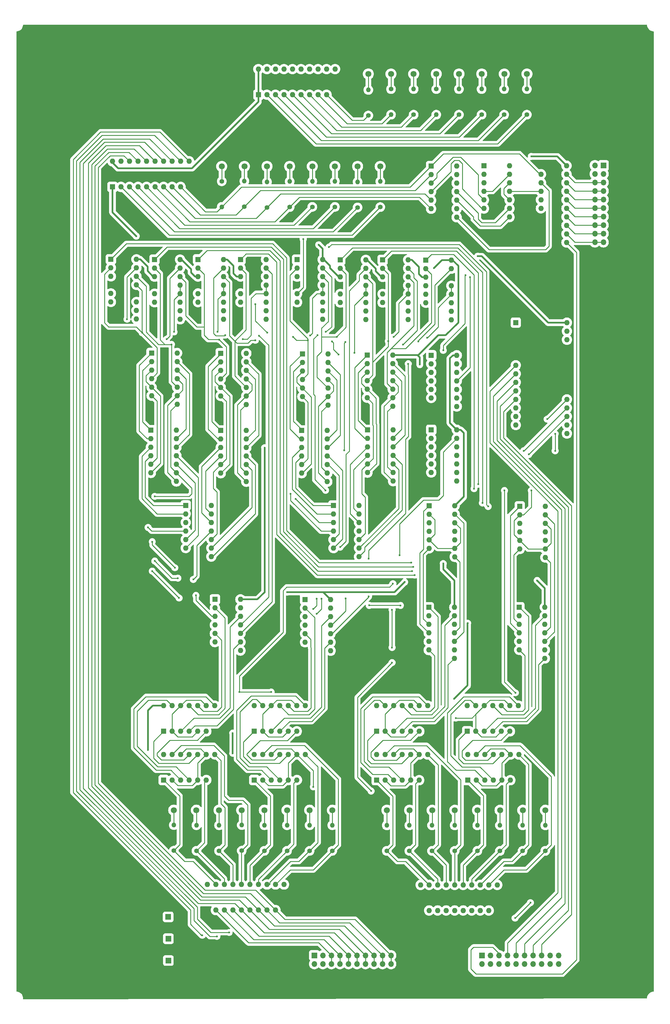
<source format=gbr>
G04 #@! TF.GenerationSoftware,KiCad,Pcbnew,8.0.2*
G04 #@! TF.CreationDate,2024-05-23T11:52:17+02:00*
G04 #@! TF.ProjectId,final-alu,66696e61-6c2d-4616-9c75-2e6b69636164,rev?*
G04 #@! TF.SameCoordinates,Original*
G04 #@! TF.FileFunction,Copper,L1,Top*
G04 #@! TF.FilePolarity,Positive*
%FSLAX46Y46*%
G04 Gerber Fmt 4.6, Leading zero omitted, Abs format (unit mm)*
G04 Created by KiCad (PCBNEW 8.0.2) date 2024-05-23 11:52:17*
%MOMM*%
%LPD*%
G01*
G04 APERTURE LIST*
G04 #@! TA.AperFunction,ComponentPad*
%ADD10R,1.600000X1.600000*%
G04 #@! TD*
G04 #@! TA.AperFunction,ComponentPad*
%ADD11O,1.600000X1.600000*%
G04 #@! TD*
G04 #@! TA.AperFunction,ComponentPad*
%ADD12C,1.400000*%
G04 #@! TD*
G04 #@! TA.AperFunction,ComponentPad*
%ADD13O,1.400000X1.400000*%
G04 #@! TD*
G04 #@! TA.AperFunction,ComponentPad*
%ADD14R,1.800000X1.800000*%
G04 #@! TD*
G04 #@! TA.AperFunction,ComponentPad*
%ADD15C,1.800000*%
G04 #@! TD*
G04 #@! TA.AperFunction,ComponentPad*
%ADD16R,1.700000X1.700000*%
G04 #@! TD*
G04 #@! TA.AperFunction,ComponentPad*
%ADD17O,1.700000X1.700000*%
G04 #@! TD*
G04 #@! TA.AperFunction,ViaPad*
%ADD18C,0.600000*%
G04 #@! TD*
G04 #@! TA.AperFunction,Conductor*
%ADD19C,0.250000*%
G04 #@! TD*
G04 #@! TA.AperFunction,Conductor*
%ADD20C,0.500000*%
G04 #@! TD*
G04 APERTURE END LIST*
D10*
X110625000Y-126175000D03*
D11*
X110625000Y-128715000D03*
X110625000Y-131255000D03*
X110625000Y-133795000D03*
X110625000Y-136335000D03*
X110625000Y-138875000D03*
X110625000Y-141415000D03*
X110625000Y-143955000D03*
X118245000Y-143955000D03*
X118245000Y-141415000D03*
X118245000Y-138875000D03*
X118245000Y-136335000D03*
X118245000Y-133795000D03*
X118245000Y-131255000D03*
X118245000Y-128715000D03*
X118245000Y-126175000D03*
D10*
X96795000Y-154040000D03*
D11*
X96795000Y-156580000D03*
X96795000Y-159120000D03*
X96795000Y-161660000D03*
X96795000Y-164200000D03*
X96795000Y-166740000D03*
X96795000Y-169280000D03*
X104415000Y-169280000D03*
X104415000Y-166740000D03*
X104415000Y-164200000D03*
X104415000Y-161660000D03*
X104415000Y-159120000D03*
X104415000Y-156580000D03*
X104415000Y-154040000D03*
D10*
X141750000Y-154330000D03*
D11*
X141750000Y-156870000D03*
X141750000Y-159410000D03*
X141750000Y-161950000D03*
X141750000Y-164490000D03*
X141750000Y-167030000D03*
X141750000Y-169570000D03*
X149370000Y-169570000D03*
X149370000Y-167030000D03*
X149370000Y-164490000D03*
X149370000Y-161950000D03*
X149370000Y-159410000D03*
X149370000Y-156870000D03*
X149370000Y-154330000D03*
D12*
X143925000Y-302312500D03*
D13*
X143925000Y-294692500D03*
D14*
X115175000Y-98455000D03*
D15*
X117715000Y-98455000D03*
D12*
X195175000Y-83062500D03*
D13*
X195175000Y-75442500D03*
D12*
X207410000Y-302325000D03*
D13*
X207410000Y-294705000D03*
D12*
X137965000Y-110575000D03*
D13*
X137965000Y-102955000D03*
D10*
X153055000Y-126305000D03*
D11*
X153055000Y-128845000D03*
X153055000Y-131385000D03*
X153055000Y-133925000D03*
X153055000Y-136465000D03*
X153055000Y-139005000D03*
X153055000Y-141545000D03*
X153055000Y-144085000D03*
X160675000Y-144085000D03*
X160675000Y-141545000D03*
X160675000Y-139005000D03*
X160675000Y-136465000D03*
X160675000Y-133925000D03*
X160675000Y-131385000D03*
X160675000Y-128845000D03*
X160675000Y-126305000D03*
D12*
X130425000Y-302312500D03*
D13*
X130425000Y-294692500D03*
D12*
X188425000Y-83062500D03*
D13*
X188425000Y-75442500D03*
D12*
X214160000Y-302325000D03*
D13*
X214160000Y-294705000D03*
D12*
X180410000Y-302325000D03*
D13*
X180410000Y-294705000D03*
D12*
X110175000Y-302312500D03*
D13*
X110175000Y-294692500D03*
D10*
X195880000Y-98300000D03*
D11*
X195880000Y-100840000D03*
X195880000Y-103380000D03*
X195880000Y-105920000D03*
X195880000Y-108460000D03*
X195880000Y-111000000D03*
X195880000Y-113540000D03*
X203500000Y-113540000D03*
X203500000Y-111000000D03*
X203500000Y-108460000D03*
X203500000Y-105920000D03*
X203500000Y-103380000D03*
X203500000Y-100840000D03*
X203500000Y-98300000D03*
D14*
X107620000Y-290192500D03*
D15*
X110160000Y-290192500D03*
D10*
X127435000Y-281205000D03*
D11*
X129975000Y-281205000D03*
X132515000Y-281205000D03*
X135055000Y-281205000D03*
X137595000Y-281205000D03*
X140135000Y-281205000D03*
X142675000Y-281205000D03*
X142675000Y-273585000D03*
X140135000Y-273585000D03*
X137595000Y-273585000D03*
X135055000Y-273585000D03*
X132515000Y-273585000D03*
X129975000Y-273585000D03*
X127435000Y-273585000D03*
D14*
X100870000Y-290192500D03*
D15*
X103410000Y-290192500D03*
D10*
X100425000Y-281205000D03*
D11*
X102965000Y-281205000D03*
X105505000Y-281205000D03*
X108045000Y-281205000D03*
X110585000Y-281205000D03*
X113125000Y-281205000D03*
X115665000Y-281205000D03*
X115665000Y-273585000D03*
X113125000Y-273585000D03*
X110585000Y-273585000D03*
X108045000Y-273585000D03*
X105505000Y-273585000D03*
X102965000Y-273585000D03*
X100425000Y-273585000D03*
D12*
X150675000Y-302312500D03*
D13*
X150675000Y-294692500D03*
D14*
X158885000Y-70942500D03*
D15*
X161425000Y-70942500D03*
D10*
X206425000Y-229755000D03*
D11*
X206425000Y-232295000D03*
X206425000Y-234835000D03*
X206425000Y-237375000D03*
X206425000Y-239915000D03*
X206425000Y-242455000D03*
X206425000Y-244995000D03*
X214045000Y-244995000D03*
X214045000Y-242455000D03*
X214045000Y-239915000D03*
X214045000Y-237375000D03*
X214045000Y-234835000D03*
X214045000Y-232295000D03*
X214045000Y-229755000D03*
D10*
X163885000Y-281255000D03*
D11*
X166425000Y-281255000D03*
X168965000Y-281255000D03*
X171505000Y-281255000D03*
X174045000Y-281255000D03*
X176585000Y-281255000D03*
X179125000Y-281255000D03*
X179125000Y-273635000D03*
X176585000Y-273635000D03*
X174045000Y-273635000D03*
X171505000Y-273635000D03*
X168965000Y-273635000D03*
X166425000Y-273635000D03*
X163885000Y-273635000D03*
D14*
X134635000Y-290192500D03*
D15*
X137175000Y-290192500D03*
D10*
X177000000Y-320075000D03*
D11*
X179540000Y-320075000D03*
X182080000Y-320075000D03*
X184620000Y-320075000D03*
X187160000Y-320075000D03*
X189700000Y-320075000D03*
X192240000Y-320075000D03*
X194780000Y-320075000D03*
X197320000Y-320075000D03*
X199860000Y-320075000D03*
X199860000Y-312455000D03*
X197320000Y-312455000D03*
X194780000Y-312455000D03*
X192240000Y-312455000D03*
X189700000Y-312455000D03*
X187160000Y-312455000D03*
X184620000Y-312455000D03*
X182080000Y-312455000D03*
X179540000Y-312455000D03*
X177000000Y-312455000D03*
D14*
X121120000Y-290192500D03*
D15*
X123660000Y-290192500D03*
D14*
X164410000Y-290205000D03*
D15*
X166950000Y-290205000D03*
D14*
X141385000Y-290192500D03*
D15*
X143925000Y-290192500D03*
D14*
X114370000Y-290192500D03*
D15*
X116910000Y-290192500D03*
D12*
X158215000Y-110705000D03*
D13*
X158215000Y-103085000D03*
D14*
X199410000Y-70942500D03*
D15*
X201950000Y-70942500D03*
D10*
X205375000Y-145000000D03*
D11*
X205375000Y-147540000D03*
X205375000Y-150080000D03*
X205375000Y-152620000D03*
X205375000Y-155160000D03*
X205375000Y-157700000D03*
X205375000Y-160240000D03*
X205375000Y-162780000D03*
X205375000Y-165320000D03*
X205375000Y-167860000D03*
X205375000Y-170400000D03*
X205375000Y-172940000D03*
X205375000Y-175480000D03*
X205375000Y-178020000D03*
X220615000Y-178020000D03*
X220615000Y-175480000D03*
X220615000Y-172940000D03*
X220615000Y-170400000D03*
X220615000Y-167860000D03*
X220615000Y-165320000D03*
X220615000Y-162780000D03*
X220615000Y-160240000D03*
X220615000Y-157700000D03*
X220615000Y-155160000D03*
X220615000Y-152620000D03*
X220615000Y-150080000D03*
X220615000Y-147540000D03*
X220615000Y-145000000D03*
D12*
X200660000Y-302325000D03*
D13*
X200660000Y-294705000D03*
D14*
X179135000Y-70942500D03*
D15*
X181675000Y-70942500D03*
D14*
X162425000Y-98455000D03*
D15*
X164965000Y-98455000D03*
D16*
X231500000Y-98170000D03*
D17*
X228960000Y-98170000D03*
X231500000Y-100710000D03*
X228960000Y-100710000D03*
X231500000Y-103250000D03*
X228960000Y-103250000D03*
X231500000Y-105790000D03*
X228960000Y-105790000D03*
X231500000Y-108330000D03*
X228960000Y-108330000D03*
X231500000Y-110870000D03*
X228960000Y-110870000D03*
X231500000Y-113410000D03*
X228960000Y-113410000D03*
X231500000Y-115950000D03*
X228960000Y-115950000D03*
X231500000Y-118490000D03*
X228960000Y-118490000D03*
X231500000Y-121030000D03*
X228960000Y-121030000D03*
D14*
X171175000Y-290205000D03*
D15*
X173715000Y-290205000D03*
D10*
X180175000Y-154715000D03*
D11*
X180175000Y-157255000D03*
X180175000Y-159795000D03*
X180175000Y-162335000D03*
X180175000Y-164875000D03*
X180175000Y-167415000D03*
X180175000Y-169955000D03*
X187795000Y-169955000D03*
X187795000Y-167415000D03*
X187795000Y-164875000D03*
X187795000Y-162335000D03*
X187795000Y-159795000D03*
X187795000Y-157255000D03*
X187795000Y-154715000D03*
D12*
X187160000Y-302325000D03*
D13*
X187160000Y-294705000D03*
D10*
X179555000Y-199505000D03*
D11*
X179555000Y-202045000D03*
X179555000Y-204585000D03*
X179555000Y-207125000D03*
X179555000Y-209665000D03*
X179555000Y-212205000D03*
X179555000Y-214745000D03*
X187175000Y-214745000D03*
X187175000Y-212205000D03*
X187175000Y-209665000D03*
X187175000Y-207125000D03*
X187175000Y-204585000D03*
X187175000Y-202045000D03*
X187175000Y-199505000D03*
D14*
X128675000Y-98455000D03*
D15*
X131215000Y-98455000D03*
D14*
X184660000Y-290205000D03*
D15*
X187200000Y-290205000D03*
D16*
X101750000Y-322000000D03*
D17*
X104290000Y-322000000D03*
D10*
X163925000Y-266705000D03*
D11*
X166465000Y-266705000D03*
X169005000Y-266705000D03*
X171545000Y-266705000D03*
X174085000Y-266705000D03*
X176625000Y-266705000D03*
X179165000Y-266705000D03*
X179165000Y-259085000D03*
X176625000Y-259085000D03*
X174085000Y-259085000D03*
X171545000Y-259085000D03*
X169005000Y-259085000D03*
X166465000Y-259085000D03*
X163925000Y-259085000D03*
D12*
X208675000Y-83062500D03*
D13*
X208675000Y-75442500D03*
D10*
X113435000Y-319955000D03*
D11*
X115975000Y-319955000D03*
X118515000Y-319955000D03*
X121055000Y-319955000D03*
X123595000Y-319955000D03*
X126135000Y-319955000D03*
X128675000Y-319955000D03*
X131215000Y-319955000D03*
X133755000Y-319955000D03*
X136295000Y-319955000D03*
X136295000Y-312335000D03*
X133755000Y-312335000D03*
X131215000Y-312335000D03*
X128675000Y-312335000D03*
X126135000Y-312335000D03*
X123595000Y-312335000D03*
X121055000Y-312335000D03*
X118515000Y-312335000D03*
X115975000Y-312335000D03*
X113435000Y-312335000D03*
D10*
X127385000Y-266705000D03*
D11*
X129925000Y-266705000D03*
X132465000Y-266705000D03*
X135005000Y-266705000D03*
X137545000Y-266705000D03*
X140085000Y-266705000D03*
X142625000Y-266705000D03*
X142625000Y-259085000D03*
X140085000Y-259085000D03*
X137545000Y-259085000D03*
X135005000Y-259085000D03*
X132465000Y-259085000D03*
X129925000Y-259085000D03*
X127385000Y-259085000D03*
D10*
X115685000Y-227425000D03*
D11*
X115685000Y-229965000D03*
X115685000Y-232505000D03*
X115685000Y-235045000D03*
X115685000Y-237585000D03*
X115685000Y-240125000D03*
X115685000Y-242665000D03*
X123305000Y-242665000D03*
X123305000Y-240125000D03*
X123305000Y-237585000D03*
X123305000Y-235045000D03*
X123305000Y-232505000D03*
X123305000Y-229965000D03*
X123305000Y-227425000D03*
D10*
X141555000Y-177125000D03*
D11*
X141555000Y-179665000D03*
X141555000Y-182205000D03*
X141555000Y-184745000D03*
X141555000Y-187285000D03*
X141555000Y-189825000D03*
X141555000Y-192365000D03*
X149175000Y-192365000D03*
X149175000Y-189825000D03*
X149175000Y-187285000D03*
X149175000Y-184745000D03*
X149175000Y-182205000D03*
X149175000Y-179665000D03*
X149175000Y-177125000D03*
D16*
X101790000Y-328475000D03*
D17*
X104330000Y-328475000D03*
D10*
X142555000Y-227465000D03*
D11*
X142555000Y-230005000D03*
X142555000Y-232545000D03*
X142555000Y-235085000D03*
X142555000Y-237625000D03*
X142555000Y-240165000D03*
X142555000Y-242705000D03*
X150175000Y-242705000D03*
X150175000Y-240165000D03*
X150175000Y-237625000D03*
X150175000Y-235085000D03*
X150175000Y-232545000D03*
X150175000Y-230005000D03*
X150175000Y-227465000D03*
D10*
X117425000Y-177125000D03*
D11*
X117425000Y-179665000D03*
X117425000Y-182205000D03*
X117425000Y-184745000D03*
X117425000Y-187285000D03*
X117425000Y-189825000D03*
X117425000Y-192365000D03*
X125045000Y-192365000D03*
X125045000Y-189825000D03*
X125045000Y-187285000D03*
X125045000Y-184745000D03*
X125045000Y-182205000D03*
X125045000Y-179665000D03*
X125045000Y-177125000D03*
D14*
X204910000Y-290205000D03*
D15*
X207450000Y-290205000D03*
D10*
X117425000Y-154125000D03*
D11*
X117425000Y-156665000D03*
X117425000Y-159205000D03*
X117425000Y-161745000D03*
X117425000Y-164285000D03*
X117425000Y-166825000D03*
X117425000Y-169365000D03*
X125045000Y-169365000D03*
X125045000Y-166825000D03*
X125045000Y-164285000D03*
X125045000Y-161745000D03*
X125045000Y-159205000D03*
X125045000Y-156665000D03*
X125045000Y-154125000D03*
D12*
X161425000Y-83312500D03*
D13*
X161425000Y-75692500D03*
D12*
X151465000Y-110515000D03*
D13*
X151465000Y-102895000D03*
D16*
X101790000Y-334975000D03*
D17*
X104330000Y-334975000D03*
D12*
X131215000Y-110705000D03*
D13*
X131215000Y-103085000D03*
D14*
X192675000Y-70942500D03*
D15*
X195215000Y-70942500D03*
D14*
X121940000Y-98455000D03*
D15*
X124480000Y-98455000D03*
D10*
X140175000Y-126215000D03*
D11*
X140175000Y-128755000D03*
X140175000Y-131295000D03*
X140175000Y-133835000D03*
X140175000Y-136375000D03*
X140175000Y-138915000D03*
X140175000Y-141455000D03*
X140175000Y-143995000D03*
X147795000Y-143995000D03*
X147795000Y-141455000D03*
X147795000Y-138915000D03*
X147795000Y-136375000D03*
X147795000Y-133835000D03*
X147795000Y-131295000D03*
X147795000Y-128755000D03*
X147795000Y-126215000D03*
D10*
X191050000Y-281255000D03*
D11*
X193590000Y-281255000D03*
X196130000Y-281255000D03*
X198670000Y-281255000D03*
X201210000Y-281255000D03*
X203750000Y-281255000D03*
X206290000Y-281255000D03*
X206290000Y-273635000D03*
X203750000Y-273635000D03*
X201210000Y-273635000D03*
X198670000Y-273635000D03*
X196130000Y-273635000D03*
X193590000Y-273635000D03*
X191050000Y-273635000D03*
D14*
X127885000Y-290192500D03*
D15*
X130425000Y-290192500D03*
D16*
X195315000Y-333455000D03*
D17*
X195315000Y-335995000D03*
X197855000Y-333455000D03*
X197855000Y-335995000D03*
X200395000Y-333455000D03*
X200395000Y-335995000D03*
X202935000Y-333455000D03*
X202935000Y-335995000D03*
X205475000Y-333455000D03*
X205475000Y-335995000D03*
X208015000Y-333455000D03*
X208015000Y-335995000D03*
X210555000Y-333455000D03*
X210555000Y-335995000D03*
X213095000Y-333455000D03*
X213095000Y-335995000D03*
X215635000Y-333455000D03*
X215635000Y-335995000D03*
X218175000Y-333455000D03*
X218175000Y-335995000D03*
D10*
X180130000Y-98380000D03*
D11*
X180130000Y-100920000D03*
X180130000Y-103460000D03*
X180130000Y-106000000D03*
X180130000Y-108540000D03*
X180130000Y-111080000D03*
X180130000Y-113620000D03*
X187750000Y-113620000D03*
X187750000Y-111080000D03*
X187750000Y-108540000D03*
X187750000Y-106000000D03*
X187750000Y-103460000D03*
X187750000Y-100920000D03*
X187750000Y-98380000D03*
D12*
X193910000Y-302325000D03*
D13*
X193910000Y-294705000D03*
D10*
X97675000Y-126215000D03*
D11*
X97675000Y-128755000D03*
X97675000Y-131295000D03*
X97675000Y-133835000D03*
X97675000Y-136375000D03*
X97675000Y-138915000D03*
X97675000Y-141455000D03*
X97675000Y-143995000D03*
X105295000Y-143995000D03*
X105295000Y-141455000D03*
X105295000Y-138915000D03*
X105295000Y-136375000D03*
X105295000Y-133835000D03*
X105295000Y-131295000D03*
X105295000Y-128755000D03*
X105295000Y-126215000D03*
D12*
X173660000Y-302325000D03*
D13*
X173660000Y-294705000D03*
D14*
X172385000Y-70942500D03*
D15*
X174925000Y-70942500D03*
D10*
X190925000Y-266705000D03*
D11*
X193465000Y-266705000D03*
X196005000Y-266705000D03*
X198545000Y-266705000D03*
X201085000Y-266705000D03*
X203625000Y-266705000D03*
X206165000Y-266705000D03*
X206165000Y-259085000D03*
X203625000Y-259085000D03*
X201085000Y-259085000D03*
X198545000Y-259085000D03*
X196005000Y-259085000D03*
X193465000Y-259085000D03*
X190925000Y-259085000D03*
D12*
X116925000Y-302312500D03*
D13*
X116925000Y-294692500D03*
D10*
X165675000Y-126305000D03*
D11*
X165675000Y-128845000D03*
X165675000Y-131385000D03*
X165675000Y-133925000D03*
X165675000Y-136465000D03*
X165675000Y-139005000D03*
X165675000Y-141545000D03*
X165675000Y-144085000D03*
X173295000Y-144085000D03*
X173295000Y-141545000D03*
X173295000Y-139005000D03*
X173295000Y-136465000D03*
X173295000Y-133925000D03*
X173295000Y-131385000D03*
X173295000Y-128845000D03*
X173295000Y-126305000D03*
D10*
X123305000Y-126175000D03*
D11*
X123305000Y-128715000D03*
X123305000Y-131255000D03*
X123305000Y-133795000D03*
X123305000Y-136335000D03*
X123305000Y-138875000D03*
X123305000Y-141415000D03*
X123305000Y-143955000D03*
X130925000Y-143955000D03*
X130925000Y-141415000D03*
X130925000Y-138875000D03*
X130925000Y-136335000D03*
X130925000Y-133795000D03*
X130925000Y-131255000D03*
X130925000Y-128715000D03*
X130925000Y-126175000D03*
D12*
X166910000Y-302325000D03*
D13*
X166910000Y-294705000D03*
D12*
X174925000Y-83062500D03*
D13*
X174925000Y-75442500D03*
D14*
X191410000Y-290205000D03*
D15*
X193950000Y-290205000D03*
D10*
X128640000Y-77120000D03*
D11*
X131180000Y-77120000D03*
X133720000Y-77120000D03*
X136260000Y-77120000D03*
X138800000Y-77120000D03*
X141340000Y-77120000D03*
X143880000Y-77120000D03*
X146420000Y-77120000D03*
X148960000Y-77120000D03*
X151500000Y-77120000D03*
X151500000Y-69500000D03*
X148960000Y-69500000D03*
X146420000Y-69500000D03*
X143880000Y-69500000D03*
X141340000Y-69500000D03*
X138800000Y-69500000D03*
X136260000Y-69500000D03*
X133720000Y-69500000D03*
X131180000Y-69500000D03*
X128640000Y-69500000D03*
D10*
X212880000Y-98250000D03*
D11*
X212880000Y-100790000D03*
X212880000Y-103330000D03*
X212880000Y-105870000D03*
X212880000Y-108410000D03*
X212880000Y-110950000D03*
X212880000Y-113490000D03*
X212880000Y-116030000D03*
X212880000Y-118570000D03*
X212880000Y-121110000D03*
X220500000Y-121110000D03*
X220500000Y-118570000D03*
X220500000Y-116030000D03*
X220500000Y-113490000D03*
X220500000Y-110950000D03*
X220500000Y-108410000D03*
X220500000Y-105870000D03*
X220500000Y-103330000D03*
X220500000Y-100790000D03*
X220500000Y-98250000D03*
D12*
X123675000Y-302252500D03*
D13*
X123675000Y-294632500D03*
D10*
X178555000Y-126385000D03*
D11*
X178555000Y-128925000D03*
X178555000Y-131465000D03*
X178555000Y-134005000D03*
X178555000Y-136545000D03*
X178555000Y-139085000D03*
X178555000Y-141625000D03*
X178555000Y-144165000D03*
X186175000Y-144165000D03*
X186175000Y-141625000D03*
X186175000Y-139085000D03*
X186175000Y-136545000D03*
X186175000Y-134005000D03*
X186175000Y-131465000D03*
X186175000Y-128925000D03*
X186175000Y-126385000D03*
D12*
X144715000Y-110515000D03*
D13*
X144715000Y-102895000D03*
D10*
X151045000Y-199465000D03*
D11*
X151045000Y-202005000D03*
X151045000Y-204545000D03*
X151045000Y-207085000D03*
X151045000Y-209625000D03*
X151045000Y-212165000D03*
X151045000Y-214705000D03*
X158665000Y-214705000D03*
X158665000Y-212165000D03*
X158665000Y-209625000D03*
X158665000Y-207085000D03*
X158665000Y-204545000D03*
X158665000Y-202005000D03*
X158665000Y-199465000D03*
D12*
X168175000Y-75442500D03*
D13*
X168175000Y-83062500D03*
D14*
X198160000Y-290205000D03*
D15*
X200700000Y-290205000D03*
D14*
X155675000Y-98455000D03*
D15*
X158215000Y-98455000D03*
D10*
X179425000Y-229795000D03*
D11*
X179425000Y-232335000D03*
X179425000Y-234875000D03*
X179425000Y-237415000D03*
X179425000Y-239955000D03*
X179425000Y-242495000D03*
X179425000Y-245035000D03*
X187045000Y-245035000D03*
X187045000Y-242495000D03*
X187045000Y-239955000D03*
X187045000Y-237415000D03*
X187045000Y-234875000D03*
X187045000Y-232335000D03*
X187045000Y-229795000D03*
D10*
X84675000Y-126120000D03*
D11*
X84675000Y-128660000D03*
X84675000Y-131200000D03*
X84675000Y-133740000D03*
X84675000Y-136280000D03*
X84675000Y-138820000D03*
X84675000Y-141360000D03*
X84675000Y-143900000D03*
X92295000Y-143900000D03*
X92295000Y-141360000D03*
X92295000Y-138820000D03*
X92295000Y-136280000D03*
X92295000Y-133740000D03*
X92295000Y-131200000D03*
X92295000Y-128660000D03*
X92295000Y-126120000D03*
D10*
X96595000Y-177040000D03*
D11*
X96595000Y-179580000D03*
X96595000Y-182120000D03*
X96595000Y-184660000D03*
X96595000Y-187200000D03*
X96595000Y-189740000D03*
X96595000Y-192280000D03*
X104215000Y-192280000D03*
X104215000Y-189740000D03*
X104215000Y-187200000D03*
X104215000Y-184660000D03*
X104215000Y-182120000D03*
X104215000Y-179580000D03*
X104215000Y-177040000D03*
D10*
X100425000Y-266705000D03*
D11*
X102965000Y-266705000D03*
X105505000Y-266705000D03*
X108045000Y-266705000D03*
X110585000Y-266705000D03*
X113125000Y-266705000D03*
X115665000Y-266705000D03*
X115665000Y-259085000D03*
X113125000Y-259085000D03*
X110585000Y-259085000D03*
X108045000Y-259085000D03*
X105505000Y-259085000D03*
X102965000Y-259085000D03*
X100425000Y-259085000D03*
D14*
X165635000Y-70942500D03*
D15*
X168175000Y-70942500D03*
D14*
X177910000Y-290205000D03*
D15*
X180450000Y-290205000D03*
D10*
X161175000Y-176965000D03*
D11*
X161175000Y-179505000D03*
X161175000Y-182045000D03*
X161175000Y-184585000D03*
X161175000Y-187125000D03*
X161175000Y-189665000D03*
X161175000Y-192205000D03*
X168795000Y-192205000D03*
X168795000Y-189665000D03*
X168795000Y-187125000D03*
X168795000Y-184585000D03*
X168795000Y-182045000D03*
X168795000Y-179505000D03*
X168795000Y-176965000D03*
D12*
X124465000Y-110455000D03*
D13*
X124465000Y-102835000D03*
D14*
X206175000Y-70942500D03*
D15*
X208715000Y-70942500D03*
D10*
X85135000Y-104575000D03*
D11*
X87675000Y-104575000D03*
X90215000Y-104575000D03*
X92755000Y-104575000D03*
X95295000Y-104575000D03*
X97835000Y-104575000D03*
X100375000Y-104575000D03*
X102915000Y-104575000D03*
X105455000Y-104575000D03*
X107995000Y-104575000D03*
X107995000Y-96955000D03*
X105455000Y-96955000D03*
X102915000Y-96955000D03*
X100375000Y-96955000D03*
X97835000Y-96955000D03*
X95295000Y-96955000D03*
X92755000Y-96955000D03*
X90215000Y-96955000D03*
X87675000Y-96955000D03*
X85135000Y-96955000D03*
D12*
X201925000Y-83062500D03*
D13*
X201925000Y-75442500D03*
D14*
X211660000Y-290205000D03*
D15*
X214200000Y-290205000D03*
D14*
X135425000Y-98455000D03*
D15*
X137965000Y-98455000D03*
D10*
X161055000Y-154675000D03*
D11*
X161055000Y-157215000D03*
X161055000Y-159755000D03*
X161055000Y-162295000D03*
X161055000Y-164835000D03*
X161055000Y-167375000D03*
X161055000Y-169915000D03*
X168675000Y-169915000D03*
X168675000Y-167375000D03*
X168675000Y-164835000D03*
X168675000Y-162295000D03*
X168675000Y-159755000D03*
X168675000Y-157215000D03*
X168675000Y-154675000D03*
D14*
X148925000Y-98455000D03*
D15*
X151465000Y-98455000D03*
D10*
X180175000Y-176915000D03*
D11*
X180175000Y-179455000D03*
X180175000Y-181995000D03*
X180175000Y-184535000D03*
X180175000Y-187075000D03*
X180175000Y-189615000D03*
X180175000Y-192155000D03*
X187795000Y-192155000D03*
X187795000Y-189615000D03*
X187795000Y-187075000D03*
X187795000Y-184535000D03*
X187795000Y-181995000D03*
X187795000Y-179455000D03*
X187795000Y-176915000D03*
D12*
X181675000Y-75442500D03*
D13*
X181675000Y-83062500D03*
D10*
X106995000Y-199420000D03*
D11*
X106995000Y-201960000D03*
X106995000Y-204500000D03*
X106995000Y-207040000D03*
X106995000Y-209580000D03*
X106995000Y-212120000D03*
X106995000Y-214660000D03*
X114615000Y-214660000D03*
X114615000Y-212120000D03*
X114615000Y-209580000D03*
X114615000Y-207040000D03*
X114615000Y-204500000D03*
X114615000Y-201960000D03*
X114615000Y-199420000D03*
D12*
X103425000Y-302252500D03*
D13*
X103425000Y-294632500D03*
D12*
X117715000Y-102895000D03*
D13*
X117715000Y-110515000D03*
D14*
X148160000Y-290192500D03*
D15*
X150700000Y-290192500D03*
D10*
X206555000Y-199715000D03*
D11*
X206555000Y-202255000D03*
X206555000Y-204795000D03*
X206555000Y-207335000D03*
X206555000Y-209875000D03*
X206555000Y-212415000D03*
X206555000Y-214955000D03*
X214175000Y-214955000D03*
X214175000Y-212415000D03*
X214175000Y-209875000D03*
X214175000Y-207335000D03*
X214175000Y-204795000D03*
X214175000Y-202255000D03*
X214175000Y-199715000D03*
D14*
X185910000Y-70942500D03*
D15*
X188450000Y-70942500D03*
D12*
X137175000Y-302312500D03*
D13*
X137175000Y-294692500D03*
D16*
X145315000Y-333455000D03*
D17*
X145315000Y-335995000D03*
X147855000Y-333455000D03*
X147855000Y-335995000D03*
X150395000Y-333455000D03*
X150395000Y-335995000D03*
X152935000Y-333455000D03*
X152935000Y-335995000D03*
X155475000Y-333455000D03*
X155475000Y-335995000D03*
X158015000Y-333455000D03*
X158015000Y-335995000D03*
X160555000Y-333455000D03*
X160555000Y-335995000D03*
X163095000Y-333455000D03*
X163095000Y-335995000D03*
X165635000Y-333455000D03*
X165635000Y-335995000D03*
X168175000Y-333455000D03*
X168175000Y-335995000D03*
D12*
X164965000Y-110575000D03*
D13*
X164965000Y-102955000D03*
D14*
X142175000Y-98455000D03*
D15*
X144715000Y-98455000D03*
D18*
X158500000Y-308000000D03*
X90000000Y-281750000D03*
X89000000Y-242250000D03*
X131000000Y-334500000D03*
X111250000Y-334250000D03*
X179250000Y-335000000D03*
X171500000Y-316500000D03*
X143500000Y-316500000D03*
X158000000Y-291250000D03*
X182500000Y-271000000D03*
X154000000Y-266250000D03*
X174250000Y-239250000D03*
X112500000Y-184500000D03*
X110250000Y-160000000D03*
X175750000Y-184000000D03*
X120500000Y-217750000D03*
X135750000Y-216000000D03*
X135000000Y-243250000D03*
X158750000Y-237500000D03*
X195750000Y-238750000D03*
X196750000Y-209750000D03*
X213250000Y-167000000D03*
X200250000Y-151250000D03*
X212500000Y-130250000D03*
X207250000Y-109750000D03*
X168250000Y-117250000D03*
X94000000Y-116000000D03*
X101750000Y-242250000D03*
X89250000Y-311750000D03*
X85750000Y-263250000D03*
X85750000Y-225250000D03*
X85750000Y-185500000D03*
X85750000Y-154500000D03*
X82000000Y-338750000D03*
X64250000Y-324500000D03*
X64250000Y-285750000D03*
X64250000Y-245500000D03*
X64250000Y-203250000D03*
X64250000Y-165250000D03*
X64250000Y-132000000D03*
X64250000Y-99500000D03*
X60000000Y-81000000D03*
X93500000Y-79750000D03*
X131500000Y-89500000D03*
X205500000Y-91500000D03*
X218500000Y-82250000D03*
X237750000Y-328750000D03*
X237750000Y-302500000D03*
X237750000Y-270250000D03*
X237750000Y-237250000D03*
X237750000Y-207500000D03*
X237750000Y-179500000D03*
X237750000Y-154000000D03*
X237750000Y-131500000D03*
X238750000Y-97250000D03*
X238500000Y-74250000D03*
X226250000Y-66000000D03*
X204500000Y-62500000D03*
X182500000Y-62500000D03*
X155750000Y-62500000D03*
X132500000Y-62500000D03*
X106000000Y-62500000D03*
X83750000Y-62500000D03*
X62000000Y-62500000D03*
X194031842Y-125218158D03*
X210000000Y-95500000D03*
X181000000Y-128750000D03*
X146625000Y-121825000D03*
X137250000Y-225250000D03*
X211750000Y-221773192D03*
X130500000Y-225250000D03*
X130500000Y-182250000D03*
X183750000Y-216750000D03*
X95750000Y-272250000D03*
X187045000Y-222279999D03*
X176750000Y-157500000D03*
X121000000Y-273250000D03*
X121000000Y-267250000D03*
X92250000Y-119250000D03*
X187035000Y-257035000D03*
X191025000Y-234500000D03*
X172250000Y-222250000D03*
X156500000Y-225250000D03*
X205250000Y-255250000D03*
X202000000Y-195000000D03*
X209250000Y-184250000D03*
X187500000Y-262750000D03*
X174250000Y-196500000D03*
X127250000Y-126250000D03*
X164945000Y-171575000D03*
X136500000Y-120575000D03*
X156500000Y-128000000D03*
X169000000Y-196500000D03*
X108250000Y-125500000D03*
X127250000Y-132250000D03*
X206842500Y-313092500D03*
X169750000Y-127000000D03*
X161250000Y-120500000D03*
X144000000Y-221500000D03*
X137750000Y-124000000D03*
X210000000Y-107750000D03*
X187250000Y-266750000D03*
X190234149Y-117765851D03*
X200000000Y-242000000D03*
X107575000Y-195416269D03*
X150657720Y-277185000D03*
X183750000Y-266750000D03*
X182750000Y-220750000D03*
X116250000Y-253625000D03*
X174250000Y-101250000D03*
X142555000Y-252010000D03*
X214250000Y-254250000D03*
X143250000Y-126250000D03*
X101000000Y-137250000D03*
X156500000Y-132500000D03*
X191000000Y-264000000D03*
X200750000Y-118500000D03*
X169750000Y-132000000D03*
X206434076Y-253259076D03*
X180750000Y-196250000D03*
X200000000Y-219750000D03*
X183000000Y-117750000D03*
X134095000Y-235405000D03*
X150000000Y-255250000D03*
X143250000Y-137000000D03*
X212500000Y-275000000D03*
X120125000Y-280875000D03*
X172250000Y-120500000D03*
X141500000Y-204750000D03*
X125057372Y-252557372D03*
X161675000Y-229205000D03*
X170984149Y-229234149D03*
X139750000Y-197500000D03*
X95750000Y-206000000D03*
X109250000Y-221485000D03*
X103750000Y-218000000D03*
X97000000Y-210250000D03*
X97750000Y-196750000D03*
X207750000Y-183170000D03*
X168750000Y-222750000D03*
X132465000Y-255030000D03*
X122968298Y-255000000D03*
X142000000Y-120130000D03*
X138250000Y-196000000D03*
X116272800Y-327804502D03*
X119925000Y-326629502D03*
X205169149Y-322330851D03*
X209750000Y-317750000D03*
X111925000Y-327455000D03*
X145000000Y-283250000D03*
X162250000Y-284500000D03*
X168500000Y-241750000D03*
X168500000Y-246250000D03*
X168500000Y-230500000D03*
X170750000Y-214250000D03*
X214737500Y-173737500D03*
X217108351Y-183170000D03*
X217108351Y-178108351D03*
X210000000Y-195000000D03*
X178991331Y-149491331D03*
X167350000Y-150500000D03*
X173325000Y-157250000D03*
X161500000Y-226550000D03*
X161500000Y-215250000D03*
X176335347Y-150575000D03*
X192925000Y-194455000D03*
X169000000Y-149250000D03*
X152000000Y-149250000D03*
X194175000Y-193130000D03*
X154250000Y-183000000D03*
X171750000Y-151500000D03*
X154575000Y-150750000D03*
X154625000Y-227125000D03*
X145000000Y-230250000D03*
X153019090Y-211852612D03*
X146000000Y-227250000D03*
X127750000Y-139500000D03*
X152500000Y-154500000D03*
X150625000Y-150625000D03*
X143425000Y-150250000D03*
X139000000Y-149250000D03*
X157250000Y-154000000D03*
X131250000Y-148000000D03*
X195425000Y-198705000D03*
X144080868Y-148844167D03*
X127750000Y-150250000D03*
X149661096Y-122516711D03*
X197130851Y-199749149D03*
X146000000Y-231750000D03*
X147500000Y-227250000D03*
X148750000Y-147750000D03*
X148675000Y-194925000D03*
X146250000Y-148750000D03*
X124020851Y-149925000D03*
X117000000Y-150100000D03*
X175250000Y-220175000D03*
X128875000Y-148875000D03*
X118750000Y-148750000D03*
X102740000Y-151490000D03*
X116500000Y-147750000D03*
X174431015Y-219046700D03*
X104647958Y-221102042D03*
X110022958Y-226250000D03*
X97750000Y-216000000D03*
X101312023Y-149925000D03*
X94000000Y-148000000D03*
X103500000Y-147750000D03*
X174778600Y-217742211D03*
X174250000Y-216500000D03*
X89500000Y-144000000D03*
X97000000Y-219000000D03*
X105000000Y-227000000D03*
X190422050Y-130867950D03*
X183750000Y-153250000D03*
X191712994Y-131500000D03*
D19*
X201210000Y-273635000D02*
X198535000Y-276310000D01*
X188375000Y-269255000D02*
X190925000Y-266705000D01*
X188375000Y-274905000D02*
X188375000Y-269255000D01*
X189780000Y-276310000D02*
X188375000Y-274905000D01*
X198535000Y-276310000D02*
X189780000Y-276310000D01*
D20*
X150000000Y-128060862D02*
X150000000Y-128750000D01*
X156500000Y-225250000D02*
X147960000Y-225250000D01*
X123305000Y-227425000D02*
X128325000Y-227425000D01*
X169250000Y-225250000D02*
X172250000Y-222250000D01*
X97295000Y-131295000D02*
X97675000Y-131295000D01*
X217750000Y-95500000D02*
X220500000Y-98250000D01*
X176750000Y-157500000D02*
X176750000Y-155310000D01*
X156500000Y-225250000D02*
X169250000Y-225250000D01*
X174426370Y-126305000D02*
X176505000Y-128383630D01*
X105715000Y-126215000D02*
X108575000Y-129075000D01*
X128640000Y-77120000D02*
X128640000Y-79209138D01*
X189845000Y-177833630D02*
X188926370Y-176915000D01*
X92295000Y-126120000D02*
X93426370Y-126120000D01*
X186175000Y-126385000D02*
X183365000Y-126385000D01*
X122173630Y-131255000D02*
X123305000Y-131255000D01*
X210000000Y-95500000D02*
X217750000Y-95500000D01*
X118245000Y-126175000D02*
X119376370Y-126175000D01*
X95625000Y-129625000D02*
X97295000Y-131295000D01*
X177423630Y-131465000D02*
X178555000Y-131465000D01*
X95750000Y-260500000D02*
X95750000Y-272250000D01*
X195218158Y-125218158D02*
X215000000Y-145000000D01*
X109755000Y-131255000D02*
X110625000Y-131255000D01*
X188250000Y-145000000D02*
X184500000Y-148750000D01*
X191000000Y-234525000D02*
X191000000Y-253070000D01*
X85135000Y-112135000D02*
X92250000Y-119250000D01*
X187045000Y-221795000D02*
X187045000Y-222279999D01*
X108575000Y-130075000D02*
X109755000Y-131255000D01*
X182250000Y-148750000D02*
X176325000Y-154675000D01*
X183750000Y-218500000D02*
X187045000Y-221795000D01*
X176505000Y-130546370D02*
X177423630Y-131465000D01*
X187175000Y-199505000D02*
X189845000Y-196835000D01*
X183750000Y-216750000D02*
X183750000Y-218500000D01*
X128640000Y-79209138D02*
X108844138Y-99005000D01*
X128640000Y-77120000D02*
X128640000Y-69500000D01*
X168675000Y-154675000D02*
X176115000Y-154675000D01*
X97165000Y-259085000D02*
X95750000Y-260500000D01*
X176505000Y-128383630D02*
X176505000Y-130546370D01*
X95625000Y-128318630D02*
X95625000Y-129625000D01*
X160675000Y-126305000D02*
X161034138Y-126305000D01*
X176325000Y-154675000D02*
X176115000Y-154675000D01*
X152635000Y-131385000D02*
X153055000Y-131385000D01*
X191025000Y-234500000D02*
X191000000Y-234525000D01*
X137250000Y-225250000D02*
X147960000Y-225250000D01*
X100425000Y-259085000D02*
X97165000Y-259085000D01*
X85135000Y-97314138D02*
X85135000Y-96955000D01*
X121255000Y-128053630D02*
X121255000Y-130336370D01*
X187795000Y-154715000D02*
X186663630Y-154715000D01*
X185745000Y-174865000D02*
X187795000Y-176915000D01*
X186534138Y-126385000D02*
X188250000Y-128100862D01*
X188926370Y-176915000D02*
X187795000Y-176915000D01*
X188250000Y-128100862D02*
X188250000Y-145000000D01*
X147795000Y-122995000D02*
X147795000Y-126215000D01*
X176750000Y-155310000D02*
X176115000Y-154675000D01*
X108575000Y-129075000D02*
X108575000Y-130075000D01*
X211750000Y-221773192D02*
X214045000Y-224068192D01*
X194031842Y-125218158D02*
X195218158Y-125218158D01*
X93426370Y-126120000D02*
X95625000Y-128318630D01*
X163625000Y-129694138D02*
X165315862Y-131385000D01*
X146625000Y-121825000D02*
X147795000Y-122995000D01*
X128325000Y-227425000D02*
X130500000Y-225250000D01*
X186663630Y-154715000D02*
X185745000Y-155633630D01*
X163625000Y-128895862D02*
X163625000Y-129694138D01*
X105295000Y-126215000D02*
X105715000Y-126215000D01*
X147960000Y-225250000D02*
X150175000Y-227465000D01*
X173295000Y-126305000D02*
X174426370Y-126305000D01*
X130500000Y-182250000D02*
X130500000Y-225250000D01*
X85135000Y-104575000D02*
X85135000Y-112135000D01*
X147795000Y-126215000D02*
X148154138Y-126215000D01*
X121255000Y-130336370D02*
X122173630Y-131255000D01*
X86825862Y-99005000D02*
X85135000Y-97314138D01*
X189845000Y-196835000D02*
X189845000Y-177833630D01*
X148154138Y-126215000D02*
X150000000Y-128060862D01*
X165315862Y-131385000D02*
X165675000Y-131385000D01*
X150000000Y-128750000D02*
X152635000Y-131385000D01*
X187045000Y-222279999D02*
X187045000Y-229795000D01*
X191000000Y-253070000D02*
X187035000Y-257035000D01*
X186175000Y-126385000D02*
X186534138Y-126385000D01*
X161034138Y-126305000D02*
X163625000Y-128895862D01*
X108844138Y-99005000D02*
X86825862Y-99005000D01*
X185745000Y-155633630D02*
X185745000Y-174865000D01*
X121000000Y-267250000D02*
X121000000Y-273250000D01*
X119376370Y-126175000D02*
X121255000Y-128053630D01*
X214045000Y-224068192D02*
X214045000Y-229755000D01*
X183365000Y-126385000D02*
X181000000Y-128750000D01*
X184500000Y-148750000D02*
X182250000Y-148750000D01*
X215000000Y-145000000D02*
X220615000Y-145000000D01*
D19*
X166465000Y-266705000D02*
X166465000Y-261625000D01*
X172410000Y-268380000D02*
X168140000Y-268380000D01*
X170680000Y-257410000D02*
X169005000Y-259085000D01*
X203625000Y-259085000D02*
X201950000Y-257410000D01*
X187500000Y-262750000D02*
X192340000Y-262750000D01*
X209305000Y-184250000D02*
X209250000Y-184250000D01*
X199410000Y-268380000D02*
X195140000Y-268380000D01*
X201085000Y-266705000D02*
X199410000Y-268380000D01*
X205250000Y-255250000D02*
X202000000Y-252000000D01*
X168140000Y-268380000D02*
X166465000Y-266705000D01*
X193465000Y-266705000D02*
X193465000Y-261625000D01*
X176625000Y-259085000D02*
X174950000Y-257410000D01*
X166465000Y-261625000D02*
X169005000Y-259085000D01*
X220615000Y-172940000D02*
X209305000Y-184250000D01*
X174950000Y-257410000D02*
X170680000Y-257410000D01*
X195140000Y-268380000D02*
X193465000Y-266705000D01*
X193465000Y-261625000D02*
X196005000Y-259085000D01*
X174085000Y-266705000D02*
X172410000Y-268380000D01*
X192340000Y-262750000D02*
X193465000Y-261625000D01*
X201950000Y-257410000D02*
X197680000Y-257410000D01*
X202000000Y-252000000D02*
X202000000Y-195000000D01*
X197680000Y-257410000D02*
X196005000Y-259085000D01*
D20*
X150657720Y-277185000D02*
X150657720Y-274737720D01*
X212880000Y-113490000D02*
X212880000Y-116030000D01*
X169000000Y-196500000D02*
X164705000Y-192205000D01*
X200000000Y-242000000D02*
X200000000Y-219750000D01*
X178685000Y-244295000D02*
X178679415Y-244295000D01*
X169750000Y-128000000D02*
X169750000Y-127000000D01*
X207296370Y-266705000D02*
X214250000Y-259751370D01*
X115685000Y-253060000D02*
X115685000Y-242665000D01*
X150657720Y-274737720D02*
X142625000Y-266705000D01*
X119700000Y-273660202D02*
X115665000Y-269625202D01*
X206425000Y-253250000D02*
X206425000Y-244995000D01*
X164000000Y-96500000D02*
X169500000Y-96500000D01*
X141500000Y-208750000D02*
X147455000Y-214705000D01*
X116250000Y-253625000D02*
X115685000Y-253060000D01*
X200750000Y-118500000D02*
X200820000Y-118570000D01*
X200820000Y-118570000D02*
X212880000Y-118570000D01*
X162425000Y-98075000D02*
X164000000Y-96500000D01*
X178595000Y-192155000D02*
X174250000Y-196500000D01*
X181306370Y-192155000D02*
X181975000Y-191486370D01*
X164705000Y-192205000D02*
X161175000Y-192205000D01*
X178134415Y-243750000D02*
X164250000Y-243750000D01*
X164975000Y-171605000D02*
X164975000Y-191935000D01*
X179425000Y-245035000D02*
X178685000Y-244295000D01*
X120500000Y-280500000D02*
X120500000Y-274588478D01*
X120125000Y-280875000D02*
X120500000Y-280500000D01*
X143756370Y-266705000D02*
X142625000Y-266705000D01*
X103916269Y-195416269D02*
X100780000Y-192280000D01*
X191000000Y-264000000D02*
X190125000Y-264000000D01*
X161250000Y-120500000D02*
X172250000Y-120500000D01*
X150000000Y-260461370D02*
X143756370Y-266705000D01*
X104000000Y-123750000D02*
X101000000Y-126750000D01*
X147455000Y-214705000D02*
X151045000Y-214705000D01*
X180130000Y-114880000D02*
X180130000Y-113620000D01*
X169750000Y-132000000D02*
X169750000Y-128000000D01*
X108250000Y-125500000D02*
X108250000Y-125000000D01*
X180175000Y-192155000D02*
X181306370Y-192155000D01*
X212500000Y-275000000D02*
X212500000Y-273040000D01*
X107575000Y-195416269D02*
X103916269Y-195416269D01*
X127250000Y-132250000D02*
X127250000Y-132000000D01*
X134095000Y-235405000D02*
X134095000Y-223155000D01*
X143250000Y-126250000D02*
X143250000Y-137000000D01*
X180175000Y-192155000D02*
X178595000Y-192155000D01*
X142065000Y-252500000D02*
X142555000Y-252010000D01*
X135750000Y-221500000D02*
X144000000Y-221500000D01*
X151500000Y-77120000D02*
X155630000Y-77120000D01*
X142555000Y-252010000D02*
X142555000Y-242705000D01*
X156500000Y-132500000D02*
X156500000Y-128000000D01*
X172250000Y-120500000D02*
X175000000Y-117750000D01*
X134095000Y-223155000D02*
X135750000Y-221500000D01*
X100780000Y-192280000D02*
X96595000Y-192280000D01*
X190234149Y-117765851D02*
X190218298Y-117750000D01*
X155630000Y-77120000D02*
X158885000Y-73865000D01*
X212880000Y-118570000D02*
X212880000Y-116030000D01*
X212880000Y-121110000D02*
X212880000Y-118570000D01*
X212880000Y-113490000D02*
X211748630Y-113490000D01*
X150000000Y-255250000D02*
X150000000Y-260461370D01*
X181975000Y-171755000D02*
X180175000Y-169955000D01*
X211748630Y-113490000D02*
X210000000Y-111741370D01*
X114553630Y-242665000D02*
X115685000Y-242665000D01*
X175000000Y-117750000D02*
X183000000Y-117750000D01*
X190218298Y-117750000D02*
X183000000Y-117750000D01*
X206842500Y-313092500D02*
X199860000Y-320075000D01*
X181975000Y-191486370D02*
X181975000Y-171755000D01*
X212500000Y-273040000D02*
X206165000Y-266705000D01*
X183750000Y-266750000D02*
X179210000Y-266750000D01*
X180175000Y-195675000D02*
X180750000Y-196250000D01*
X179555000Y-217555000D02*
X179555000Y-214745000D01*
X206165000Y-266705000D02*
X207296370Y-266705000D01*
X179210000Y-266750000D02*
X179165000Y-266705000D01*
X101000000Y-126750000D02*
X101000000Y-137250000D01*
X107000000Y-123750000D02*
X104000000Y-123750000D01*
X108250000Y-125000000D02*
X107000000Y-123750000D01*
X164945000Y-171575000D02*
X164975000Y-171605000D01*
X136500000Y-120575000D02*
X137750000Y-121825000D01*
X180175000Y-192155000D02*
X180175000Y-195675000D01*
X182750000Y-220750000D02*
X179555000Y-217555000D01*
X183000000Y-117750000D02*
X180130000Y-114880000D01*
X119700000Y-273788478D02*
X119700000Y-273660202D01*
X206434076Y-253259076D02*
X206425000Y-253250000D01*
X141500000Y-204750000D02*
X141500000Y-208750000D01*
X127250000Y-132000000D02*
X127250000Y-126250000D01*
X137750000Y-121825000D02*
X137750000Y-124000000D01*
X120500000Y-274588478D02*
X119700000Y-273788478D01*
X164250000Y-243750000D02*
X152750000Y-255250000D01*
X214250000Y-259751370D02*
X214250000Y-254250000D01*
X169500000Y-96500000D02*
X174250000Y-101250000D01*
X178679415Y-244295000D02*
X178134415Y-243750000D01*
X152750000Y-255250000D02*
X150000000Y-255250000D01*
X106995000Y-235106370D02*
X114553630Y-242665000D01*
X210000000Y-111741370D02*
X210000000Y-107750000D01*
X115665000Y-269625202D02*
X115665000Y-266705000D01*
X190125000Y-264000000D02*
X187375000Y-266750000D01*
X164975000Y-191935000D02*
X164705000Y-192205000D01*
X125057372Y-252557372D02*
X125114744Y-252500000D01*
X125114744Y-252500000D02*
X142065000Y-252500000D01*
X106995000Y-214660000D02*
X106995000Y-235106370D01*
X162425000Y-98455000D02*
X162425000Y-98075000D01*
X158885000Y-73865000D02*
X158885000Y-70942500D01*
D19*
X160365000Y-179505000D02*
X161175000Y-179505000D01*
X211175000Y-259783428D02*
X211175000Y-235165000D01*
X157380000Y-176520000D02*
X160365000Y-179505000D01*
X196005000Y-266705000D02*
X199950000Y-262760000D01*
X199950000Y-262760000D02*
X208198428Y-262760000D01*
X170955000Y-229205000D02*
X161675000Y-229205000D01*
X161055000Y-154675000D02*
X157379998Y-158350002D01*
X170984149Y-229234149D02*
X170955000Y-229205000D01*
X157379998Y-158350002D02*
X157380000Y-176520000D01*
X208198428Y-262760000D02*
X211175000Y-259783428D01*
X211175000Y-235165000D02*
X214045000Y-232295000D01*
X209175000Y-260369214D02*
X209175000Y-232505000D01*
X207784214Y-261760000D02*
X209175000Y-260369214D01*
X209175000Y-232505000D02*
X206425000Y-229755000D01*
X201220000Y-261760000D02*
X207784214Y-261760000D01*
X153045000Y-160545000D02*
X153045000Y-178570000D01*
X198545000Y-259085000D02*
X201220000Y-261760000D01*
X149505000Y-182110000D02*
X149370000Y-182110000D01*
X153045000Y-178570000D02*
X149505000Y-182110000D01*
X149370000Y-156870000D02*
X153045000Y-160545000D01*
X172350000Y-178490000D02*
X172350000Y-160890000D01*
X212175000Y-246865000D02*
X214045000Y-244995000D01*
X168795000Y-182045000D02*
X172350000Y-178490000D01*
X208612642Y-263760000D02*
X212175000Y-260197642D01*
X198545000Y-266705000D02*
X201490000Y-263760000D01*
X172350000Y-160890000D02*
X168675000Y-157215000D01*
X201490000Y-263760000D02*
X208612642Y-263760000D01*
X212175000Y-260197642D02*
X212175000Y-246865000D01*
X192500000Y-269380000D02*
X200950000Y-269380000D01*
X190356192Y-275310000D02*
X189375000Y-274328808D01*
X196995000Y-275310000D02*
X190356192Y-275310000D01*
X200950000Y-269380000D02*
X203625000Y-266705000D01*
X189375000Y-272505000D02*
X192500000Y-269380000D01*
X198670000Y-273635000D02*
X196995000Y-275310000D01*
X189375000Y-274328808D02*
X189375000Y-272505000D01*
X190231192Y-257410000D02*
X191790000Y-257410000D01*
X191790000Y-257410000D02*
X193465000Y-259085000D01*
X187175002Y-260466190D02*
X190231192Y-257410000D01*
X186000000Y-273944214D02*
X186000000Y-261689879D01*
X186000000Y-261689879D02*
X187175002Y-260514877D01*
X187175002Y-260514877D02*
X187175002Y-260466190D01*
X198670000Y-281255000D02*
X194725000Y-277310000D01*
X189365786Y-277310000D02*
X186000000Y-273944214D01*
X194725000Y-277310000D02*
X189365786Y-277310000D01*
X196130000Y-281255000D02*
X193185000Y-278310000D01*
X187583022Y-278310000D02*
X185000000Y-275726978D01*
X189816978Y-256410000D02*
X203490000Y-256410000D01*
X203490000Y-256410000D02*
X206165000Y-259085000D01*
X185000000Y-261275665D02*
X186175001Y-260100664D01*
X186175001Y-260051977D02*
X189816978Y-256410000D01*
X193185000Y-278310000D02*
X187583022Y-278310000D01*
X185000000Y-275726978D02*
X185000000Y-261275665D01*
X186175001Y-260100664D02*
X186175001Y-260051977D01*
X208100000Y-260030000D02*
X207370000Y-260760000D01*
X202760000Y-260760000D02*
X201085000Y-259085000D01*
X141750000Y-154330000D02*
X138075000Y-158005000D01*
X208100000Y-260030000D02*
X208100000Y-244130000D01*
X140940000Y-179570000D02*
X141750000Y-179570000D01*
X138075000Y-176705000D02*
X140940000Y-179570000D01*
X138075000Y-158005000D02*
X138075000Y-176705000D01*
X207370000Y-260760000D02*
X202760000Y-260760000D01*
X208100000Y-244130000D02*
X206425000Y-242455000D01*
X174220000Y-261760000D02*
X171545000Y-259085000D01*
X179425000Y-229795000D02*
X182175000Y-232545000D01*
X182175000Y-259858022D02*
X180273021Y-261760001D01*
X108090000Y-160255000D02*
X104415000Y-156580000D01*
X108090000Y-178245000D02*
X108090000Y-160255000D01*
X180273021Y-261760001D02*
X174220000Y-261760000D01*
X182175000Y-259858022D02*
X182175000Y-232545000D01*
X104215000Y-182120000D02*
X108090000Y-178245000D01*
X117425000Y-179665000D02*
X116615000Y-179665000D01*
X117425000Y-154296192D02*
X117425000Y-154125000D01*
X180687235Y-262760001D02*
X184175000Y-259272236D01*
X184175000Y-235205000D02*
X187045000Y-232335000D01*
X172949998Y-262760002D02*
X180687235Y-262760001D01*
X116615000Y-179665000D02*
X113675000Y-176725000D01*
X184175000Y-259272236D02*
X184175000Y-235205000D01*
X169005000Y-266705000D02*
X172949998Y-262760002D01*
X113675000Y-158046192D02*
X117425000Y-154296192D01*
X113675000Y-176725000D02*
X113675000Y-158046192D01*
X181175000Y-259443808D02*
X181175000Y-244245000D01*
X93120000Y-177236370D02*
X93120000Y-157715000D01*
X95463630Y-179580000D02*
X93120000Y-177236370D01*
X174085000Y-259085000D02*
X175760000Y-260760000D01*
X181175000Y-244245000D02*
X179425000Y-242495000D01*
X175760000Y-260760000D02*
X179858808Y-260760000D01*
X93120000Y-157715000D02*
X96795000Y-154040000D01*
X96595000Y-179580000D02*
X95463630Y-179580000D01*
X179858808Y-260760000D02*
X181175000Y-259443808D01*
X181101450Y-263760001D02*
X185175000Y-259686451D01*
X171545000Y-266705000D02*
X174489998Y-263760002D01*
X185175000Y-246905000D02*
X187045000Y-245035000D01*
X128720000Y-160340000D02*
X128720000Y-178530000D01*
X125045000Y-156665000D02*
X128720000Y-160340000D01*
X128720000Y-178530000D02*
X125045000Y-182205000D01*
X174489998Y-263760002D02*
X181101450Y-263760001D01*
X185175000Y-259686451D02*
X185175000Y-246905000D01*
X163220000Y-257410000D02*
X164790000Y-257410000D01*
X171505000Y-281255000D02*
X167560000Y-277310000D01*
X164790000Y-257410000D02*
X166465000Y-259085000D01*
X161865787Y-277310001D02*
X160175000Y-275619214D01*
X160175000Y-275619214D02*
X160175000Y-260455000D01*
X167560000Y-277310000D02*
X161865787Y-277310001D01*
X160175000Y-260455000D02*
X163220000Y-257410000D01*
X162210000Y-274328808D02*
X162210000Y-272920000D01*
X165750000Y-269380000D02*
X173950000Y-269380000D01*
X171505000Y-273635000D02*
X169830000Y-275310000D01*
X163191192Y-275310000D02*
X162210000Y-274328808D01*
X162210000Y-272920000D02*
X165750000Y-269380000D01*
X169830000Y-275310000D02*
X163191192Y-275310000D01*
X173950000Y-269380000D02*
X176625000Y-266705000D01*
X159175000Y-259955000D02*
X162720000Y-256410000D01*
X167290000Y-279580000D02*
X162721572Y-279580000D01*
X168965000Y-281255000D02*
X167290000Y-279580000D01*
X162720000Y-256410000D02*
X176490000Y-256410000D01*
X162721572Y-279580000D02*
X159175000Y-276033428D01*
X176490000Y-256410000D02*
X179165000Y-259085000D01*
X159175000Y-276033428D02*
X159175000Y-259955000D01*
X171370000Y-276310000D02*
X162280000Y-276310000D01*
X174045000Y-273635000D02*
X171370000Y-276310000D01*
X161175000Y-269455000D02*
X163925000Y-266705000D01*
X161175000Y-275205000D02*
X161175000Y-269455000D01*
X162280000Y-276310000D02*
X161175000Y-275205000D01*
X167120000Y-171470000D02*
X168675000Y-169915000D01*
X167120000Y-187990000D02*
X167120000Y-171470000D01*
X168795000Y-189665000D02*
X167120000Y-187990000D01*
X166120000Y-169930000D02*
X168675000Y-167375000D01*
X166120000Y-189530000D02*
X166120000Y-169930000D01*
X168675000Y-162295000D02*
X170350000Y-163970000D01*
X170350000Y-165700000D02*
X168675000Y-167375000D01*
X168795000Y-192205000D02*
X166120000Y-189530000D01*
X170350000Y-163970000D02*
X170350000Y-165700000D01*
X135005000Y-266705000D02*
X137950000Y-263760000D01*
X137950000Y-263760000D02*
X144561449Y-263760001D01*
X148425000Y-241915000D02*
X150175000Y-240165000D01*
X144561449Y-263760001D02*
X148425000Y-259896450D01*
X168795000Y-179505000D02*
X168795000Y-179333808D01*
X168795000Y-179333808D02*
X171350000Y-176778808D01*
X171350000Y-162430000D02*
X168675000Y-159755000D01*
X171350000Y-176778808D02*
X171350000Y-162430000D01*
X148425000Y-259896450D02*
X148425000Y-241915000D01*
X162730000Y-175520000D02*
X162730000Y-169050000D01*
X162850000Y-175640000D02*
X162730000Y-175520000D01*
X162850000Y-185450000D02*
X162850000Y-175640000D01*
X160500000Y-197000000D02*
X160500000Y-207790000D01*
X159500000Y-196000000D02*
X160500000Y-197000000D01*
X161175000Y-187125000D02*
X159500000Y-188800000D01*
X160500000Y-207790000D02*
X158665000Y-209625000D01*
X159500000Y-188800000D02*
X159500000Y-196000000D01*
X161175000Y-187125000D02*
X162850000Y-185450000D01*
X162730000Y-169050000D02*
X161055000Y-167375000D01*
X161175000Y-182045000D02*
X155990000Y-187230000D01*
X155990000Y-187230000D02*
X155990000Y-201870000D01*
X155990000Y-201870000D02*
X158665000Y-204545000D01*
X144147235Y-262760001D02*
X147425000Y-259482236D01*
X147425000Y-259482236D02*
X147425000Y-235295000D01*
X132465000Y-266705000D02*
X136410000Y-262760000D01*
X158380000Y-174170000D02*
X161175000Y-176965000D01*
X147425000Y-235295000D02*
X150175000Y-232545000D01*
X161055000Y-157215000D02*
X158379999Y-159890001D01*
X136410000Y-262760000D02*
X144147235Y-262760001D01*
X158379999Y-159890001D02*
X158380000Y-174170000D01*
X168795000Y-184585000D02*
X171470000Y-187260000D01*
X171470000Y-200774214D02*
X160340000Y-211904214D01*
X160340000Y-213030000D02*
X160340000Y-211904214D01*
X158665000Y-214705000D02*
X160340000Y-213030000D01*
X171470000Y-187260000D02*
X171470000Y-200774214D01*
X156990000Y-200330000D02*
X158665000Y-202005000D01*
X161175000Y-184585000D02*
X156990000Y-188770000D01*
X156990000Y-188770000D02*
X156990000Y-200330000D01*
X168795000Y-187125000D02*
X170470000Y-188800000D01*
X170470000Y-200360000D02*
X158665000Y-212165000D01*
X170470000Y-188800000D02*
X170470000Y-200360000D01*
X123370000Y-171040000D02*
X125045000Y-169365000D01*
X123370000Y-188150000D02*
X123370000Y-171040000D01*
X146795000Y-204545000D02*
X139750000Y-197500000D01*
X125045000Y-189825000D02*
X123370000Y-188150000D01*
X151045000Y-204545000D02*
X146795000Y-204545000D01*
X105505000Y-266705000D02*
X109450000Y-262760000D01*
X117425000Y-156665000D02*
X114750000Y-159340000D01*
X109450000Y-262760000D02*
X117187236Y-262760000D01*
X114750000Y-174450000D02*
X117425000Y-177125000D01*
X120175000Y-259772236D02*
X120175000Y-235635000D01*
X120175000Y-235635000D02*
X123305000Y-232505000D01*
X117187236Y-262760000D02*
X120175000Y-259772236D01*
X114750000Y-159340000D02*
X114750000Y-174450000D01*
X127720000Y-201910000D02*
X127720000Y-187420000D01*
X114615000Y-214660000D02*
X114970000Y-214660000D01*
X114970000Y-214660000D02*
X127720000Y-201910000D01*
X127720000Y-187420000D02*
X125045000Y-184745000D01*
X112940000Y-189230000D02*
X112940000Y-200285000D01*
X112940000Y-200285000D02*
X114615000Y-201960000D01*
X117425000Y-184745000D02*
X112940000Y-189230000D01*
X116290000Y-195450000D02*
X115175000Y-194335000D01*
X115175000Y-194335000D02*
X115175000Y-189535000D01*
X117425000Y-187285000D02*
X119100000Y-185610000D01*
X114615000Y-209580000D02*
X116290000Y-207905000D01*
X115175000Y-189535000D02*
X117425000Y-187285000D01*
X119100000Y-185610000D02*
X119100000Y-168500000D01*
X116290000Y-207905000D02*
X116290000Y-195450000D01*
X119100000Y-168500000D02*
X117425000Y-166825000D01*
X111750000Y-201635000D02*
X111750000Y-187880000D01*
X114615000Y-204500000D02*
X111750000Y-201635000D01*
X111750000Y-187880000D02*
X117425000Y-182205000D01*
X125045000Y-179665000D02*
X127720000Y-176990000D01*
X109720000Y-265030000D02*
X108045000Y-266705000D01*
X121200000Y-242230000D02*
X123305000Y-240125000D01*
X127720000Y-161880000D02*
X125045000Y-159205000D01*
X116331450Y-265030000D02*
X109720000Y-265030000D01*
X127720000Y-176990000D02*
X127720000Y-161880000D01*
X121175000Y-260186450D02*
X116331450Y-265030000D01*
X121175000Y-242255000D02*
X121175000Y-260186450D01*
X126720000Y-200015000D02*
X114615000Y-212120000D01*
X126720000Y-188960000D02*
X126720000Y-200015000D01*
X125045000Y-187285000D02*
X126720000Y-188960000D01*
X95750000Y-206000000D02*
X96790000Y-207040000D01*
X98470000Y-185325000D02*
X96595000Y-187200000D01*
X96790000Y-207040000D02*
X106995000Y-207040000D01*
X98470000Y-168415000D02*
X98470000Y-185325000D01*
X96795000Y-166740000D02*
X98470000Y-168415000D01*
X96595000Y-184660000D02*
X94920000Y-186335000D01*
X97334214Y-199420000D02*
X106995000Y-199420000D01*
X94920000Y-197005786D02*
X97334214Y-199420000D01*
X94920000Y-186335000D02*
X94920000Y-197005786D01*
X104215000Y-187200000D02*
X108250000Y-191235000D01*
X108250000Y-191235000D02*
X108250000Y-191250000D01*
X108250000Y-191250000D02*
X109750000Y-192750000D01*
X109750000Y-192750000D02*
X109750000Y-206825000D01*
X109750000Y-206825000D02*
X106995000Y-209580000D01*
X93920000Y-184795000D02*
X93920000Y-197420000D01*
X98460000Y-201960000D02*
X106995000Y-201960000D01*
X96595000Y-182120000D02*
X93920000Y-184795000D01*
X93920000Y-197420000D02*
X98460000Y-201960000D01*
X104415000Y-159120000D02*
X107090000Y-161795000D01*
X118675000Y-259858022D02*
X118675000Y-232955000D01*
X107090000Y-161795000D02*
X107090000Y-176705000D01*
X110720000Y-261760000D02*
X116773022Y-261760000D01*
X108045000Y-259085000D02*
X110720000Y-261760000D01*
X118675000Y-232955000D02*
X115685000Y-229965000D01*
X107090000Y-176705000D02*
X104215000Y-179580000D01*
X116773022Y-261760000D02*
X118675000Y-259858022D01*
X116358808Y-260760000D02*
X117675000Y-259443808D01*
X117675000Y-239575000D02*
X115685000Y-237585000D01*
X112260000Y-260760000D02*
X116358808Y-260760000D01*
X94120000Y-159255000D02*
X94120000Y-174565000D01*
X96795000Y-156580000D02*
X94120000Y-159255000D01*
X117675000Y-259443808D02*
X117675000Y-239575000D01*
X110585000Y-259085000D02*
X112260000Y-260760000D01*
X94120000Y-174565000D02*
X96595000Y-177040000D01*
X109250000Y-221485000D02*
X110250000Y-220485000D01*
X108750000Y-194275000D02*
X108750000Y-196000000D01*
X108750000Y-196000000D02*
X108000000Y-196750000D01*
X97000000Y-210250000D02*
X97000000Y-211250000D01*
X110250000Y-211405000D02*
X114615000Y-207040000D01*
X102540000Y-188065000D02*
X104215000Y-189740000D01*
X104215000Y-189740000D02*
X108750000Y-194275000D01*
X97000000Y-211250000D02*
X103750000Y-218000000D01*
X104415000Y-169280000D02*
X102540000Y-171155000D01*
X108000000Y-196750000D02*
X97750000Y-196750000D01*
X110250000Y-220485000D02*
X110250000Y-211405000D01*
X102540000Y-171155000D02*
X102540000Y-188065000D01*
X110750000Y-191195000D02*
X104215000Y-184660000D01*
X106995000Y-212120000D02*
X110750000Y-208365000D01*
X110750000Y-208365000D02*
X110750000Y-191195000D01*
X125401573Y-278260001D02*
X122175000Y-275033428D01*
X126481978Y-256205000D02*
X139745000Y-256205000D01*
X129570001Y-278260001D02*
X125401573Y-278260001D01*
X122175000Y-275033428D02*
X122175000Y-260511978D01*
X132515000Y-281205000D02*
X129570001Y-278260001D01*
X139745000Y-256205000D02*
X142625000Y-259085000D01*
X122175000Y-260511978D02*
X126481978Y-256205000D01*
X102965000Y-266705000D02*
X102965000Y-261625000D01*
X111450000Y-257410000D02*
X113125000Y-259085000D01*
X107180000Y-257410000D02*
X111450000Y-257410000D01*
X132435000Y-255000000D02*
X132465000Y-255030000D01*
X135870000Y-268380000D02*
X137545000Y-266705000D01*
X136000000Y-224838299D02*
X136000000Y-237250000D01*
X129925000Y-266705000D02*
X129925000Y-261625000D01*
X104640000Y-268380000D02*
X108910000Y-268380000D01*
X131600000Y-268380000D02*
X135870000Y-268380000D01*
X102965000Y-261625000D02*
X105505000Y-259085000D01*
X138410000Y-257410000D02*
X140085000Y-259085000D01*
X122968298Y-255000000D02*
X132435000Y-255000000D01*
X207750000Y-183170000D02*
X207845000Y-183170000D01*
X136000000Y-237250000D02*
X122968298Y-250281702D01*
X207845000Y-183170000D02*
X220615000Y-170400000D01*
X102965000Y-266705000D02*
X104640000Y-268380000D01*
X167750000Y-223750000D02*
X137088299Y-223750000D01*
X105505000Y-259085000D02*
X107180000Y-257410000D01*
X129925000Y-266705000D02*
X131600000Y-268380000D01*
X132465000Y-259085000D02*
X134140000Y-257410000D01*
X137088299Y-223750000D02*
X136000000Y-224838299D01*
X134140000Y-257410000D02*
X138410000Y-257410000D01*
X168750000Y-222750000D02*
X167750000Y-223750000D01*
X122968298Y-250281702D02*
X122968298Y-255000000D01*
X129925000Y-261625000D02*
X132465000Y-259085000D01*
X108910000Y-268380000D02*
X110585000Y-266705000D01*
X125815787Y-277260001D02*
X123175000Y-274619214D01*
X128045000Y-257205000D02*
X129925000Y-259085000D01*
X123175000Y-274619214D02*
X123175000Y-260926192D01*
X135055000Y-281205000D02*
X131110000Y-277260000D01*
X123175000Y-260926192D02*
X126896192Y-257205000D01*
X126896192Y-257205000D02*
X128045000Y-257205000D01*
X131110000Y-277260000D02*
X125815787Y-277260001D01*
X144230000Y-239300000D02*
X144230000Y-241680000D01*
X142555000Y-237625000D02*
X144230000Y-239300000D01*
X144230000Y-241680000D02*
X144350000Y-241800000D01*
X141750000Y-156870000D02*
X139075000Y-159545000D01*
X144350000Y-259728808D02*
X143318808Y-260760000D01*
X143318808Y-260760000D02*
X139220000Y-260760000D01*
X139075000Y-159545000D02*
X139075000Y-174355000D01*
X139075000Y-174355000D02*
X141750000Y-177030000D01*
X144350000Y-259728808D02*
X144350000Y-241800000D01*
X139220000Y-260760000D02*
X137545000Y-259085000D01*
X149370000Y-159410000D02*
X152045000Y-162085000D01*
X145400000Y-260093022D02*
X145400000Y-232850000D01*
X152045000Y-162085000D02*
X152045000Y-176895000D01*
X152045000Y-176895000D02*
X149370000Y-179570000D01*
X143733022Y-261760000D02*
X145400000Y-260093022D01*
X145400000Y-232850000D02*
X142555000Y-230005000D01*
X135005000Y-259085000D02*
X137680000Y-261760000D01*
X137680000Y-261760000D02*
X143733022Y-261760000D01*
X125175000Y-273693808D02*
X125175000Y-273476192D01*
X129196192Y-269455000D02*
X137335000Y-269455000D01*
X125175000Y-273476192D02*
X129196192Y-269455000D01*
X135055000Y-273585000D02*
X133380000Y-275260000D01*
X133380000Y-275260000D02*
X126741192Y-275260000D01*
X137335000Y-269455000D02*
X140085000Y-266705000D01*
X126741192Y-275260000D02*
X125175000Y-273693808D01*
X137595000Y-273585000D02*
X134920000Y-276260000D01*
X124175000Y-269915000D02*
X127385000Y-266705000D01*
X124175000Y-274205000D02*
X124175000Y-269915000D01*
X134920000Y-276260000D02*
X126230000Y-276260000D01*
X126230000Y-276260000D02*
X124175000Y-274205000D01*
X106370000Y-275260000D02*
X99731192Y-275260000D01*
X99731192Y-275260000D02*
X98425000Y-273953808D01*
X108045000Y-273585000D02*
X106370000Y-275260000D01*
X98425000Y-273216192D02*
X102261192Y-269380000D01*
X98425000Y-273953808D02*
X98425000Y-273216192D01*
X110450000Y-269380000D02*
X113125000Y-266705000D01*
X102261192Y-269380000D02*
X110450000Y-269380000D01*
X98980000Y-276260000D02*
X97425000Y-274705000D01*
X97425000Y-269705000D02*
X100425000Y-266705000D01*
X110585000Y-273585000D02*
X107910000Y-276260000D01*
X107910000Y-276260000D02*
X98980000Y-276260000D01*
X97425000Y-274705000D02*
X97425000Y-269705000D01*
X105505000Y-281205000D02*
X102560000Y-278260000D01*
X91500000Y-260000000D02*
X95090000Y-256410000D01*
X112990000Y-256410000D02*
X115665000Y-259085000D01*
X95090000Y-256410000D02*
X112990000Y-256410000D01*
X91500000Y-271608428D02*
X91500000Y-260000000D01*
X98151573Y-278260001D02*
X91500000Y-271608428D01*
X102560000Y-278260000D02*
X98151573Y-278260001D01*
X108045000Y-281205000D02*
X104100000Y-277260000D01*
X104100000Y-277260000D02*
X98565786Y-277260000D01*
X92500000Y-260750000D02*
X95840000Y-257410000D01*
X92500000Y-271194214D02*
X92500000Y-260750000D01*
X95840000Y-257410000D02*
X101290000Y-257410000D01*
X101290000Y-257410000D02*
X102965000Y-259085000D01*
X98565786Y-277260000D02*
X92500000Y-271194214D01*
X108215000Y-114955000D02*
X97835000Y-104575000D01*
X137965000Y-110575000D02*
X140880000Y-107660000D01*
X176710000Y-107660000D02*
X180130000Y-111080000D01*
X133585000Y-114955000D02*
X108215000Y-114955000D01*
X137965000Y-110575000D02*
X133585000Y-114955000D01*
X140880000Y-107660000D02*
X176710000Y-107660000D01*
X194205000Y-106785000D02*
X195880000Y-108460000D01*
X181805000Y-100530786D02*
X186630787Y-95704999D01*
X194205000Y-100955000D02*
X194205000Y-106785000D01*
X186630787Y-95704999D02*
X188954999Y-95704999D01*
X180130000Y-103460000D02*
X181805000Y-101785000D01*
X181805000Y-101785000D02*
X181805000Y-100530786D01*
X188954999Y-95704999D02*
X194205000Y-100955000D01*
X111295000Y-112955000D02*
X102915000Y-104575000D01*
X124465000Y-110455000D02*
X129260000Y-105660000D01*
X175390000Y-105660000D02*
X180130000Y-100920000D01*
X121965000Y-112955000D02*
X111295000Y-112955000D01*
X129260000Y-105660000D02*
X175390000Y-105660000D01*
X124465000Y-110455000D02*
X121965000Y-112955000D01*
X150965000Y-117955000D02*
X103595000Y-117955000D01*
X158215000Y-110705000D02*
X150965000Y-117955000D01*
X103595000Y-117955000D02*
X90215000Y-104575000D01*
X188443808Y-96705000D02*
X189425000Y-97686192D01*
X189425000Y-97686192D02*
X189425000Y-105175000D01*
X189425000Y-105175000D02*
X195250000Y-111000000D01*
X186075000Y-97675000D02*
X187045000Y-96705000D01*
X186075000Y-100055000D02*
X186075000Y-97675000D01*
X195250000Y-111000000D02*
X195880000Y-111000000D01*
X187045000Y-96705000D02*
X188443808Y-96705000D01*
X180130000Y-106000000D02*
X186075000Y-100055000D01*
X194205000Y-114233808D02*
X195221192Y-115250000D01*
X194205000Y-112455000D02*
X194205000Y-114233808D01*
X187750000Y-106000000D02*
X194205000Y-112455000D01*
X199250000Y-115250000D02*
X203500000Y-111000000D01*
X195221192Y-115250000D02*
X199250000Y-115250000D01*
X187750000Y-108540000D02*
X187790000Y-108540000D01*
X194806979Y-116250001D02*
X200790000Y-116250000D01*
X192750000Y-113500000D02*
X192750000Y-114193022D01*
X192750000Y-114193022D02*
X194806979Y-116250001D01*
X187790000Y-108540000D02*
X192750000Y-113500000D01*
X200790000Y-116250000D02*
X203500000Y-113540000D01*
X105135000Y-116955000D02*
X92755000Y-104575000D01*
X151465000Y-110515000D02*
X145025000Y-116955000D01*
X145025000Y-116955000D02*
X105135000Y-116955000D01*
X116275000Y-111955000D02*
X112835000Y-111955000D01*
X206454999Y-94704999D02*
X183805001Y-94704999D01*
X183805001Y-94704999D02*
X180130000Y-98380000D01*
X180130000Y-98380000D02*
X173850000Y-104660000D01*
X117715000Y-110515000D02*
X116275000Y-111955000D01*
X173850000Y-104660000D02*
X123570000Y-104660000D01*
X212880000Y-100790000D02*
X212540000Y-100790000D01*
X123570000Y-104660000D02*
X117715000Y-110515000D01*
X112835000Y-111955000D02*
X105455000Y-104575000D01*
X212540000Y-100790000D02*
X206454999Y-94704999D01*
X139275000Y-115955000D02*
X106675000Y-115955000D01*
X142000000Y-120130000D02*
X142000000Y-134550000D01*
X142000000Y-134550000D02*
X140175000Y-136375000D01*
X144715000Y-110515000D02*
X139275000Y-115955000D01*
X106675000Y-115955000D02*
X95295000Y-104575000D01*
X102055000Y-118955000D02*
X87675000Y-104575000D01*
X156585000Y-118955000D02*
X102055000Y-118955000D01*
X215250000Y-105700000D02*
X215250000Y-122250000D01*
X215250000Y-122250000D02*
X214250000Y-123250000D01*
X164965000Y-110575000D02*
X156585000Y-118955000D01*
X212880000Y-103330000D02*
X215250000Y-105700000D01*
X197380000Y-123250000D02*
X187750000Y-113620000D01*
X214250000Y-123250000D02*
X197380000Y-123250000D01*
X180130000Y-108540000D02*
X178250001Y-106660001D01*
X109755000Y-113955000D02*
X100375000Y-104575000D01*
X131215000Y-110705000D02*
X135260000Y-106660000D01*
X127965000Y-113955000D02*
X109755000Y-113955000D01*
X131215000Y-110705000D02*
X127965000Y-113955000D01*
X135260000Y-106660000D02*
X178250001Y-106660001D01*
X195880000Y-105920000D02*
X198420000Y-105920000D01*
X198420000Y-105920000D02*
X203500000Y-100840000D01*
X203500000Y-105920000D02*
X212830000Y-105920000D01*
X212830000Y-105920000D02*
X212880000Y-105870000D01*
X201825000Y-105055000D02*
X203500000Y-103380000D01*
X201825000Y-106785000D02*
X201825000Y-105055000D01*
X203500000Y-108460000D02*
X201825000Y-106785000D01*
X152750000Y-190570000D02*
X152750000Y-207920000D01*
X152750000Y-207920000D02*
X151045000Y-209625000D01*
X149370000Y-187190000D02*
X152750000Y-190570000D01*
X139750000Y-186650000D02*
X139750000Y-194250000D01*
X139750000Y-194250000D02*
X144965000Y-199465000D01*
X144965000Y-199465000D02*
X151045000Y-199465000D01*
X141750000Y-184650000D02*
X139750000Y-186650000D01*
X146090786Y-202005000D02*
X138750000Y-194664214D01*
X151045000Y-202005000D02*
X146090786Y-202005000D01*
X138750000Y-185110000D02*
X141750000Y-182110000D01*
X138750000Y-194664214D02*
X138750000Y-185110000D01*
X151045000Y-212165000D02*
X153750000Y-209460000D01*
X153750000Y-189030000D02*
X149370000Y-184650000D01*
X153750000Y-209460000D02*
X153750000Y-189030000D01*
X147335000Y-207085000D02*
X151045000Y-207085000D01*
X143425000Y-185515000D02*
X141750000Y-187190000D01*
X143425000Y-168705000D02*
X143425000Y-185515000D01*
X138250000Y-198000000D02*
X147335000Y-207085000D01*
X141750000Y-167030000D02*
X143425000Y-168705000D01*
X138250000Y-196000000D02*
X138250000Y-198000000D01*
X147500000Y-171440000D02*
X149370000Y-169570000D01*
X149175000Y-189825000D02*
X147500000Y-188150000D01*
X147500000Y-188150000D02*
X147500000Y-171440000D01*
X123018808Y-317010000D02*
X125963808Y-319955000D01*
X160555000Y-333455000D02*
X160555000Y-335995000D01*
X97835000Y-96955000D02*
X93160000Y-92280000D01*
X152805000Y-325705000D02*
X160555000Y-333455000D01*
X93160000Y-92280000D02*
X83198550Y-92280000D01*
X77925000Y-283533428D02*
X111401573Y-317010001D01*
X131885000Y-325705000D02*
X152805000Y-325705000D01*
X111401573Y-317010001D02*
X123018808Y-317010000D01*
X77925000Y-97553550D02*
X77925000Y-283533428D01*
X126135000Y-319955000D02*
X131885000Y-325705000D01*
X83198550Y-92280000D02*
X77925000Y-97553550D01*
X125963808Y-319955000D02*
X126135000Y-319955000D01*
X114188716Y-327804502D02*
X109424999Y-323040785D01*
X74425000Y-96810908D02*
X82030908Y-89205000D01*
X152935000Y-335995000D02*
X152935000Y-333455000D01*
X118515000Y-319955000D02*
X127265000Y-328705000D01*
X109425000Y-319533428D02*
X74425000Y-284533428D01*
X74425000Y-284533428D02*
X74425000Y-96810908D01*
X82030908Y-89205000D02*
X97705000Y-89205000D01*
X114188716Y-327804502D02*
X116272800Y-327804502D01*
X127265000Y-328705000D02*
X148185000Y-328705000D01*
X148185000Y-328705000D02*
X152935000Y-333455000D01*
X109424999Y-323040785D02*
X109425000Y-319533428D01*
X97705000Y-89205000D02*
X105455000Y-96955000D01*
X158015000Y-335995000D02*
X158015000Y-333455000D01*
X94700000Y-91280000D02*
X100375000Y-96955000D01*
X130345000Y-326705000D02*
X151265000Y-326705000D01*
X123595000Y-319955000D02*
X130345000Y-326705000D01*
X76425000Y-283705000D02*
X76425000Y-97639336D01*
X123595000Y-319955000D02*
X121650002Y-318010002D01*
X121650002Y-318010002D02*
X110730002Y-318010002D01*
X82784336Y-91280000D02*
X94700000Y-91280000D01*
X76425000Y-97639336D02*
X82784336Y-91280000D01*
X110730002Y-318010002D02*
X76425000Y-283705000D01*
X151265000Y-326705000D02*
X158015000Y-333455000D01*
X222960000Y-105790000D02*
X228960000Y-105790000D01*
X147350000Y-90750000D02*
X133720000Y-77120000D01*
X220500000Y-103330000D02*
X222960000Y-105790000D01*
X194237500Y-90750000D02*
X147350000Y-90750000D01*
X201925000Y-83062500D02*
X194237500Y-90750000D01*
X228960000Y-105790000D02*
X231500000Y-105790000D01*
X134965000Y-323705000D02*
X155885000Y-323705000D01*
X131215000Y-319955000D02*
X126270000Y-315010000D01*
X131215000Y-319955000D02*
X134965000Y-323705000D01*
X79925000Y-282705000D02*
X79924999Y-98381979D01*
X112230000Y-315010000D02*
X79925000Y-282705000D01*
X165635000Y-333455000D02*
X165635000Y-335995000D01*
X126270000Y-315010000D02*
X112230000Y-315010000D01*
X90080000Y-94280000D02*
X92755000Y-96955000D01*
X155885000Y-323705000D02*
X165635000Y-333455000D01*
X79924999Y-98381979D02*
X84026978Y-94280000D01*
X84026978Y-94280000D02*
X90080000Y-94280000D01*
X228960000Y-118490000D02*
X222960000Y-118490000D01*
X222960000Y-118490000D02*
X220500000Y-116030000D01*
X231500000Y-118490000D02*
X228960000Y-118490000D01*
X168175000Y-83062500D02*
X165487500Y-85750000D01*
X165487500Y-85750000D02*
X155050000Y-85750000D01*
X155050000Y-85750000D02*
X146420000Y-77120000D01*
X222960000Y-110870000D02*
X228960000Y-110870000D01*
X150430000Y-88750000D02*
X182737500Y-88750000D01*
X182737500Y-88750000D02*
X188425000Y-83062500D01*
X220500000Y-108410000D02*
X222960000Y-110870000D01*
X228960000Y-110870000D02*
X231500000Y-110870000D01*
X138800000Y-77120000D02*
X150430000Y-88750000D01*
X149725000Y-327705000D02*
X155475000Y-333455000D01*
X119925000Y-326629502D02*
X114427930Y-326629502D01*
X75425000Y-97225122D02*
X82370122Y-90280000D01*
X155475000Y-335995000D02*
X155475000Y-333455000D01*
X114427930Y-326629502D02*
X110425000Y-322626572D01*
X82370122Y-90280000D02*
X96240000Y-90280000D01*
X96240000Y-90280000D02*
X102915000Y-96955000D01*
X110425000Y-319119214D02*
X75425000Y-284119214D01*
X128805000Y-327705000D02*
X149725000Y-327705000D01*
X121055000Y-319955000D02*
X128805000Y-327705000D01*
X75425000Y-284119214D02*
X75425000Y-97225122D01*
X110425000Y-322626572D02*
X110425000Y-319119214D01*
X159987500Y-84750000D02*
X161425000Y-83312500D01*
X231500000Y-121030000D02*
X228960000Y-121030000D01*
X148960000Y-77120000D02*
X156590000Y-84750000D01*
X156590000Y-84750000D02*
X159987500Y-84750000D01*
X228960000Y-121030000D02*
X222960000Y-121030000D01*
X222960000Y-121030000D02*
X220500000Y-118570000D01*
X133755000Y-319955000D02*
X127810000Y-314010000D01*
X80925000Y-98796192D02*
X84441192Y-95280000D01*
X168175000Y-333455000D02*
X168175000Y-335995000D01*
X157425000Y-322705000D02*
X168175000Y-333455000D01*
X80925000Y-282193808D02*
X80925000Y-98796192D01*
X127810000Y-314010000D02*
X112741192Y-314010000D01*
X84441192Y-95280000D02*
X88540000Y-95280000D01*
X133755000Y-319955000D02*
X136505000Y-322705000D01*
X112741192Y-314010000D02*
X80925000Y-282193808D01*
X88540000Y-95280000D02*
X90215000Y-96955000D01*
X136505000Y-322705000D02*
X157425000Y-322705000D01*
X231500000Y-103250000D02*
X228960000Y-103250000D01*
X228960000Y-103250000D02*
X222960000Y-103250000D01*
X131180000Y-77120000D02*
X145810001Y-91750001D01*
X222960000Y-103250000D02*
X220500000Y-100790000D01*
X145810001Y-91750001D02*
X199987500Y-91750000D01*
X199987500Y-91750000D02*
X208675000Y-83062500D01*
X148890000Y-89750000D02*
X136260000Y-77120000D01*
X188487500Y-89750000D02*
X148890000Y-89750000D01*
X222960000Y-108330000D02*
X220500000Y-105870000D01*
X231500000Y-108330000D02*
X228960000Y-108330000D01*
X228960000Y-108330000D02*
X222960000Y-108330000D01*
X195175000Y-83062500D02*
X188487500Y-89750000D01*
X222960000Y-113410000D02*
X220500000Y-110950000D01*
X181675000Y-83062500D02*
X176987500Y-87750000D01*
X228960000Y-113410000D02*
X222960000Y-113410000D01*
X151970000Y-87750000D02*
X141340000Y-77120000D01*
X231500000Y-113410000D02*
X228960000Y-113410000D01*
X176987500Y-87750000D02*
X151970000Y-87750000D01*
X205169149Y-322330851D02*
X209750000Y-317750000D01*
X128675000Y-319955000D02*
X133425000Y-324705000D01*
X124730000Y-316010000D02*
X111815787Y-316010001D01*
X133425000Y-324705000D02*
X154345000Y-324705000D01*
X128675000Y-319955000D02*
X124730000Y-316010000D01*
X91620000Y-93280000D02*
X95295000Y-96955000D01*
X78924999Y-97967765D02*
X83612764Y-93280000D01*
X78925000Y-283119214D02*
X78924999Y-97967765D01*
X111815787Y-316010001D02*
X78925000Y-283119214D01*
X83612764Y-93280000D02*
X91620000Y-93280000D01*
X163095000Y-333455000D02*
X163095000Y-335995000D01*
X154345000Y-324705000D02*
X163095000Y-333455000D01*
X108425000Y-319947642D02*
X73425000Y-284947642D01*
X73425000Y-284947642D02*
X73425000Y-96396694D01*
X81616694Y-88205000D02*
X99245000Y-88205000D01*
X125725000Y-329705000D02*
X146645000Y-329705000D01*
X150395000Y-333455000D02*
X150395000Y-335995000D01*
X99245000Y-88205000D02*
X107995000Y-96955000D01*
X111925000Y-327455000D02*
X111675000Y-327455000D01*
X73425000Y-96396694D02*
X81616694Y-88205000D01*
X146645000Y-329705000D02*
X150395000Y-333455000D01*
X111675000Y-327455000D02*
X108425000Y-324205000D01*
X115975000Y-319955000D02*
X125725000Y-329705000D01*
X108425000Y-324205000D02*
X108425000Y-319947642D01*
X220500000Y-113490000D02*
X222960000Y-115950000D01*
X228960000Y-115950000D02*
X231500000Y-115950000D01*
X171237500Y-86750000D02*
X174925000Y-83062500D01*
X222960000Y-115950000D02*
X228960000Y-115950000D01*
X153510000Y-86750000D02*
X171237500Y-86750000D01*
X143880000Y-77120000D02*
X153510000Y-86750000D01*
X221000001Y-199928551D02*
X221000000Y-320000000D01*
X210555000Y-333455000D02*
X210555000Y-330445000D01*
X200750000Y-179678550D02*
X221000001Y-199928551D01*
X200750000Y-169945000D02*
X200750000Y-179678550D01*
X205375000Y-165320000D02*
X200750000Y-169945000D01*
X210555000Y-330445000D02*
X221000000Y-320000000D01*
X198675000Y-166940000D02*
X198675000Y-180431978D01*
X219000000Y-200756978D02*
X219000000Y-316250000D01*
X205475000Y-329775000D02*
X219000000Y-316250000D01*
X205375000Y-160240000D02*
X198675000Y-166940000D01*
X198675000Y-180431978D02*
X219000000Y-200756978D01*
X205475000Y-333455000D02*
X205475000Y-329775000D01*
X199750000Y-168405000D02*
X205375000Y-162780000D01*
X220000000Y-318000000D02*
X220000000Y-200342764D01*
X220000000Y-200342764D02*
X199750000Y-180092764D01*
X208015000Y-329985000D02*
X220000000Y-318000000D01*
X208015000Y-333455000D02*
X208015000Y-329985000D01*
X199750000Y-180092764D02*
X199750000Y-168405000D01*
X219250000Y-339000000D02*
X193500000Y-339000000D01*
X193500000Y-339000000D02*
X192000000Y-337500000D01*
X223500000Y-334750000D02*
X219250000Y-339000000D01*
X220500000Y-121110000D02*
X223500000Y-124110000D01*
X192000000Y-337500000D02*
X192000000Y-331750000D01*
X198500000Y-331000000D02*
X200395000Y-332895000D01*
X192000000Y-331750000D02*
X192750000Y-331000000D01*
X200395000Y-332895000D02*
X200395000Y-333455000D01*
X223500000Y-124110000D02*
X223500000Y-334750000D01*
X192750000Y-331000000D02*
X198500000Y-331000000D01*
X202935000Y-329750000D02*
X217935000Y-314750000D01*
X197675000Y-180846192D02*
X217935000Y-201106192D01*
X217935000Y-201106192D02*
X217935000Y-314750000D01*
X197675000Y-165400000D02*
X197675000Y-180846192D01*
X202935000Y-333455000D02*
X202935000Y-329750000D01*
X205375000Y-157700000D02*
X197675000Y-165400000D01*
X201750000Y-171485000D02*
X201750000Y-179264336D01*
X213095000Y-333455000D02*
X213095000Y-330155001D01*
X213095000Y-330155001D02*
X222000001Y-321250000D01*
X201750000Y-179264336D02*
X222000002Y-199514338D01*
X205375000Y-167860000D02*
X201750000Y-171485000D01*
X222000002Y-199514338D02*
X222000001Y-321250000D01*
X104640000Y-282880000D02*
X108910000Y-282880000D01*
X137595000Y-276125000D02*
X140135000Y-273585000D01*
X102965000Y-281205000D02*
X104640000Y-282880000D01*
X145000000Y-278450000D02*
X145000000Y-283250000D01*
X110585000Y-281205000D02*
X110585000Y-276125000D01*
X137595000Y-281205000D02*
X137595000Y-276125000D01*
X129975000Y-281205000D02*
X131650000Y-282880000D01*
X105505000Y-273585000D02*
X107180000Y-271910000D01*
X131650000Y-282880000D02*
X135920000Y-282880000D01*
X108910000Y-282880000D02*
X110585000Y-281205000D01*
X135920000Y-282880000D02*
X137595000Y-281205000D01*
X111450000Y-271910000D02*
X113125000Y-273585000D01*
X132515000Y-273585000D02*
X134190000Y-271910000D01*
X138460000Y-271910000D02*
X140135000Y-273585000D01*
X134190000Y-271910000D02*
X138460000Y-271910000D01*
X140135000Y-273585000D02*
X145000000Y-278450000D01*
X107180000Y-271910000D02*
X111450000Y-271910000D01*
X110585000Y-276125000D02*
X113125000Y-273585000D01*
X197805000Y-271960000D02*
X202075000Y-271960000D01*
X201210000Y-281255000D02*
X201210000Y-276175000D01*
X183750000Y-196500000D02*
X182420000Y-197830000D01*
X195265000Y-282930000D02*
X199535000Y-282930000D01*
X174045000Y-281255000D02*
X174045000Y-276175000D01*
X168500000Y-246250000D02*
X158175000Y-256575000D01*
X201210000Y-276175000D02*
X203750000Y-273635000D01*
X174910000Y-271960000D02*
X176585000Y-273635000D01*
X170640000Y-271960000D02*
X174910000Y-271960000D01*
X182420000Y-197830000D02*
X177880000Y-197830000D01*
X158175000Y-280425000D02*
X162250000Y-284500000D01*
X202075000Y-271960000D02*
X203750000Y-273635000D01*
X187795000Y-179455000D02*
X183750000Y-183500000D01*
X174045000Y-276175000D02*
X176585000Y-273635000D01*
X183750000Y-183500000D02*
X183750000Y-196500000D01*
X158175000Y-256575000D02*
X158175000Y-280425000D01*
X199535000Y-282930000D02*
X201210000Y-281255000D01*
X177880000Y-197830000D02*
X170750000Y-204960000D01*
X196130000Y-273635000D02*
X197805000Y-271960000D01*
X166425000Y-281255000D02*
X168100000Y-282930000D01*
X168100000Y-282930000D02*
X172370000Y-282930000D01*
X193590000Y-281255000D02*
X195265000Y-282930000D01*
X168965000Y-273635000D02*
X170640000Y-271960000D01*
X168500000Y-230500000D02*
X168500000Y-241750000D01*
X172370000Y-282930000D02*
X174045000Y-281255000D01*
X170750000Y-204960000D02*
X170750000Y-214250000D01*
X181230000Y-207990000D02*
X181230000Y-203720000D01*
X207686370Y-202255000D02*
X210000000Y-199941370D01*
X210000000Y-199941370D02*
X210000000Y-195000000D01*
X217108351Y-183170000D02*
X217108351Y-178108351D01*
X209095000Y-212415000D02*
X206555000Y-209875000D01*
X204880000Y-203930000D02*
X204880000Y-208200000D01*
X206555000Y-202255000D02*
X204880000Y-203930000D01*
X181230000Y-203720000D02*
X179555000Y-202045000D01*
X214737500Y-173737500D02*
X220615000Y-167860000D01*
X179555000Y-209665000D02*
X181230000Y-207990000D01*
X215850000Y-210740000D02*
X215850000Y-206470000D01*
X188850000Y-206260000D02*
X187175000Y-204585000D01*
X206555000Y-202255000D02*
X207686370Y-202255000D01*
X215850000Y-206470000D02*
X214175000Y-204795000D01*
X187175000Y-212205000D02*
X182095000Y-212205000D01*
X204880000Y-208200000D02*
X206555000Y-209875000D01*
X188850000Y-210530000D02*
X188850000Y-206260000D01*
X182095000Y-212205000D02*
X179555000Y-209665000D01*
X187175000Y-212205000D02*
X188850000Y-210530000D01*
X214175000Y-212415000D02*
X209095000Y-212415000D01*
X214175000Y-212415000D02*
X215850000Y-210740000D01*
X214160000Y-290245000D02*
X214200000Y-290205000D01*
X214160000Y-294705000D02*
X214160000Y-290245000D01*
X207410000Y-290245000D02*
X207450000Y-290205000D01*
X207410000Y-294705000D02*
X207410000Y-290245000D01*
X200660000Y-294705000D02*
X200660000Y-290245000D01*
X200660000Y-290245000D02*
X200700000Y-290205000D01*
X193950000Y-290205000D02*
X193950000Y-294665000D01*
X193950000Y-294665000D02*
X193910000Y-294705000D01*
X187200000Y-290205000D02*
X187200000Y-294665000D01*
X187200000Y-294665000D02*
X187160000Y-294705000D01*
X180450000Y-290205000D02*
X180450000Y-294665000D01*
X180450000Y-294665000D02*
X180410000Y-294705000D01*
X173660000Y-290260000D02*
X173715000Y-290205000D01*
X173660000Y-294705000D02*
X173660000Y-290260000D01*
X166910000Y-290245000D02*
X166950000Y-290205000D01*
X166910000Y-294705000D02*
X166910000Y-290245000D01*
X150675000Y-290217500D02*
X150700000Y-290192500D01*
X150675000Y-294692500D02*
X150675000Y-290217500D01*
X143925000Y-294692500D02*
X143925000Y-290192500D01*
X137175000Y-294692500D02*
X137175000Y-290192500D01*
X130425000Y-294692500D02*
X130425000Y-290192500D01*
X123675000Y-290207500D02*
X123660000Y-290192500D01*
X123675000Y-294632500D02*
X123675000Y-290207500D01*
X116925000Y-290207500D02*
X116910000Y-290192500D01*
X116925000Y-294692500D02*
X116925000Y-290207500D01*
X110175000Y-290207500D02*
X110160000Y-290192500D01*
X110175000Y-294692500D02*
X110175000Y-290207500D01*
X103425000Y-294632500D02*
X103425000Y-290207500D01*
X103425000Y-290207500D02*
X103410000Y-290192500D01*
X162730000Y-133440000D02*
X162730000Y-156750000D01*
X179008669Y-149491331D02*
X182230001Y-146269999D01*
X167350000Y-150500000D02*
X167350000Y-152130000D01*
X167350000Y-150500000D02*
X167350000Y-130520000D01*
X162730000Y-156750000D02*
X162730000Y-160620000D01*
X186175000Y-136545000D02*
X186175000Y-134005000D01*
X162730000Y-160620000D02*
X161055000Y-162295000D01*
X182230001Y-140489999D02*
X186175000Y-136545000D01*
X178991331Y-149491331D02*
X179008669Y-149491331D01*
X182230001Y-146269999D02*
X182230001Y-140489999D01*
X167350000Y-152130000D02*
X162730000Y-156750000D01*
X167350000Y-130520000D02*
X165675000Y-128845000D01*
X160675000Y-131385000D02*
X162730000Y-133440000D01*
X173350000Y-160475786D02*
X173350000Y-178904214D01*
X176335347Y-150575000D02*
X176335347Y-150328867D01*
X173325000Y-157250000D02*
X173325000Y-160450786D01*
X172500000Y-201795786D02*
X161500000Y-212795786D01*
X161500000Y-226750000D02*
X150625000Y-237625000D01*
X172500000Y-179754214D02*
X172500000Y-201795786D01*
X173325000Y-160450786D02*
X173350000Y-160475786D01*
X181230001Y-145434213D02*
X181230000Y-133870000D01*
X161500000Y-212795786D02*
X161500000Y-215250000D01*
X150625000Y-237625000D02*
X150175000Y-237625000D01*
X173350000Y-178904214D02*
X172500000Y-179754214D01*
X176335347Y-150328867D02*
X181230001Y-145434213D01*
X161500000Y-226550000D02*
X161500000Y-226750000D01*
X181230000Y-133870000D02*
X186175000Y-128925000D01*
X180230000Y-130600000D02*
X180230000Y-145020000D01*
X174970000Y-145924214D02*
X168197107Y-152697107D01*
X174970000Y-133060000D02*
X174970000Y-145924214D01*
X168197107Y-152697107D02*
X167000000Y-153894214D01*
X172552893Y-152697107D02*
X168197107Y-152697107D01*
X178555000Y-128925000D02*
X180230000Y-130600000D01*
X167000000Y-163160000D02*
X168675000Y-164835000D01*
X167000000Y-153894214D02*
X167000000Y-163160000D01*
X173295000Y-131385000D02*
X174970000Y-133060000D01*
X180230000Y-145020000D02*
X172552893Y-152697107D01*
X186868808Y-124710000D02*
X180230000Y-124710000D01*
X192925000Y-130766192D02*
X186868808Y-124710000D01*
X180230000Y-124710000D02*
X178555000Y-126385000D01*
X192925000Y-194455000D02*
X192925000Y-130766192D01*
X170500000Y-147750000D02*
X169000000Y-149250000D01*
X170500000Y-139260000D02*
X170500000Y-147750000D01*
X152000000Y-149250000D02*
X147500000Y-149250000D01*
X152000000Y-149250000D02*
X152000000Y-149120000D01*
X149470000Y-144688808D02*
X149470000Y-132970000D01*
X152000000Y-149120000D02*
X154730000Y-146390000D01*
X154730000Y-130520000D02*
X153055000Y-128845000D01*
X154730000Y-146390000D02*
X154730000Y-130520000D01*
X146120000Y-155000000D02*
X147500000Y-153620000D01*
X146120000Y-161240000D02*
X146120000Y-155000000D01*
X147500000Y-149250000D02*
X147500000Y-153620000D01*
X147500000Y-146658808D02*
X149470000Y-144688808D01*
X147500000Y-153620000D02*
X147500000Y-146658808D01*
X149470000Y-132970000D02*
X147795000Y-131295000D01*
X173295000Y-136465000D02*
X173295000Y-133925000D01*
X173295000Y-136465000D02*
X170500000Y-139260000D01*
X149370000Y-164490000D02*
X146120000Y-161240000D01*
X187680000Y-123710000D02*
X168270000Y-123710000D01*
X194175000Y-130205000D02*
X187680000Y-123710000D01*
X194175000Y-193130000D02*
X194175000Y-130205000D01*
X168270000Y-123710000D02*
X165675000Y-126305000D01*
X175970000Y-132645786D02*
X175970000Y-147280000D01*
X173295000Y-128845000D02*
X174970000Y-130520000D01*
X174970000Y-130520000D02*
X174970000Y-131645786D01*
X174970000Y-131645786D02*
X175970000Y-132645786D01*
X150415000Y-235085000D02*
X150175000Y-235085000D01*
X154250000Y-183000000D02*
X154250000Y-151075000D01*
X154625000Y-230875000D02*
X150415000Y-235085000D01*
X175970000Y-147280000D02*
X171750000Y-151500000D01*
X154250000Y-151075000D02*
X154575000Y-150750000D01*
X154625000Y-227125000D02*
X154625000Y-230875000D01*
X158750000Y-130770000D02*
X160675000Y-128845000D01*
X155750000Y-183250000D02*
X155750000Y-135500000D01*
X153019090Y-211852612D02*
X154750000Y-210121702D01*
X154750000Y-210121702D02*
X154750000Y-184250000D01*
X154750000Y-184250000D02*
X155750000Y-183250000D01*
X158750000Y-132500000D02*
X158750000Y-130770000D01*
X146000000Y-229250000D02*
X145000000Y-230250000D01*
X155750000Y-135500000D02*
X158750000Y-132500000D01*
X146000000Y-227250000D02*
X146000000Y-229250000D01*
X140000000Y-150250000D02*
X139000000Y-149250000D01*
X138075000Y-130855000D02*
X140175000Y-128755000D01*
X160675000Y-136465000D02*
X160675000Y-133925000D01*
X143425000Y-150250000D02*
X140000000Y-150250000D01*
X138075000Y-144500000D02*
X138075000Y-130855000D01*
X143425000Y-149850000D02*
X138075000Y-144500000D01*
X143425000Y-160275000D02*
X141750000Y-161950000D01*
X127750000Y-144500000D02*
X131250000Y-148000000D01*
X150625000Y-150625000D02*
X151000000Y-151000000D01*
X143425000Y-150250000D02*
X143425000Y-160275000D01*
X151000000Y-153000000D02*
X152500000Y-154500000D01*
X160675000Y-136465000D02*
X157250000Y-139890000D01*
X151000000Y-151000000D02*
X151000000Y-153000000D01*
X127750000Y-139500000D02*
X127750000Y-144500000D01*
X143425000Y-150250000D02*
X143425000Y-149850000D01*
X157250000Y-139890000D02*
X157250000Y-154000000D01*
X156650000Y-122710000D02*
X153055000Y-126305000D01*
X195425000Y-198705000D02*
X195425000Y-130040786D01*
X188094214Y-122710000D02*
X156650000Y-122710000D01*
X195425000Y-130040786D02*
X188094214Y-122710000D01*
X146125000Y-136375000D02*
X147795000Y-136375000D01*
X121630000Y-160870000D02*
X121630000Y-150500000D01*
X144750000Y-137750000D02*
X146125000Y-136375000D01*
X147795000Y-136375000D02*
X147795000Y-133835000D01*
X124980000Y-130390000D02*
X124980000Y-147150000D01*
X123305000Y-128715000D02*
X124980000Y-130390000D01*
X125564214Y-151100000D02*
X122230000Y-151100000D01*
X126414214Y-150250000D02*
X125564214Y-151100000D01*
X122230000Y-151100000D02*
X121630000Y-150500000D01*
X144750000Y-148175035D02*
X144750000Y-137750000D01*
X127750000Y-150250000D02*
X126414214Y-150250000D01*
X144080868Y-148844167D02*
X144750000Y-148175035D01*
X121630000Y-150500000D02*
X120000000Y-148870000D01*
X125045000Y-164285000D02*
X121630000Y-160870000D01*
X120000000Y-133010000D02*
X118245000Y-131255000D01*
X124980000Y-147150000D02*
X121630000Y-150500000D01*
X120000000Y-148870000D02*
X120000000Y-133010000D01*
X149661096Y-122516711D02*
X150467807Y-121710000D01*
X188508428Y-121710000D02*
X196675000Y-129876572D01*
X196675000Y-129876572D02*
X196675000Y-199293298D01*
X196675000Y-199293298D02*
X197130851Y-199749149D01*
X150467807Y-121710000D02*
X188508428Y-121710000D01*
X145120000Y-149880000D02*
X146250000Y-148750000D01*
X145120000Y-166370000D02*
X145120000Y-149880000D01*
X146000000Y-231750000D02*
X147500000Y-230250000D01*
X145500000Y-191750000D02*
X145500000Y-166750000D01*
X145500000Y-166750000D02*
X145120000Y-166370000D01*
X150470000Y-131430000D02*
X150470000Y-146280000D01*
X148675000Y-194925000D02*
X145500000Y-191750000D01*
X150470000Y-146280000D02*
X148750000Y-147750000D01*
X147795000Y-128755000D02*
X150470000Y-131430000D01*
X147500000Y-230250000D02*
X147500000Y-227250000D01*
X116900000Y-150000000D02*
X113750000Y-150000000D01*
X113750000Y-150000000D02*
X112500000Y-148750000D01*
X117000000Y-150100000D02*
X116900000Y-150000000D01*
X130925000Y-133795000D02*
X130925000Y-136335000D01*
X112500000Y-146250000D02*
X110250000Y-146250000D01*
X119100000Y-160070000D02*
X117425000Y-161745000D01*
X112500000Y-148750000D02*
X112500000Y-146250000D01*
X125325000Y-149925000D02*
X126500000Y-148750000D01*
X110625000Y-128715000D02*
X112500000Y-130590000D01*
X124020851Y-149925000D02*
X125325000Y-149925000D01*
X110250000Y-146250000D02*
X106970000Y-142970000D01*
X126500000Y-148750000D02*
X126500000Y-137750000D01*
X126500000Y-137750000D02*
X127915000Y-136335000D01*
X127915000Y-136335000D02*
X130925000Y-136335000D01*
X117000000Y-150100000D02*
X119100000Y-152200000D01*
X106970000Y-142970000D02*
X106970000Y-132970000D01*
X119100000Y-152200000D02*
X119100000Y-160070000D01*
X106970000Y-132970000D02*
X105295000Y-131295000D01*
X112500000Y-130590000D02*
X112500000Y-146250000D01*
X132720001Y-130510001D02*
X130925000Y-128715000D01*
X123305000Y-237585000D02*
X132720000Y-228170000D01*
X132720000Y-228170000D02*
X132720001Y-130510001D01*
X175203300Y-220221700D02*
X146191700Y-220221700D01*
X175250000Y-220175000D02*
X175203300Y-220221700D01*
X146191700Y-220221700D02*
X134075000Y-208105000D01*
X124980000Y-124500000D02*
X123305000Y-126175000D01*
X134075000Y-126956192D02*
X131618808Y-124500000D01*
X131618808Y-124500000D02*
X124980000Y-124500000D01*
X134075000Y-208105000D02*
X134075000Y-126956192D01*
X118575000Y-148925000D02*
X115925000Y-148925000D01*
X128875000Y-148875000D02*
X131675000Y-151675000D01*
X115250000Y-148250000D02*
X115250000Y-131710000D01*
X115250000Y-131710000D02*
X118245000Y-128715000D01*
X118750000Y-148750000D02*
X118575000Y-148925000D01*
X131675000Y-226675000D02*
X123305000Y-235045000D01*
X131675000Y-151675000D02*
X131675000Y-226675000D01*
X115925000Y-148925000D02*
X115250000Y-148250000D01*
X104415000Y-164200000D02*
X102740000Y-162525000D01*
X98904214Y-151490000D02*
X95250000Y-147835786D01*
X95250000Y-134155000D02*
X92295000Y-131200000D01*
X100740000Y-151490000D02*
X102740000Y-151490000D01*
X99350000Y-130430000D02*
X99350000Y-150100000D01*
X116570000Y-138010000D02*
X116570000Y-147680000D01*
X97675000Y-128755000D02*
X99350000Y-130430000D01*
X102740000Y-162525000D02*
X102740000Y-151490000D01*
X118245000Y-133795000D02*
X118245000Y-136335000D01*
X116570000Y-147680000D02*
X116500000Y-147750000D01*
X102740000Y-151490000D02*
X98904214Y-151490000D01*
X99350000Y-150100000D02*
X100740000Y-151490000D01*
X95250000Y-147835786D02*
X95250000Y-134155000D01*
X118245000Y-136335000D02*
X116570000Y-138010000D01*
X113300000Y-123500000D02*
X110625000Y-126175000D01*
X135075000Y-126541978D02*
X132033022Y-123500000D01*
X135075000Y-207690786D02*
X135075000Y-126541978D01*
X174384315Y-219000000D02*
X146384214Y-219000000D01*
X146384214Y-219000000D02*
X135075000Y-207690786D01*
X174431015Y-219046700D02*
X174384315Y-219000000D01*
X132033022Y-123500000D02*
X113300000Y-123500000D01*
X101312023Y-149925000D02*
X102250000Y-148987023D01*
X102852042Y-221102042D02*
X97750000Y-216000000D01*
X102250000Y-148987023D02*
X102250000Y-131800000D01*
X102250000Y-131800000D02*
X105295000Y-128755000D01*
X110022958Y-227772958D02*
X114755000Y-232505000D01*
X110022958Y-226250000D02*
X110022958Y-227772958D01*
X104647958Y-221102042D02*
X102852042Y-221102042D01*
X114755000Y-232505000D02*
X115685000Y-232505000D01*
X96795000Y-161660000D02*
X98470000Y-159985000D01*
X105295000Y-133835000D02*
X105295000Y-136375000D01*
X92250000Y-146250000D02*
X84000000Y-146250000D01*
X84000000Y-146250000D02*
X82750000Y-145000000D01*
X93970000Y-147970000D02*
X94000000Y-148000000D01*
X82750000Y-130585000D02*
X84675000Y-128660000D01*
X103500000Y-147750000D02*
X103500000Y-138170000D01*
X94125000Y-148125000D02*
X92250000Y-146250000D01*
X103500000Y-138170000D02*
X105295000Y-136375000D01*
X92295000Y-133740000D02*
X93970000Y-135415000D01*
X98470000Y-152470000D02*
X94125000Y-148125000D01*
X98470000Y-159985000D02*
X98470000Y-152470000D01*
X94000000Y-148000000D02*
X94125000Y-148125000D01*
X82750000Y-145000000D02*
X82750000Y-130585000D01*
X93970000Y-135415000D02*
X93970000Y-147970000D01*
X146540639Y-217742211D02*
X136075000Y-207276572D01*
X136075000Y-207276572D02*
X136075000Y-126127764D01*
X174778600Y-217742211D02*
X146540639Y-217742211D01*
X101390000Y-122500000D02*
X97675000Y-126215000D01*
X132447235Y-122499999D02*
X101390000Y-122500000D01*
X136075000Y-126127764D02*
X132447235Y-122499999D01*
X89295002Y-121499998D02*
X84675000Y-126120000D01*
X132861448Y-121499998D02*
X89295002Y-121499998D01*
X137075000Y-206862358D02*
X137075000Y-125713550D01*
X137075000Y-125713550D02*
X132861448Y-121499998D01*
X146712642Y-216500000D02*
X137075000Y-206862358D01*
X174250000Y-216500000D02*
X146712642Y-216500000D01*
X89500000Y-131455000D02*
X89500000Y-144000000D01*
X92295000Y-128660000D02*
X89500000Y-131455000D01*
X97000000Y-219000000D02*
X105000000Y-227000000D01*
X214045000Y-239915000D02*
X216850000Y-237110000D01*
X216850000Y-204930000D02*
X214175000Y-202255000D01*
X216850000Y-237110000D02*
X216850000Y-204930000D01*
X215720000Y-235700000D02*
X215720000Y-216500000D01*
X215720000Y-216500000D02*
X214175000Y-214955000D01*
X214045000Y-237375000D02*
X215720000Y-235700000D01*
X204750000Y-214220000D02*
X206555000Y-212415000D01*
X204750000Y-233160000D02*
X204750000Y-214220000D01*
X206425000Y-234835000D02*
X204750000Y-233160000D01*
X206425000Y-237375000D02*
X206425000Y-237203808D01*
X203750000Y-234528808D02*
X203750000Y-202520000D01*
X206425000Y-237203808D02*
X203750000Y-234528808D01*
X203750000Y-202520000D02*
X206555000Y-199715000D01*
X189850000Y-237150000D02*
X189850000Y-204720000D01*
X187045000Y-239955000D02*
X189850000Y-237150000D01*
X189850000Y-204720000D02*
X187175000Y-202045000D01*
X187045000Y-237415000D02*
X188720000Y-235740000D01*
X188720000Y-235740000D02*
X188720000Y-216290000D01*
X188720000Y-216290000D02*
X187175000Y-214745000D01*
X179425000Y-237415000D02*
X176750000Y-234740000D01*
X177880000Y-212465786D02*
X177880000Y-201180000D01*
X176750000Y-213595786D02*
X177880000Y-212465786D01*
X177880000Y-201180000D02*
X179555000Y-199505000D01*
X176750000Y-234740000D02*
X176750000Y-213595786D01*
X177750000Y-214010000D02*
X179555000Y-212205000D01*
X179425000Y-234875000D02*
X177750000Y-233200000D01*
X177750000Y-233200000D02*
X177750000Y-214010000D01*
X190250000Y-131040000D02*
X190250000Y-145250000D01*
X183750000Y-151750000D02*
X183750000Y-153250000D01*
X190422050Y-130867950D02*
X190250000Y-131040000D01*
X190250000Y-145250000D02*
X183750000Y-151750000D01*
X195725000Y-285930000D02*
X191050000Y-281255000D01*
X189700000Y-306535000D02*
X193910000Y-302325000D01*
X195725000Y-300510000D02*
X195725000Y-285930000D01*
X193910000Y-302325000D02*
X195725000Y-300510000D01*
X189700000Y-312455000D02*
X189700000Y-306535000D01*
X168725000Y-286095000D02*
X163885000Y-281255000D01*
X166910000Y-302325000D02*
X168725000Y-300510000D01*
X172540000Y-305455000D02*
X170040000Y-305455000D01*
X179540000Y-312455000D02*
X172540000Y-305455000D01*
X170040000Y-305455000D02*
X166910000Y-302325000D01*
X168725000Y-300510000D02*
X168725000Y-286095000D01*
X188975000Y-300510000D02*
X188975000Y-281116192D01*
X187160000Y-312455000D02*
X187160000Y-302325000D01*
X178813808Y-270955000D02*
X169105000Y-270955000D01*
X188975000Y-281116192D02*
X178813808Y-270955000D01*
X169105000Y-270955000D02*
X166425000Y-273635000D01*
X187160000Y-302325000D02*
X188975000Y-300510000D01*
X204280000Y-305455000D02*
X207410000Y-302325000D01*
X209225000Y-300510000D02*
X209225000Y-276570000D01*
X207410000Y-302325000D02*
X209225000Y-300510000D01*
X194780000Y-312455000D02*
X201780000Y-305455000D01*
X201780000Y-305455000D02*
X204280000Y-305455000D01*
X209225000Y-276570000D02*
X206290000Y-273635000D01*
X175490000Y-300495000D02*
X175490000Y-282350000D01*
X182080000Y-312455000D02*
X182080000Y-310745000D01*
X182080000Y-310745000D02*
X173660000Y-302325000D01*
X173660000Y-302325000D02*
X175490000Y-300495000D01*
X175490000Y-282350000D02*
X176585000Y-281255000D01*
X182225000Y-300510000D02*
X182225000Y-276735000D01*
X184620000Y-306535000D02*
X180410000Y-302325000D01*
X184620000Y-312455000D02*
X184620000Y-306535000D01*
X182225000Y-276735000D02*
X179125000Y-273635000D01*
X180410000Y-302325000D02*
X182225000Y-300510000D01*
X202475000Y-300510000D02*
X202475000Y-282530000D01*
X202475000Y-282530000D02*
X203750000Y-281255000D01*
X200660000Y-302325000D02*
X202475000Y-300510000D01*
X192240000Y-312455000D02*
X192240000Y-310745000D01*
X192240000Y-310745000D02*
X200660000Y-302325000D01*
X208530000Y-307955000D02*
X214160000Y-302325000D01*
X215975000Y-280255000D02*
X206680000Y-270960000D01*
X215975000Y-300510000D02*
X215975000Y-280255000D01*
X197320000Y-312455000D02*
X201820000Y-307955000D01*
X206680000Y-270960000D02*
X196265000Y-270960000D01*
X214160000Y-302325000D02*
X215975000Y-300510000D01*
X201820000Y-307955000D02*
X208530000Y-307955000D01*
X196265000Y-270960000D02*
X193590000Y-273635000D01*
X112595000Y-281735000D02*
X113125000Y-281205000D01*
X112595000Y-299892500D02*
X112595000Y-281735000D01*
X110175000Y-302312500D02*
X112595000Y-299892500D01*
X118515000Y-310652500D02*
X110175000Y-302312500D01*
X118515000Y-312335000D02*
X118515000Y-310652500D01*
X152475000Y-281016192D02*
X142368807Y-270909999D01*
X132650001Y-270909999D02*
X129975000Y-273585000D01*
X138135000Y-307955000D02*
X145032500Y-307955000D01*
X133755000Y-312335000D02*
X138135000Y-307955000D01*
X152475000Y-300512500D02*
X152475000Y-281016192D01*
X142368807Y-270909999D02*
X132650001Y-270909999D01*
X150675000Y-302312500D02*
X152475000Y-300512500D01*
X145032500Y-307955000D02*
X150675000Y-302312500D01*
X130425000Y-302312500D02*
X132200000Y-300537500D01*
X132200000Y-300537500D02*
X132200000Y-285970000D01*
X126135000Y-312335000D02*
X126135000Y-306602500D01*
X132200000Y-285970000D02*
X127435000Y-281205000D01*
X126135000Y-306602500D02*
X130425000Y-302312500D01*
X115975000Y-312255000D02*
X109175000Y-305455000D01*
X103425000Y-302252500D02*
X105185000Y-300492500D01*
X109175000Y-305455000D02*
X106627500Y-305455000D01*
X105185000Y-285965000D02*
X100425000Y-281205000D01*
X115975000Y-312335000D02*
X115975000Y-312255000D01*
X105185000Y-300492500D02*
X105185000Y-285965000D01*
X106627500Y-305455000D02*
X103425000Y-302252500D01*
X123595000Y-302332500D02*
X123675000Y-302252500D01*
X123675000Y-302252500D02*
X125435000Y-300492500D01*
X125435000Y-288685000D02*
X124000000Y-287250000D01*
X119750000Y-287250000D02*
X118500000Y-286000000D01*
X125435000Y-300492500D02*
X125435000Y-288685000D01*
X118500000Y-286000000D02*
X118500000Y-274051192D01*
X105640000Y-270910000D02*
X102965000Y-273585000D01*
X124000000Y-287250000D02*
X119750000Y-287250000D01*
X118500000Y-274051192D02*
X115358807Y-270909999D01*
X115358807Y-270909999D02*
X105640000Y-270910000D01*
X123595000Y-312335000D02*
X123595000Y-302332500D01*
X121055000Y-306442500D02*
X116925000Y-302312500D01*
X118685000Y-289457270D02*
X117500000Y-288272270D01*
X117500000Y-288272270D02*
X117500000Y-275420000D01*
X117500000Y-275420000D02*
X115665000Y-273585000D01*
X118685000Y-300552500D02*
X118685000Y-289457270D01*
X121055000Y-312335000D02*
X121055000Y-306442500D01*
X116925000Y-302312500D02*
X118685000Y-300552500D01*
X146385000Y-299852500D02*
X146385000Y-277295000D01*
X138266192Y-305455000D02*
X140675000Y-305455000D01*
X131215000Y-312335000D02*
X132080000Y-312335000D01*
X132080000Y-311641192D02*
X138266192Y-305455000D01*
X140675000Y-305455000D02*
X143817500Y-302312500D01*
X143817500Y-302312500D02*
X143925000Y-302312500D01*
X132080000Y-312335000D02*
X132080000Y-311641192D01*
X143925000Y-302312500D02*
X146385000Y-299852500D01*
X146385000Y-277295000D02*
X142675000Y-273585000D01*
X128675000Y-312335000D02*
X128675000Y-310812500D01*
X139175000Y-300312500D02*
X139175000Y-282165000D01*
X128675000Y-310812500D02*
X137175000Y-302312500D01*
X137175000Y-302312500D02*
X139175000Y-300312500D01*
X139175000Y-282165000D02*
X140135000Y-281205000D01*
X191712994Y-158417006D02*
X187795000Y-162335000D01*
X191712994Y-131500000D02*
X191712994Y-158417006D01*
X208675000Y-75442500D02*
X208675000Y-70982500D01*
X208675000Y-70982500D02*
X208715000Y-70942500D01*
X201925000Y-75442500D02*
X201925000Y-70967500D01*
X201925000Y-70967500D02*
X201950000Y-70942500D01*
X195175000Y-75442500D02*
X195175000Y-70982500D01*
X195175000Y-70982500D02*
X195215000Y-70942500D01*
X188425000Y-70967500D02*
X188450000Y-70942500D01*
X188425000Y-75442500D02*
X188425000Y-70967500D01*
X181675000Y-75442500D02*
X181675000Y-70942500D01*
X174925000Y-75442500D02*
X174925000Y-70942500D01*
X168175000Y-75442500D02*
X168175000Y-70942500D01*
X161425000Y-75692500D02*
X161425000Y-70942500D01*
X117715000Y-102895000D02*
X117715000Y-98455000D01*
X164965000Y-102955000D02*
X164965000Y-98455000D01*
X158215000Y-103085000D02*
X158215000Y-98455000D01*
X151465000Y-98455000D02*
X151465000Y-102895000D01*
X144715000Y-98455000D02*
X144715000Y-102895000D01*
X137965000Y-98455000D02*
X137965000Y-102955000D01*
X131215000Y-103085000D02*
X131215000Y-98455000D01*
X124465000Y-102835000D02*
X124465000Y-98470000D01*
X124465000Y-98470000D02*
X124480000Y-98455000D01*
X159380000Y-163160000D02*
X161055000Y-164835000D01*
X163850000Y-186990000D02*
X163850000Y-175225786D01*
X163850000Y-175225786D02*
X163750000Y-175125786D01*
X163750000Y-175125786D02*
X163750000Y-167530000D01*
X163750000Y-167530000D02*
X161055000Y-164835000D01*
X159380000Y-161430000D02*
X159380000Y-163160000D01*
X161055000Y-159755000D02*
X159380000Y-161430000D01*
X161175000Y-189665000D02*
X163850000Y-186990000D01*
X126720000Y-165150000D02*
X125045000Y-166825000D01*
X122369999Y-189689999D02*
X122369999Y-169500001D01*
X126720000Y-163420000D02*
X126720000Y-165150000D01*
X122369999Y-169500001D02*
X125045000Y-166825000D01*
X125045000Y-192365000D02*
X122369999Y-189689999D01*
X125045000Y-161745000D02*
X126720000Y-163420000D01*
X115750000Y-160880000D02*
X115750000Y-162610000D01*
X120100000Y-187150000D02*
X120100000Y-166960000D01*
X120100000Y-166960000D02*
X117425000Y-164285000D01*
X117425000Y-189825000D02*
X120100000Y-187150000D01*
X115750000Y-162610000D02*
X117425000Y-164285000D01*
X117425000Y-159205000D02*
X115750000Y-160880000D01*
X96795000Y-159120000D02*
X95120000Y-160795000D01*
X99470000Y-166875000D02*
X99470000Y-186865000D01*
X96795000Y-164200000D02*
X99470000Y-166875000D01*
X95120000Y-162525000D02*
X96795000Y-164200000D01*
X99470000Y-186865000D02*
X96595000Y-189740000D01*
X95120000Y-160795000D02*
X95120000Y-162525000D01*
X104415000Y-161660000D02*
X106090000Y-163335000D01*
X101540000Y-189605000D02*
X104215000Y-192280000D01*
X101540000Y-169615000D02*
X101540000Y-189605000D01*
X106090000Y-165065000D02*
X104415000Y-166740000D01*
X104415000Y-166740000D02*
X101540000Y-169615000D01*
X106090000Y-163335000D02*
X106090000Y-165065000D01*
X144425000Y-187055000D02*
X141750000Y-189730000D01*
X140075000Y-161256192D02*
X140075000Y-162815000D01*
X140075000Y-162815000D02*
X141750000Y-164490000D01*
X141750000Y-164490000D02*
X144425000Y-167165000D01*
X141750000Y-159410000D02*
X141750000Y-159581192D01*
X144425000Y-167165000D02*
X144425000Y-187055000D01*
X141750000Y-159581192D02*
X140075000Y-161256192D01*
X149175000Y-192365000D02*
X146500000Y-189690000D01*
X151045000Y-165355000D02*
X149370000Y-167030000D01*
X149370000Y-161950000D02*
X151045000Y-163625000D01*
X146500000Y-169900000D02*
X149370000Y-167030000D01*
X146500000Y-189690000D02*
X146500000Y-169900000D01*
X151045000Y-163625000D02*
X151045000Y-165355000D01*
G04 #@! TA.AperFunction,Conductor*
G36*
X114675397Y-318895187D02*
G01*
X114721152Y-318947991D01*
X114731096Y-319017149D01*
X114714085Y-319064292D01*
X114598159Y-319253465D01*
X114598157Y-319253468D01*
X114505365Y-319477489D01*
X114448761Y-319713263D01*
X114429736Y-319955000D01*
X114448761Y-320196736D01*
X114505365Y-320432510D01*
X114598157Y-320656531D01*
X114598159Y-320656534D01*
X114724853Y-320863280D01*
X114724856Y-320863285D01*
X114796239Y-320946864D01*
X114882333Y-321047667D01*
X114944377Y-321100657D01*
X115066714Y-321205143D01*
X115066716Y-321205144D01*
X115066717Y-321205145D01*
X115230329Y-321305406D01*
X115273465Y-321331840D01*
X115273468Y-321331842D01*
X115497489Y-321424634D01*
X115684475Y-321469525D01*
X115733267Y-321481239D01*
X115975000Y-321500264D01*
X116215836Y-321481309D01*
X116284211Y-321495673D01*
X116313244Y-321517246D01*
X120184618Y-325388620D01*
X120218103Y-325449943D01*
X120213119Y-325519635D01*
X120171247Y-325575568D01*
X120105783Y-325599985D01*
X120084783Y-325599704D01*
X119925000Y-325583967D01*
X119721027Y-325604056D01*
X119524890Y-325663554D01*
X119364356Y-325749361D01*
X119305903Y-325764002D01*
X114837794Y-325764002D01*
X114770755Y-325744317D01*
X114750113Y-325727683D01*
X111326819Y-322304389D01*
X111293334Y-322243066D01*
X111290500Y-322216708D01*
X111290500Y-319033970D01*
X111288456Y-319023695D01*
X111294682Y-318954104D01*
X111337545Y-318898926D01*
X111403434Y-318875680D01*
X111410073Y-318875502D01*
X114608358Y-318875502D01*
X114675397Y-318895187D01*
G37*
G04 #@! TD.AperFunction*
G04 #@! TA.AperFunction,Conductor*
G36*
X174541335Y-282740358D02*
G01*
X174598153Y-282781021D01*
X174623966Y-282845948D01*
X174624500Y-282857441D01*
X174624500Y-288620483D01*
X174604815Y-288687522D01*
X174552011Y-288733277D01*
X174482853Y-288743221D01*
X174453048Y-288735044D01*
X174223517Y-288639969D01*
X174223500Y-288639964D01*
X173972427Y-288579687D01*
X173715000Y-288559427D01*
X173457572Y-288579687D01*
X173206499Y-288639964D01*
X173206487Y-288639968D01*
X172967929Y-288738781D01*
X172747755Y-288873703D01*
X172551404Y-289041404D01*
X172383703Y-289237755D01*
X172248781Y-289457929D01*
X172149968Y-289696487D01*
X172149964Y-289696499D01*
X172089687Y-289947572D01*
X172069427Y-290205000D01*
X172089687Y-290462427D01*
X172149964Y-290713500D01*
X172149968Y-290713512D01*
X172248781Y-290952070D01*
X172248783Y-290952074D01*
X172248784Y-290952075D01*
X172383703Y-291172244D01*
X172551404Y-291368596D01*
X172733122Y-291523798D01*
X172751032Y-291539095D01*
X172789225Y-291597602D01*
X172794500Y-291633385D01*
X172794500Y-293492621D01*
X172774815Y-293559660D01*
X172746663Y-293590474D01*
X172681034Y-293641555D01*
X172519344Y-293817196D01*
X172388775Y-294017048D01*
X172292880Y-294235668D01*
X172234276Y-294467092D01*
X172214563Y-294704994D01*
X172214563Y-294705005D01*
X172234276Y-294942907D01*
X172292880Y-295174331D01*
X172388775Y-295392951D01*
X172519344Y-295592803D01*
X172519347Y-295592806D01*
X172681032Y-295768443D01*
X172869421Y-295915071D01*
X173079375Y-296028693D01*
X173196619Y-296068943D01*
X173305162Y-296106206D01*
X173305164Y-296106206D01*
X173305166Y-296106207D01*
X173540637Y-296145500D01*
X173540638Y-296145500D01*
X173779362Y-296145500D01*
X173779363Y-296145500D01*
X174014834Y-296106207D01*
X174240625Y-296028693D01*
X174240632Y-296028689D01*
X174240635Y-296028688D01*
X174441482Y-295919994D01*
X174509810Y-295905398D01*
X174575182Y-295930060D01*
X174616844Y-295986151D01*
X174624500Y-296029048D01*
X174624500Y-300085135D01*
X174604815Y-300152174D01*
X174588181Y-300172816D01*
X173907739Y-300853257D01*
X173846416Y-300886742D01*
X173799650Y-300887885D01*
X173779363Y-300884500D01*
X173540637Y-300884500D01*
X173520352Y-300887885D01*
X173305162Y-300923793D01*
X173079382Y-301001304D01*
X173079374Y-301001307D01*
X172869419Y-301114930D01*
X172681034Y-301261555D01*
X172519344Y-301437196D01*
X172388775Y-301637048D01*
X172292880Y-301855668D01*
X172234276Y-302087092D01*
X172214563Y-302324994D01*
X172214563Y-302325005D01*
X172234276Y-302562907D01*
X172292880Y-302794331D01*
X172388775Y-303012951D01*
X172519344Y-303212803D01*
X172519347Y-303212806D01*
X172681032Y-303388443D01*
X172869421Y-303535071D01*
X173079375Y-303648693D01*
X173196619Y-303688943D01*
X173305162Y-303726206D01*
X173305164Y-303726206D01*
X173305166Y-303726207D01*
X173540637Y-303765500D01*
X173540638Y-303765500D01*
X173779364Y-303765500D01*
X173785814Y-303764423D01*
X173799647Y-303762115D01*
X173869011Y-303770495D01*
X173907740Y-303796742D01*
X181154604Y-311043605D01*
X181188089Y-311104928D01*
X181183105Y-311174620D01*
X181147455Y-311225576D01*
X180987333Y-311362333D01*
X180904290Y-311459564D01*
X180845783Y-311497757D01*
X180775915Y-311498255D01*
X180716869Y-311460902D01*
X180715710Y-311459564D01*
X180696075Y-311436575D01*
X180632667Y-311362333D01*
X180531864Y-311276239D01*
X180448285Y-311204856D01*
X180448280Y-311204853D01*
X180241534Y-311078159D01*
X180241531Y-311078157D01*
X180017510Y-310985365D01*
X179781736Y-310928761D01*
X179598321Y-310914326D01*
X179540000Y-310909736D01*
X179539999Y-310909736D01*
X179299165Y-310928690D01*
X179230788Y-310914326D01*
X179201755Y-310892753D01*
X173091727Y-304782724D01*
X173091723Y-304782721D01*
X172949970Y-304688004D01*
X172949968Y-304688003D01*
X172871213Y-304655382D01*
X172792457Y-304622760D01*
X172792447Y-304622758D01*
X172652986Y-304595018D01*
X172625245Y-304589500D01*
X170449864Y-304589500D01*
X170382825Y-304569815D01*
X170362183Y-304553181D01*
X168379133Y-302570131D01*
X168345648Y-302508808D01*
X168343238Y-302472211D01*
X168355437Y-302325000D01*
X168354401Y-302312500D01*
X168343238Y-302177789D01*
X168357318Y-302109353D01*
X168379130Y-302079870D01*
X169397278Y-301061724D01*
X169491997Y-300919968D01*
X169536718Y-300812000D01*
X169557240Y-300762457D01*
X169590500Y-300595244D01*
X169590500Y-286009756D01*
X169557240Y-285842543D01*
X169505463Y-285717543D01*
X169491997Y-285685032D01*
X169486992Y-285677542D01*
X169397278Y-285543275D01*
X167847855Y-283993852D01*
X167814370Y-283932529D01*
X167819354Y-283862837D01*
X167861226Y-283806904D01*
X167926690Y-283782487D01*
X167959724Y-283784553D01*
X168014754Y-283795499D01*
X168014755Y-283795500D01*
X168014756Y-283795500D01*
X172455244Y-283795500D01*
X172455245Y-283795500D01*
X172464409Y-283793676D01*
X172482983Y-283789982D01*
X172482986Y-283789981D01*
X172622457Y-283762240D01*
X172713431Y-283724557D01*
X172779968Y-283696997D01*
X172921724Y-283602278D01*
X173706757Y-282817243D01*
X173768078Y-282783760D01*
X173804154Y-282781308D01*
X174045000Y-282800264D01*
X174286733Y-282781239D01*
X174471554Y-282736867D01*
X174541335Y-282740358D01*
G37*
G04 #@! TD.AperFunction*
G04 #@! TA.AperFunction,Conductor*
G36*
X177948131Y-274629097D02*
G01*
X177949242Y-274630379D01*
X178032333Y-274727667D01*
X178216714Y-274885143D01*
X178216716Y-274885144D01*
X178216717Y-274885145D01*
X178423465Y-275011840D01*
X178423468Y-275011842D01*
X178647489Y-275104634D01*
X178824978Y-275147245D01*
X178883267Y-275161239D01*
X179125000Y-275180264D01*
X179365836Y-275161309D01*
X179434211Y-275175673D01*
X179463244Y-275197246D01*
X181323181Y-277057182D01*
X181356666Y-277118505D01*
X181359500Y-277144863D01*
X181359500Y-288620483D01*
X181339815Y-288687522D01*
X181287011Y-288733277D01*
X181217853Y-288743221D01*
X181188048Y-288735044D01*
X180958517Y-288639969D01*
X180958500Y-288639964D01*
X180707427Y-288579687D01*
X180450000Y-288559427D01*
X180192572Y-288579687D01*
X179941499Y-288639964D01*
X179941487Y-288639968D01*
X179702929Y-288738781D01*
X179482755Y-288873703D01*
X179286404Y-289041404D01*
X179118703Y-289237755D01*
X178983781Y-289457929D01*
X178884968Y-289696487D01*
X178884964Y-289696499D01*
X178824687Y-289947572D01*
X178804427Y-290205000D01*
X178824687Y-290462427D01*
X178884964Y-290713500D01*
X178884968Y-290713512D01*
X178983781Y-290952070D01*
X178983783Y-290952074D01*
X178983784Y-290952075D01*
X179118703Y-291172244D01*
X179286404Y-291368596D01*
X179482756Y-291536297D01*
X179525288Y-291562360D01*
X179572165Y-291614171D01*
X179584500Y-291668088D01*
X179584500Y-293461488D01*
X179564815Y-293528527D01*
X179536662Y-293559341D01*
X179431038Y-293641551D01*
X179431035Y-293641554D01*
X179269344Y-293817196D01*
X179138775Y-294017048D01*
X179042880Y-294235668D01*
X178984276Y-294467092D01*
X178964563Y-294704994D01*
X178964563Y-294705005D01*
X178984276Y-294942907D01*
X179042880Y-295174331D01*
X179138775Y-295392951D01*
X179269344Y-295592803D01*
X179269347Y-295592806D01*
X179431032Y-295768443D01*
X179619421Y-295915071D01*
X179829375Y-296028693D01*
X179946619Y-296068943D01*
X180055162Y-296106206D01*
X180055164Y-296106206D01*
X180055166Y-296106207D01*
X180290637Y-296145500D01*
X180290638Y-296145500D01*
X180529362Y-296145500D01*
X180529363Y-296145500D01*
X180764834Y-296106207D01*
X180990625Y-296028693D01*
X181176484Y-295928110D01*
X181244810Y-295913516D01*
X181310183Y-295938179D01*
X181351844Y-295994269D01*
X181359500Y-296037166D01*
X181359500Y-300100135D01*
X181339815Y-300167174D01*
X181323181Y-300187816D01*
X180657739Y-300853257D01*
X180596416Y-300886742D01*
X180549650Y-300887885D01*
X180529363Y-300884500D01*
X180290637Y-300884500D01*
X180270352Y-300887885D01*
X180055162Y-300923793D01*
X179829382Y-301001304D01*
X179829374Y-301001307D01*
X179619419Y-301114930D01*
X179431034Y-301261555D01*
X179269344Y-301437196D01*
X179138775Y-301637048D01*
X179042880Y-301855668D01*
X178984276Y-302087092D01*
X178964563Y-302324994D01*
X178964563Y-302325005D01*
X178984276Y-302562907D01*
X179042880Y-302794331D01*
X179138775Y-303012951D01*
X179269344Y-303212803D01*
X179269347Y-303212806D01*
X179431032Y-303388443D01*
X179619421Y-303535071D01*
X179829375Y-303648693D01*
X179946619Y-303688943D01*
X180055162Y-303726206D01*
X180055164Y-303726206D01*
X180055166Y-303726207D01*
X180290637Y-303765500D01*
X180290638Y-303765500D01*
X180529364Y-303765500D01*
X180535814Y-303764423D01*
X180549647Y-303762115D01*
X180619011Y-303770495D01*
X180657740Y-303796742D01*
X183718181Y-306857182D01*
X183751666Y-306918505D01*
X183754500Y-306944863D01*
X183754500Y-311111150D01*
X183734815Y-311178189D01*
X183711031Y-311205440D01*
X183527335Y-311362330D01*
X183444290Y-311459564D01*
X183385783Y-311497757D01*
X183315915Y-311498255D01*
X183256869Y-311460902D01*
X183255710Y-311459564D01*
X183221304Y-311419281D01*
X183172667Y-311362333D01*
X183172665Y-311362331D01*
X183172664Y-311362330D01*
X182988969Y-311205440D01*
X182950775Y-311146934D01*
X182945500Y-311111150D01*
X182945500Y-310659755D01*
X182945499Y-310659751D01*
X182927100Y-310567251D01*
X182912240Y-310492543D01*
X182849320Y-310340643D01*
X182847677Y-310336051D01*
X182846996Y-310335031D01*
X182797380Y-310260776D01*
X182797380Y-310260775D01*
X182752281Y-310193280D01*
X182752275Y-310193272D01*
X182627405Y-310068402D01*
X182627382Y-310068381D01*
X175129133Y-302570131D01*
X175095648Y-302508808D01*
X175093238Y-302472211D01*
X175105437Y-302325000D01*
X175104401Y-302312500D01*
X175093238Y-302177789D01*
X175107318Y-302109353D01*
X175129130Y-302079870D01*
X176162278Y-301046724D01*
X176256997Y-300904968D01*
X176298422Y-300804957D01*
X176322240Y-300747457D01*
X176355500Y-300580244D01*
X176355500Y-282916344D01*
X176375185Y-282849305D01*
X176427989Y-282803550D01*
X176489227Y-282792726D01*
X176585000Y-282800264D01*
X176826733Y-282781239D01*
X176975596Y-282745500D01*
X177062510Y-282724634D01*
X177062511Y-282724633D01*
X177062513Y-282724633D01*
X177266792Y-282640018D01*
X177286531Y-282631842D01*
X177286532Y-282631841D01*
X177286535Y-282631840D01*
X177493283Y-282505145D01*
X177677667Y-282347667D01*
X177835145Y-282163283D01*
X177961840Y-281956535D01*
X177982553Y-281906531D01*
X178022412Y-281810302D01*
X178054633Y-281732513D01*
X178111239Y-281496733D01*
X178130264Y-281255000D01*
X178111239Y-281013267D01*
X178107223Y-280996541D01*
X178054634Y-280777489D01*
X177961842Y-280553468D01*
X177961840Y-280553465D01*
X177907301Y-280464465D01*
X177835145Y-280346717D01*
X177835144Y-280346716D01*
X177835143Y-280346714D01*
X177754487Y-280252278D01*
X177677667Y-280162333D01*
X177560216Y-280062021D01*
X177493285Y-280004856D01*
X177493280Y-280004853D01*
X177286534Y-279878159D01*
X177286531Y-279878157D01*
X177062510Y-279785365D01*
X176826736Y-279728761D01*
X176585000Y-279709736D01*
X176343263Y-279728761D01*
X176107489Y-279785365D01*
X175883468Y-279878157D01*
X175883465Y-279878159D01*
X175676719Y-280004853D01*
X175676714Y-280004856D01*
X175492333Y-280162333D01*
X175409290Y-280259564D01*
X175350783Y-280297757D01*
X175280915Y-280298255D01*
X175221869Y-280260902D01*
X175220710Y-280259564D01*
X175178006Y-280209564D01*
X175137667Y-280162333D01*
X175137665Y-280162331D01*
X175137664Y-280162330D01*
X174953969Y-280005440D01*
X174915775Y-279946934D01*
X174910500Y-279911150D01*
X174910500Y-276584863D01*
X174930185Y-276517824D01*
X174946814Y-276497187D01*
X176246757Y-275197243D01*
X176308078Y-275163760D01*
X176344154Y-275161308D01*
X176585000Y-275180264D01*
X176826733Y-275161239D01*
X176955757Y-275130263D01*
X177062510Y-275104634D01*
X177062511Y-275104633D01*
X177062513Y-275104633D01*
X177190329Y-275051690D01*
X177286531Y-275011842D01*
X177286532Y-275011841D01*
X177286535Y-275011840D01*
X177493283Y-274885145D01*
X177677667Y-274727667D01*
X177760710Y-274630434D01*
X177819216Y-274592242D01*
X177889084Y-274591743D01*
X177948131Y-274629097D01*
G37*
G04 #@! TD.AperFunction*
G04 #@! TA.AperFunction,Conductor*
G36*
X183295703Y-276661343D02*
G01*
X183302181Y-276667375D01*
X188073181Y-281438375D01*
X188106666Y-281499698D01*
X188109500Y-281526056D01*
X188109500Y-288620483D01*
X188089815Y-288687522D01*
X188037011Y-288733277D01*
X187967853Y-288743221D01*
X187938048Y-288735044D01*
X187708517Y-288639969D01*
X187708500Y-288639964D01*
X187457427Y-288579687D01*
X187200000Y-288559427D01*
X186942572Y-288579687D01*
X186691499Y-288639964D01*
X186691487Y-288639968D01*
X186452929Y-288738781D01*
X186232755Y-288873703D01*
X186036404Y-289041404D01*
X185868703Y-289237755D01*
X185733781Y-289457929D01*
X185634968Y-289696487D01*
X185634964Y-289696499D01*
X185574687Y-289947572D01*
X185554427Y-290205000D01*
X185574687Y-290462427D01*
X185634964Y-290713500D01*
X185634968Y-290713512D01*
X185733781Y-290952070D01*
X185733783Y-290952074D01*
X185733784Y-290952075D01*
X185868703Y-291172244D01*
X186036404Y-291368596D01*
X186232756Y-291536297D01*
X186275288Y-291562360D01*
X186322165Y-291614171D01*
X186334500Y-291668088D01*
X186334500Y-293461488D01*
X186314815Y-293528527D01*
X186286662Y-293559341D01*
X186181038Y-293641551D01*
X186181035Y-293641554D01*
X186019344Y-293817196D01*
X185888775Y-294017048D01*
X185792880Y-294235668D01*
X185734276Y-294467092D01*
X185714563Y-294704994D01*
X185714563Y-294705005D01*
X185734276Y-294942907D01*
X185792880Y-295174331D01*
X185888775Y-295392951D01*
X186019344Y-295592803D01*
X186019347Y-295592806D01*
X186181032Y-295768443D01*
X186369421Y-295915071D01*
X186579375Y-296028693D01*
X186696619Y-296068943D01*
X186805162Y-296106206D01*
X186805164Y-296106206D01*
X186805166Y-296106207D01*
X187040637Y-296145500D01*
X187040638Y-296145500D01*
X187279362Y-296145500D01*
X187279363Y-296145500D01*
X187514834Y-296106207D01*
X187740625Y-296028693D01*
X187926484Y-295928110D01*
X187994810Y-295913516D01*
X188060183Y-295938179D01*
X188101844Y-295994269D01*
X188109500Y-296037166D01*
X188109500Y-300100135D01*
X188089815Y-300167174D01*
X188073181Y-300187816D01*
X187407739Y-300853257D01*
X187346416Y-300886742D01*
X187299650Y-300887885D01*
X187279363Y-300884500D01*
X187040637Y-300884500D01*
X187020352Y-300887885D01*
X186805162Y-300923793D01*
X186579382Y-301001304D01*
X186579374Y-301001307D01*
X186369419Y-301114930D01*
X186181034Y-301261555D01*
X186019344Y-301437196D01*
X185888775Y-301637048D01*
X185792880Y-301855668D01*
X185734276Y-302087092D01*
X185714563Y-302324994D01*
X185714563Y-302325005D01*
X185734276Y-302562907D01*
X185792880Y-302794331D01*
X185888775Y-303012951D01*
X186019344Y-303212803D01*
X186019347Y-303212806D01*
X186181032Y-303388443D01*
X186246662Y-303439525D01*
X186287475Y-303496234D01*
X186294500Y-303537378D01*
X186294500Y-311111150D01*
X186274815Y-311178189D01*
X186251031Y-311205440D01*
X186067335Y-311362330D01*
X185984290Y-311459564D01*
X185925783Y-311497757D01*
X185855915Y-311498255D01*
X185796869Y-311460902D01*
X185795710Y-311459564D01*
X185761304Y-311419281D01*
X185712667Y-311362333D01*
X185712665Y-311362331D01*
X185712664Y-311362330D01*
X185528969Y-311205440D01*
X185490775Y-311146934D01*
X185485500Y-311111150D01*
X185485500Y-306449755D01*
X185485499Y-306449751D01*
X185467014Y-306356819D01*
X185452240Y-306282543D01*
X185422605Y-306210998D01*
X185413926Y-306190045D01*
X185413926Y-306190044D01*
X185386999Y-306125036D01*
X185386997Y-306125032D01*
X185386997Y-306125031D01*
X185325185Y-306032525D01*
X185307945Y-306006723D01*
X185307945Y-306006722D01*
X185307942Y-306006719D01*
X185292278Y-305983276D01*
X185171724Y-305862722D01*
X185171723Y-305862721D01*
X185167393Y-305858391D01*
X185167382Y-305858381D01*
X181879133Y-302570131D01*
X181845648Y-302508808D01*
X181843238Y-302472211D01*
X181855437Y-302325000D01*
X181854401Y-302312500D01*
X181843238Y-302177789D01*
X181857318Y-302109353D01*
X181879130Y-302079870D01*
X182897278Y-301061724D01*
X182991997Y-300919968D01*
X183036718Y-300812000D01*
X183057240Y-300762457D01*
X183090500Y-300595244D01*
X183090500Y-276755056D01*
X183110185Y-276688017D01*
X183162989Y-276642262D01*
X183232147Y-276632318D01*
X183295703Y-276661343D01*
G37*
G04 #@! TD.AperFunction*
G04 #@! TA.AperFunction,Conductor*
G36*
X190003492Y-282753411D02*
G01*
X190099239Y-282785139D01*
X190200657Y-282795500D01*
X191315135Y-282795499D01*
X191382174Y-282815184D01*
X191402816Y-282831818D01*
X194823181Y-286252183D01*
X194856666Y-286313506D01*
X194859500Y-286339864D01*
X194859500Y-288620483D01*
X194839815Y-288687522D01*
X194787011Y-288733277D01*
X194717853Y-288743221D01*
X194688048Y-288735044D01*
X194458517Y-288639969D01*
X194458500Y-288639964D01*
X194207427Y-288579687D01*
X193950000Y-288559427D01*
X193692572Y-288579687D01*
X193441499Y-288639964D01*
X193441487Y-288639968D01*
X193202929Y-288738781D01*
X192982755Y-288873703D01*
X192786404Y-289041404D01*
X192618703Y-289237755D01*
X192483781Y-289457929D01*
X192384968Y-289696487D01*
X192384964Y-289696499D01*
X192324687Y-289947572D01*
X192304427Y-290205000D01*
X192324687Y-290462427D01*
X192384964Y-290713500D01*
X192384968Y-290713512D01*
X192483781Y-290952070D01*
X192483783Y-290952074D01*
X192483784Y-290952075D01*
X192618703Y-291172244D01*
X192786404Y-291368596D01*
X192982756Y-291536297D01*
X193025288Y-291562360D01*
X193072165Y-291614171D01*
X193084500Y-291668088D01*
X193084500Y-293461488D01*
X193064815Y-293528527D01*
X193036662Y-293559341D01*
X192931038Y-293641551D01*
X192931035Y-293641554D01*
X192769344Y-293817196D01*
X192638775Y-294017048D01*
X192542880Y-294235668D01*
X192484276Y-294467092D01*
X192464563Y-294704994D01*
X192464563Y-294705005D01*
X192484276Y-294942907D01*
X192542880Y-295174331D01*
X192638775Y-295392951D01*
X192769344Y-295592803D01*
X192769347Y-295592806D01*
X192931032Y-295768443D01*
X193119421Y-295915071D01*
X193329375Y-296028693D01*
X193446619Y-296068943D01*
X193555162Y-296106206D01*
X193555164Y-296106206D01*
X193555166Y-296106207D01*
X193790637Y-296145500D01*
X193790638Y-296145500D01*
X194029362Y-296145500D01*
X194029363Y-296145500D01*
X194264834Y-296106207D01*
X194490625Y-296028693D01*
X194676484Y-295928110D01*
X194744810Y-295913516D01*
X194810183Y-295938179D01*
X194851844Y-295994269D01*
X194859500Y-296037166D01*
X194859500Y-300100135D01*
X194839815Y-300167174D01*
X194823181Y-300187816D01*
X194157739Y-300853257D01*
X194096416Y-300886742D01*
X194049650Y-300887885D01*
X194029363Y-300884500D01*
X193790637Y-300884500D01*
X193770352Y-300887885D01*
X193555162Y-300923793D01*
X193329382Y-301001304D01*
X193329374Y-301001307D01*
X193119419Y-301114930D01*
X192931034Y-301261555D01*
X192769344Y-301437196D01*
X192638775Y-301637048D01*
X192542880Y-301855668D01*
X192484276Y-302087092D01*
X192464562Y-302324994D01*
X192476761Y-302472212D01*
X192462679Y-302540648D01*
X192440865Y-302570132D01*
X189027724Y-305983272D01*
X189027721Y-305983276D01*
X188933004Y-306125029D01*
X188933003Y-306125031D01*
X188906075Y-306190042D01*
X188906075Y-306190043D01*
X188867760Y-306282542D01*
X188867758Y-306282550D01*
X188834500Y-306449751D01*
X188834500Y-311111150D01*
X188814815Y-311178189D01*
X188791031Y-311205440D01*
X188607335Y-311362330D01*
X188524290Y-311459564D01*
X188465783Y-311497757D01*
X188395915Y-311498255D01*
X188336869Y-311460902D01*
X188335710Y-311459564D01*
X188301304Y-311419281D01*
X188252667Y-311362333D01*
X188252665Y-311362331D01*
X188252664Y-311362330D01*
X188068969Y-311205440D01*
X188030775Y-311146934D01*
X188025500Y-311111150D01*
X188025500Y-303537378D01*
X188045185Y-303470339D01*
X188073336Y-303439525D01*
X188138968Y-303388443D01*
X188300653Y-303212806D01*
X188431224Y-303012952D01*
X188527119Y-302794333D01*
X188585723Y-302562911D01*
X188597754Y-302417717D01*
X188605437Y-302325005D01*
X188605437Y-302324995D01*
X188593238Y-302177789D01*
X188607318Y-302109353D01*
X188629130Y-302079870D01*
X189647278Y-301061724D01*
X189741997Y-300919968D01*
X189786718Y-300812000D01*
X189807240Y-300762457D01*
X189840500Y-300595244D01*
X189840500Y-282871121D01*
X189860185Y-282804082D01*
X189912989Y-282758327D01*
X189982147Y-282748383D01*
X190003492Y-282753411D01*
G37*
G04 #@! TD.AperFunction*
G04 #@! TA.AperFunction,Conductor*
G36*
X201526329Y-282783569D02*
G01*
X201583148Y-282824230D01*
X201608966Y-282889155D01*
X201609500Y-282900655D01*
X201609500Y-288620483D01*
X201589815Y-288687522D01*
X201537011Y-288733277D01*
X201467853Y-288743221D01*
X201438048Y-288735044D01*
X201208517Y-288639969D01*
X201208500Y-288639964D01*
X200957427Y-288579687D01*
X200700000Y-288559427D01*
X200442572Y-288579687D01*
X200191499Y-288639964D01*
X200191487Y-288639968D01*
X199952929Y-288738781D01*
X199732755Y-288873703D01*
X199536404Y-289041404D01*
X199368703Y-289237755D01*
X199233781Y-289457929D01*
X199134968Y-289696487D01*
X199134964Y-289696499D01*
X199074687Y-289947572D01*
X199054427Y-290205000D01*
X199074687Y-290462427D01*
X199134964Y-290713500D01*
X199134968Y-290713512D01*
X199233781Y-290952070D01*
X199233783Y-290952074D01*
X199233784Y-290952075D01*
X199368703Y-291172244D01*
X199536404Y-291368596D01*
X199677158Y-291488812D01*
X199730697Y-291534539D01*
X199732756Y-291536297D01*
X199735283Y-291537845D01*
X199736040Y-291538681D01*
X199736690Y-291539154D01*
X199736590Y-291539290D01*
X199782161Y-291589651D01*
X199794500Y-291643576D01*
X199794500Y-293492621D01*
X199774815Y-293559660D01*
X199746663Y-293590474D01*
X199681034Y-293641555D01*
X199519344Y-293817196D01*
X199388775Y-294017048D01*
X199292880Y-294235668D01*
X199234276Y-294467092D01*
X199214563Y-294704994D01*
X199214563Y-294705005D01*
X199234276Y-294942907D01*
X199292880Y-295174331D01*
X199388775Y-295392951D01*
X199519344Y-295592803D01*
X199519347Y-295592806D01*
X199681032Y-295768443D01*
X199869421Y-295915071D01*
X200079375Y-296028693D01*
X200196619Y-296068943D01*
X200305162Y-296106206D01*
X200305164Y-296106206D01*
X200305166Y-296106207D01*
X200540637Y-296145500D01*
X200540638Y-296145500D01*
X200779362Y-296145500D01*
X200779363Y-296145500D01*
X201014834Y-296106207D01*
X201240625Y-296028693D01*
X201426484Y-295928110D01*
X201494810Y-295913516D01*
X201560183Y-295938179D01*
X201601844Y-295994269D01*
X201609500Y-296037166D01*
X201609500Y-300100135D01*
X201589815Y-300167174D01*
X201573181Y-300187816D01*
X200907739Y-300853257D01*
X200846416Y-300886742D01*
X200799650Y-300887885D01*
X200779363Y-300884500D01*
X200540637Y-300884500D01*
X200520352Y-300887885D01*
X200305162Y-300923793D01*
X200079382Y-301001304D01*
X200079374Y-301001307D01*
X199869419Y-301114930D01*
X199681034Y-301261555D01*
X199519344Y-301437196D01*
X199388775Y-301637048D01*
X199292880Y-301855668D01*
X199234276Y-302087092D01*
X199215598Y-302312504D01*
X199214563Y-302325000D01*
X199223170Y-302428875D01*
X199226761Y-302472212D01*
X199212679Y-302540648D01*
X199190865Y-302570132D01*
X191567724Y-310193272D01*
X191567721Y-310193276D01*
X191473004Y-310335029D01*
X191473003Y-310335031D01*
X191446075Y-310400042D01*
X191446075Y-310400043D01*
X191407760Y-310492542D01*
X191407758Y-310492550D01*
X191374500Y-310659751D01*
X191374500Y-311111150D01*
X191354815Y-311178189D01*
X191331031Y-311205440D01*
X191147335Y-311362330D01*
X191064290Y-311459564D01*
X191005783Y-311497757D01*
X190935915Y-311498255D01*
X190876869Y-311460902D01*
X190875710Y-311459564D01*
X190841304Y-311419281D01*
X190792667Y-311362333D01*
X190792665Y-311362331D01*
X190792664Y-311362330D01*
X190608969Y-311205440D01*
X190570775Y-311146934D01*
X190565500Y-311111150D01*
X190565500Y-306944862D01*
X190585185Y-306877823D01*
X190601814Y-306857186D01*
X193662259Y-303796740D01*
X193723580Y-303763257D01*
X193770347Y-303762114D01*
X193790637Y-303765500D01*
X193790642Y-303765500D01*
X194029362Y-303765500D01*
X194029363Y-303765500D01*
X194264834Y-303726207D01*
X194490625Y-303648693D01*
X194700579Y-303535071D01*
X194888968Y-303388443D01*
X195050653Y-303212806D01*
X195181224Y-303012952D01*
X195277119Y-302794333D01*
X195335723Y-302562911D01*
X195347754Y-302417717D01*
X195355437Y-302325005D01*
X195355437Y-302324995D01*
X195343238Y-302177789D01*
X195357318Y-302109353D01*
X195379130Y-302079870D01*
X196397278Y-301061724D01*
X196491997Y-300919968D01*
X196536718Y-300812000D01*
X196557240Y-300762457D01*
X196590500Y-300595244D01*
X196590500Y-285844756D01*
X196557240Y-285677543D01*
X196501624Y-285543276D01*
X196491996Y-285520031D01*
X196397277Y-285378275D01*
X196397274Y-285378271D01*
X195012855Y-283993852D01*
X194979370Y-283932529D01*
X194984354Y-283862837D01*
X195026226Y-283806904D01*
X195091690Y-283782487D01*
X195124724Y-283784553D01*
X195179754Y-283795499D01*
X195179755Y-283795500D01*
X195179756Y-283795500D01*
X199620244Y-283795500D01*
X199620245Y-283795500D01*
X199629409Y-283793676D01*
X199647983Y-283789982D01*
X199647986Y-283789981D01*
X199787457Y-283762240D01*
X199878431Y-283724557D01*
X199944968Y-283696997D01*
X200086724Y-283602278D01*
X200871757Y-282817243D01*
X200933078Y-282783760D01*
X200969154Y-282781308D01*
X201210000Y-282800264D01*
X201451733Y-282781239D01*
X201456547Y-282780083D01*
X201526329Y-282783569D01*
G37*
G04 #@! TD.AperFunction*
G04 #@! TA.AperFunction,Conductor*
G36*
X205113131Y-274629097D02*
G01*
X205114242Y-274630379D01*
X205197333Y-274727667D01*
X205381714Y-274885143D01*
X205381716Y-274885144D01*
X205381717Y-274885145D01*
X205588465Y-275011840D01*
X205588468Y-275011842D01*
X205812489Y-275104634D01*
X205989978Y-275147245D01*
X206048267Y-275161239D01*
X206290000Y-275180264D01*
X206530836Y-275161309D01*
X206599211Y-275175673D01*
X206628244Y-275197246D01*
X208323181Y-276892183D01*
X208356666Y-276953506D01*
X208359500Y-276979864D01*
X208359500Y-288620483D01*
X208339815Y-288687522D01*
X208287011Y-288733277D01*
X208217853Y-288743221D01*
X208188048Y-288735044D01*
X207958517Y-288639969D01*
X207958500Y-288639964D01*
X207707427Y-288579687D01*
X207450000Y-288559427D01*
X207192572Y-288579687D01*
X206941499Y-288639964D01*
X206941487Y-288639968D01*
X206702929Y-288738781D01*
X206482755Y-288873703D01*
X206286404Y-289041404D01*
X206118703Y-289237755D01*
X205983781Y-289457929D01*
X205884968Y-289696487D01*
X205884964Y-289696499D01*
X205824687Y-289947572D01*
X205804427Y-290205000D01*
X205824687Y-290462427D01*
X205884964Y-290713500D01*
X205884968Y-290713512D01*
X205983781Y-290952070D01*
X205983783Y-290952074D01*
X205983784Y-290952075D01*
X206118703Y-291172244D01*
X206286404Y-291368596D01*
X206427158Y-291488812D01*
X206480697Y-291534539D01*
X206482756Y-291536297D01*
X206485283Y-291537845D01*
X206486040Y-291538681D01*
X206486690Y-291539154D01*
X206486590Y-291539290D01*
X206532161Y-291589651D01*
X206544500Y-291643576D01*
X206544500Y-293492621D01*
X206524815Y-293559660D01*
X206496663Y-293590474D01*
X206431034Y-293641555D01*
X206269344Y-293817196D01*
X206138775Y-294017048D01*
X206042880Y-294235668D01*
X205984276Y-294467092D01*
X205964563Y-294704994D01*
X205964563Y-294705005D01*
X205984276Y-294942907D01*
X206042880Y-295174331D01*
X206138775Y-295392951D01*
X206269344Y-295592803D01*
X206269347Y-295592806D01*
X206431032Y-295768443D01*
X206619421Y-295915071D01*
X206829375Y-296028693D01*
X206946619Y-296068943D01*
X207055162Y-296106206D01*
X207055164Y-296106206D01*
X207055166Y-296106207D01*
X207290637Y-296145500D01*
X207290638Y-296145500D01*
X207529362Y-296145500D01*
X207529363Y-296145500D01*
X207764834Y-296106207D01*
X207990625Y-296028693D01*
X208176484Y-295928110D01*
X208244810Y-295913516D01*
X208310183Y-295938179D01*
X208351844Y-295994269D01*
X208359500Y-296037166D01*
X208359500Y-300100135D01*
X208339815Y-300167174D01*
X208323181Y-300187816D01*
X207657739Y-300853257D01*
X207596416Y-300886742D01*
X207549650Y-300887885D01*
X207529363Y-300884500D01*
X207290637Y-300884500D01*
X207270352Y-300887885D01*
X207055162Y-300923793D01*
X206829382Y-301001304D01*
X206829374Y-301001307D01*
X206619419Y-301114930D01*
X206431034Y-301261555D01*
X206269344Y-301437196D01*
X206138775Y-301637048D01*
X206042880Y-301855668D01*
X205984276Y-302087092D01*
X205965598Y-302312504D01*
X205964563Y-302325000D01*
X205972246Y-302417717D01*
X205976761Y-302472211D01*
X205962679Y-302540647D01*
X205940865Y-302570131D01*
X203957817Y-304553181D01*
X203896494Y-304586666D01*
X203870136Y-304589500D01*
X201694754Y-304589500D01*
X201680884Y-304592259D01*
X201667013Y-304595018D01*
X201567234Y-304614864D01*
X201527541Y-304622760D01*
X201448787Y-304655382D01*
X201448786Y-304655382D01*
X201370038Y-304687999D01*
X201370025Y-304688006D01*
X201228276Y-304782721D01*
X201228272Y-304782724D01*
X195118243Y-310892753D01*
X195056920Y-310926238D01*
X195020833Y-310928690D01*
X194780000Y-310909736D01*
X194538263Y-310928761D01*
X194302489Y-310985365D01*
X194078468Y-311078157D01*
X194078465Y-311078159D01*
X193871719Y-311204853D01*
X193871714Y-311204856D01*
X193687333Y-311362333D01*
X193604290Y-311459564D01*
X193545783Y-311497757D01*
X193475915Y-311498255D01*
X193416869Y-311460902D01*
X193415710Y-311459564D01*
X193381304Y-311419281D01*
X193332667Y-311362333D01*
X193332665Y-311362331D01*
X193332664Y-311362330D01*
X193172545Y-311225576D01*
X193134351Y-311167070D01*
X193133852Y-311097202D01*
X193165393Y-311043607D01*
X200412259Y-303796740D01*
X200473580Y-303763257D01*
X200520347Y-303762114D01*
X200540637Y-303765500D01*
X200540642Y-303765500D01*
X200779362Y-303765500D01*
X200779363Y-303765500D01*
X201014834Y-303726207D01*
X201240625Y-303648693D01*
X201450579Y-303535071D01*
X201638968Y-303388443D01*
X201800653Y-303212806D01*
X201931224Y-303012952D01*
X202027119Y-302794333D01*
X202085723Y-302562911D01*
X202097754Y-302417717D01*
X202105437Y-302325005D01*
X202105437Y-302324995D01*
X202093238Y-302177789D01*
X202107318Y-302109353D01*
X202129130Y-302079870D01*
X203147278Y-301061724D01*
X203241997Y-300919968D01*
X203286718Y-300812000D01*
X203307240Y-300762457D01*
X203340500Y-300595244D01*
X203340500Y-282939864D01*
X203360185Y-282872825D01*
X203376819Y-282852183D01*
X203411756Y-282817246D01*
X203473079Y-282783761D01*
X203509160Y-282781309D01*
X203750000Y-282800264D01*
X203991733Y-282781239D01*
X204140596Y-282745500D01*
X204227510Y-282724634D01*
X204227511Y-282724633D01*
X204227513Y-282724633D01*
X204431792Y-282640018D01*
X204451531Y-282631842D01*
X204451532Y-282631841D01*
X204451535Y-282631840D01*
X204658283Y-282505145D01*
X204842667Y-282347667D01*
X205000145Y-282163283D01*
X205126840Y-281956535D01*
X205147553Y-281906531D01*
X205187412Y-281810302D01*
X205219633Y-281732513D01*
X205276239Y-281496733D01*
X205295264Y-281255000D01*
X205276239Y-281013267D01*
X205272223Y-280996541D01*
X205219634Y-280777489D01*
X205126842Y-280553468D01*
X205126840Y-280553465D01*
X205072301Y-280464465D01*
X205000145Y-280346717D01*
X205000144Y-280346716D01*
X205000143Y-280346714D01*
X204919487Y-280252278D01*
X204842667Y-280162333D01*
X204725216Y-280062021D01*
X204658285Y-280004856D01*
X204658280Y-280004853D01*
X204451534Y-279878159D01*
X204451531Y-279878157D01*
X204227510Y-279785365D01*
X203991736Y-279728761D01*
X203750000Y-279709736D01*
X203508263Y-279728761D01*
X203272489Y-279785365D01*
X203048468Y-279878157D01*
X203048465Y-279878159D01*
X202841719Y-280004853D01*
X202841714Y-280004856D01*
X202657333Y-280162333D01*
X202574290Y-280259564D01*
X202515783Y-280297757D01*
X202445915Y-280298255D01*
X202386869Y-280260902D01*
X202385710Y-280259564D01*
X202343006Y-280209564D01*
X202302667Y-280162333D01*
X202302665Y-280162331D01*
X202302664Y-280162330D01*
X202118969Y-280005440D01*
X202080775Y-279946934D01*
X202075500Y-279911150D01*
X202075500Y-276584863D01*
X202095185Y-276517824D01*
X202111814Y-276497187D01*
X203411757Y-275197243D01*
X203473078Y-275163760D01*
X203509154Y-275161308D01*
X203750000Y-275180264D01*
X203991733Y-275161239D01*
X204120757Y-275130263D01*
X204227510Y-275104634D01*
X204227511Y-275104633D01*
X204227513Y-275104633D01*
X204355329Y-275051690D01*
X204451531Y-275011842D01*
X204451532Y-275011841D01*
X204451535Y-275011840D01*
X204658283Y-274885145D01*
X204842667Y-274727667D01*
X204925710Y-274630434D01*
X204984216Y-274592242D01*
X205054084Y-274591743D01*
X205113131Y-274629097D01*
G37*
G04 #@! TD.AperFunction*
G04 #@! TA.AperFunction,Conductor*
G36*
X111657815Y-282409950D02*
G01*
X111710291Y-282456081D01*
X111729500Y-282522374D01*
X111729500Y-289174296D01*
X111709815Y-289241335D01*
X111657011Y-289287090D01*
X111587853Y-289297034D01*
X111524297Y-289268009D01*
X111499774Y-289239087D01*
X111491303Y-289225265D01*
X111491299Y-289225259D01*
X111491298Y-289225258D01*
X111491297Y-289225256D01*
X111323596Y-289028904D01*
X111127244Y-288861203D01*
X110907075Y-288726284D01*
X110907074Y-288726283D01*
X110907070Y-288726281D01*
X110698680Y-288639964D01*
X110668510Y-288627467D01*
X110668506Y-288627466D01*
X110668500Y-288627464D01*
X110417427Y-288567187D01*
X110160000Y-288546927D01*
X109902572Y-288567187D01*
X109651499Y-288627464D01*
X109651487Y-288627468D01*
X109412929Y-288726281D01*
X109192755Y-288861203D01*
X108996404Y-289028904D01*
X108828703Y-289225255D01*
X108693781Y-289445429D01*
X108594968Y-289683987D01*
X108594964Y-289683999D01*
X108534687Y-289935072D01*
X108514427Y-290192500D01*
X108534687Y-290449927D01*
X108594964Y-290701000D01*
X108594968Y-290701012D01*
X108693781Y-290939570D01*
X108693783Y-290939574D01*
X108693784Y-290939575D01*
X108828703Y-291159744D01*
X108996404Y-291356096D01*
X109192756Y-291523797D01*
X109192758Y-291523798D01*
X109192759Y-291523799D01*
X109192762Y-291523801D01*
X109218975Y-291539864D01*
X109235287Y-291549860D01*
X109250288Y-291559052D01*
X109297164Y-291610863D01*
X109309500Y-291664780D01*
X109309500Y-293480121D01*
X109289815Y-293547160D01*
X109261663Y-293577974D01*
X109196034Y-293629055D01*
X109196032Y-293629056D01*
X109196032Y-293629057D01*
X109184528Y-293641554D01*
X109034344Y-293804696D01*
X108903775Y-294004548D01*
X108807880Y-294223168D01*
X108749276Y-294454592D01*
X108729563Y-294692494D01*
X108729563Y-294692505D01*
X108749276Y-294930407D01*
X108807880Y-295161831D01*
X108903775Y-295380451D01*
X109034344Y-295580303D01*
X109034347Y-295580306D01*
X109196032Y-295755943D01*
X109384421Y-295902571D01*
X109594375Y-296016193D01*
X109682112Y-296046313D01*
X109820162Y-296093706D01*
X109820164Y-296093706D01*
X109820166Y-296093707D01*
X110055637Y-296133000D01*
X110055638Y-296133000D01*
X110294362Y-296133000D01*
X110294363Y-296133000D01*
X110529834Y-296093707D01*
X110755625Y-296016193D01*
X110965579Y-295902571D01*
X111153968Y-295755943D01*
X111315653Y-295580306D01*
X111446224Y-295380452D01*
X111491944Y-295276219D01*
X111536900Y-295222734D01*
X111603636Y-295202044D01*
X111670963Y-295220718D01*
X111717507Y-295272828D01*
X111729500Y-295326030D01*
X111729500Y-299482635D01*
X111709815Y-299549674D01*
X111693181Y-299570316D01*
X110422739Y-300840757D01*
X110361416Y-300874242D01*
X110314650Y-300875385D01*
X110294363Y-300872000D01*
X110055637Y-300872000D01*
X110035352Y-300875385D01*
X109820162Y-300911293D01*
X109594382Y-300988804D01*
X109594374Y-300988807D01*
X109384419Y-301102430D01*
X109196034Y-301249055D01*
X109034344Y-301424696D01*
X108903775Y-301624548D01*
X108807880Y-301843168D01*
X108749276Y-302074592D01*
X108729563Y-302312494D01*
X108729563Y-302312505D01*
X108749276Y-302550407D01*
X108807880Y-302781831D01*
X108903775Y-303000451D01*
X109034344Y-303200303D01*
X109034347Y-303200306D01*
X109196032Y-303375943D01*
X109384421Y-303522571D01*
X109594375Y-303636193D01*
X109711619Y-303676443D01*
X109820162Y-303713706D01*
X109820164Y-303713706D01*
X109820166Y-303713707D01*
X110055637Y-303753000D01*
X110055638Y-303753000D01*
X110294364Y-303753000D01*
X110300814Y-303751923D01*
X110314647Y-303749615D01*
X110384011Y-303757995D01*
X110422740Y-303784242D01*
X117574772Y-310936273D01*
X117608257Y-310997596D01*
X117603273Y-311067288D01*
X117567623Y-311118244D01*
X117422333Y-311242333D01*
X117339290Y-311339564D01*
X117280783Y-311377757D01*
X117210915Y-311378255D01*
X117151869Y-311340902D01*
X117150710Y-311339564D01*
X117131075Y-311316575D01*
X117067667Y-311242333D01*
X116897740Y-311097202D01*
X116883285Y-311084856D01*
X116883280Y-311084853D01*
X116676534Y-310958159D01*
X116676531Y-310958157D01*
X116452510Y-310865365D01*
X116216736Y-310808761D01*
X116035433Y-310794492D01*
X115975000Y-310789736D01*
X115974999Y-310789736D01*
X115808326Y-310802853D01*
X115739949Y-310788488D01*
X115710917Y-310766916D01*
X109726727Y-304782724D01*
X109726723Y-304782721D01*
X109584970Y-304688004D01*
X109584968Y-304688003D01*
X109506213Y-304655382D01*
X109427457Y-304622760D01*
X109427447Y-304622758D01*
X109287986Y-304595018D01*
X109260245Y-304589500D01*
X107037364Y-304589500D01*
X106970325Y-304569815D01*
X106949683Y-304553181D01*
X104894133Y-302497631D01*
X104860648Y-302436308D01*
X104858238Y-302399712D01*
X104870437Y-302252500D01*
X104858238Y-302105287D01*
X104872318Y-302036853D01*
X104894130Y-302007370D01*
X105691724Y-301209778D01*
X105857277Y-301044226D01*
X105857278Y-301044224D01*
X105951997Y-300902468D01*
X105984618Y-300823712D01*
X106017240Y-300744957D01*
X106050500Y-300577744D01*
X106050500Y-285879756D01*
X106017240Y-285712543D01*
X105966538Y-285590136D01*
X105951999Y-285555036D01*
X105951998Y-285555034D01*
X105945650Y-285545534D01*
X105857278Y-285413276D01*
X105857275Y-285413272D01*
X104387855Y-283943852D01*
X104354370Y-283882529D01*
X104359354Y-283812837D01*
X104401226Y-283756904D01*
X104466690Y-283732487D01*
X104499724Y-283734553D01*
X104554754Y-283745499D01*
X104554755Y-283745500D01*
X104554756Y-283745500D01*
X108995244Y-283745500D01*
X108995245Y-283745500D01*
X109004409Y-283743676D01*
X109022983Y-283739982D01*
X109022986Y-283739981D01*
X109162457Y-283712240D01*
X109262168Y-283670938D01*
X109319968Y-283646997D01*
X109461724Y-283552278D01*
X110246757Y-282767243D01*
X110308078Y-282733760D01*
X110344154Y-282731308D01*
X110585000Y-282750264D01*
X110826733Y-282731239D01*
X110983148Y-282693687D01*
X111062510Y-282674634D01*
X111062511Y-282674633D01*
X111062513Y-282674633D01*
X111168084Y-282630904D01*
X111286531Y-282581842D01*
X111286532Y-282581841D01*
X111286535Y-282581840D01*
X111493283Y-282455145D01*
X111524968Y-282428084D01*
X111588730Y-282399513D01*
X111657815Y-282409950D01*
G37*
G04 #@! TD.AperFunction*
G04 #@! TA.AperFunction,Conductor*
G36*
X114488131Y-274579097D02*
G01*
X114489242Y-274580379D01*
X114499374Y-274592242D01*
X114572333Y-274677667D01*
X114756714Y-274835143D01*
X114756716Y-274835144D01*
X114756717Y-274835145D01*
X114963465Y-274961840D01*
X114963468Y-274961842D01*
X115187489Y-275054634D01*
X115374475Y-275099525D01*
X115423267Y-275111239D01*
X115665000Y-275130264D01*
X115905836Y-275111309D01*
X115974211Y-275125673D01*
X116003244Y-275147246D01*
X116598181Y-275742183D01*
X116631666Y-275803506D01*
X116634500Y-275829864D01*
X116634500Y-288357514D01*
X116651870Y-288444839D01*
X116645642Y-288514431D01*
X116602778Y-288569608D01*
X116559199Y-288589604D01*
X116401500Y-288627464D01*
X116401487Y-288627468D01*
X116162929Y-288726281D01*
X115942755Y-288861203D01*
X115746404Y-289028904D01*
X115578703Y-289225255D01*
X115443781Y-289445429D01*
X115344968Y-289683987D01*
X115344964Y-289683999D01*
X115284687Y-289935072D01*
X115264427Y-290192500D01*
X115284687Y-290449927D01*
X115344964Y-290701000D01*
X115344968Y-290701012D01*
X115443781Y-290939570D01*
X115443783Y-290939574D01*
X115443784Y-290939575D01*
X115578703Y-291159744D01*
X115746404Y-291356096D01*
X115942756Y-291523797D01*
X115942758Y-291523798D01*
X115942759Y-291523799D01*
X115942762Y-291523801D01*
X115968975Y-291539864D01*
X115985287Y-291549860D01*
X116000288Y-291559052D01*
X116047164Y-291610863D01*
X116059500Y-291664780D01*
X116059500Y-293480121D01*
X116039815Y-293547160D01*
X116011663Y-293577974D01*
X115946034Y-293629055D01*
X115946032Y-293629056D01*
X115946032Y-293629057D01*
X115934528Y-293641554D01*
X115784344Y-293804696D01*
X115653775Y-294004548D01*
X115557880Y-294223168D01*
X115499276Y-294454592D01*
X115479563Y-294692494D01*
X115479563Y-294692505D01*
X115499276Y-294930407D01*
X115557880Y-295161831D01*
X115653775Y-295380451D01*
X115784344Y-295580303D01*
X115784347Y-295580306D01*
X115946032Y-295755943D01*
X116134421Y-295902571D01*
X116344375Y-296016193D01*
X116432112Y-296046313D01*
X116570162Y-296093706D01*
X116570164Y-296093706D01*
X116570166Y-296093707D01*
X116805637Y-296133000D01*
X116805638Y-296133000D01*
X117044362Y-296133000D01*
X117044363Y-296133000D01*
X117279834Y-296093707D01*
X117505625Y-296016193D01*
X117636483Y-295945375D01*
X117704810Y-295930781D01*
X117770183Y-295955444D01*
X117811844Y-296011534D01*
X117819500Y-296054431D01*
X117819500Y-300142635D01*
X117799815Y-300209674D01*
X117783181Y-300230316D01*
X117172739Y-300840757D01*
X117111416Y-300874242D01*
X117064650Y-300875385D01*
X117044363Y-300872000D01*
X116805637Y-300872000D01*
X116785352Y-300875385D01*
X116570162Y-300911293D01*
X116344382Y-300988804D01*
X116344374Y-300988807D01*
X116134419Y-301102430D01*
X115946034Y-301249055D01*
X115784344Y-301424696D01*
X115653775Y-301624548D01*
X115557880Y-301843168D01*
X115499276Y-302074592D01*
X115479563Y-302312494D01*
X115479563Y-302312505D01*
X115499276Y-302550407D01*
X115557880Y-302781831D01*
X115653775Y-303000451D01*
X115784344Y-303200303D01*
X115784347Y-303200306D01*
X115946032Y-303375943D01*
X116134421Y-303522571D01*
X116344375Y-303636193D01*
X116461619Y-303676443D01*
X116570162Y-303713706D01*
X116570164Y-303713706D01*
X116570166Y-303713707D01*
X116805637Y-303753000D01*
X116805638Y-303753000D01*
X117044364Y-303753000D01*
X117050814Y-303751923D01*
X117064647Y-303749615D01*
X117134011Y-303757995D01*
X117172740Y-303784242D01*
X120153181Y-306764683D01*
X120186666Y-306826006D01*
X120189500Y-306852364D01*
X120189500Y-310991150D01*
X120169815Y-311058189D01*
X120146031Y-311085440D01*
X119962335Y-311242330D01*
X119879290Y-311339564D01*
X119820783Y-311377757D01*
X119750915Y-311378255D01*
X119691869Y-311340902D01*
X119690710Y-311339564D01*
X119607664Y-311242330D01*
X119423969Y-311085440D01*
X119385775Y-311026934D01*
X119380500Y-310991150D01*
X119380500Y-310567255D01*
X119380499Y-310567251D01*
X119347240Y-310400043D01*
X119347240Y-310400042D01*
X119320214Y-310334799D01*
X119281997Y-310242531D01*
X119213635Y-310140222D01*
X119187278Y-310100776D01*
X119187276Y-310100773D01*
X119062405Y-309975902D01*
X119062382Y-309975881D01*
X111644133Y-302557631D01*
X111610648Y-302496308D01*
X111608238Y-302459711D01*
X111620437Y-302312500D01*
X111615465Y-302252504D01*
X111608238Y-302165289D01*
X111622318Y-302096853D01*
X111644130Y-302067370D01*
X113267278Y-300444224D01*
X113361997Y-300302468D01*
X113394618Y-300223712D01*
X113427240Y-300144957D01*
X113460500Y-299977744D01*
X113460500Y-282806481D01*
X113480185Y-282739442D01*
X113532989Y-282693687D01*
X113555554Y-282685907D01*
X113602513Y-282674633D01*
X113826535Y-282581840D01*
X113839500Y-282573895D01*
X114033283Y-282455145D01*
X114217667Y-282297667D01*
X114375145Y-282113283D01*
X114501840Y-281906535D01*
X114594633Y-281682513D01*
X114651239Y-281446733D01*
X114670264Y-281205000D01*
X114651239Y-280963267D01*
X114643479Y-280930943D01*
X114594634Y-280727489D01*
X114501842Y-280503468D01*
X114501840Y-280503465D01*
X114375146Y-280296719D01*
X114375143Y-280296714D01*
X114271031Y-280174815D01*
X114217667Y-280112333D01*
X114091826Y-280004855D01*
X114033285Y-279954856D01*
X114033280Y-279954853D01*
X113826534Y-279828159D01*
X113826531Y-279828157D01*
X113602510Y-279735365D01*
X113366736Y-279678761D01*
X113125000Y-279659736D01*
X112883263Y-279678761D01*
X112647489Y-279735365D01*
X112423468Y-279828157D01*
X112423465Y-279828159D01*
X112216719Y-279954853D01*
X112216714Y-279954856D01*
X112032333Y-280112333D01*
X111949290Y-280209564D01*
X111890783Y-280247757D01*
X111820915Y-280248255D01*
X111761869Y-280210902D01*
X111760710Y-280209564D01*
X111701229Y-280139921D01*
X111677667Y-280112333D01*
X111677665Y-280112331D01*
X111677664Y-280112330D01*
X111493969Y-279955440D01*
X111455775Y-279896934D01*
X111450500Y-279861150D01*
X111450500Y-276534863D01*
X111470185Y-276467824D01*
X111486814Y-276447187D01*
X112786757Y-275147243D01*
X112848078Y-275113760D01*
X112884154Y-275111308D01*
X113125000Y-275130264D01*
X113366733Y-275111239D01*
X113484623Y-275082936D01*
X113602510Y-275054634D01*
X113602511Y-275054633D01*
X113602513Y-275054633D01*
X113705824Y-275011840D01*
X113826531Y-274961842D01*
X113826532Y-274961841D01*
X113826535Y-274961840D01*
X114033283Y-274835145D01*
X114217667Y-274677667D01*
X114300710Y-274580434D01*
X114359216Y-274542242D01*
X114429084Y-274541743D01*
X114488131Y-274579097D01*
G37*
G04 #@! TD.AperFunction*
G04 #@! TA.AperFunction,Conductor*
G36*
X118570703Y-287295151D02*
G01*
X118577181Y-287301183D01*
X119198272Y-287922275D01*
X119198276Y-287922278D01*
X119340025Y-288016993D01*
X119340032Y-288016997D01*
X119418787Y-288049618D01*
X119497543Y-288082240D01*
X119637013Y-288109981D01*
X119664755Y-288115500D01*
X119664756Y-288115500D01*
X123590136Y-288115500D01*
X123657175Y-288135185D01*
X123677817Y-288151819D01*
X123870529Y-288344531D01*
X123904014Y-288405854D01*
X123899030Y-288475546D01*
X123857158Y-288531479D01*
X123791694Y-288555896D01*
X123773121Y-288555830D01*
X123660000Y-288546927D01*
X123402572Y-288567187D01*
X123151499Y-288627464D01*
X123151487Y-288627468D01*
X122912929Y-288726281D01*
X122692755Y-288861203D01*
X122496404Y-289028904D01*
X122328703Y-289225255D01*
X122193781Y-289445429D01*
X122094968Y-289683987D01*
X122094964Y-289683999D01*
X122034687Y-289935072D01*
X122014427Y-290192500D01*
X122034687Y-290449927D01*
X122094964Y-290701000D01*
X122094968Y-290701012D01*
X122193781Y-290939570D01*
X122193783Y-290939574D01*
X122193784Y-290939575D01*
X122328703Y-291159744D01*
X122496404Y-291356096D01*
X122692756Y-291523797D01*
X122692758Y-291523798D01*
X122692759Y-291523799D01*
X122692762Y-291523801D01*
X122718975Y-291539864D01*
X122735287Y-291549860D01*
X122750288Y-291559052D01*
X122797164Y-291610863D01*
X122809500Y-291664780D01*
X122809500Y-293420121D01*
X122789815Y-293487160D01*
X122761663Y-293517974D01*
X122696034Y-293569055D01*
X122534344Y-293744696D01*
X122403775Y-293944548D01*
X122307880Y-294163168D01*
X122249276Y-294394592D01*
X122229563Y-294632494D01*
X122229563Y-294632505D01*
X122249276Y-294870407D01*
X122307880Y-295101831D01*
X122403775Y-295320451D01*
X122534344Y-295520303D01*
X122534347Y-295520306D01*
X122696032Y-295695943D01*
X122884421Y-295842571D01*
X123094375Y-295956193D01*
X123205287Y-295994269D01*
X123320162Y-296033706D01*
X123320164Y-296033706D01*
X123320166Y-296033707D01*
X123555637Y-296073000D01*
X123555638Y-296073000D01*
X123794362Y-296073000D01*
X123794363Y-296073000D01*
X124029834Y-296033707D01*
X124255625Y-295956193D01*
X124386483Y-295885375D01*
X124454810Y-295870781D01*
X124520183Y-295895444D01*
X124561844Y-295951534D01*
X124569500Y-295994431D01*
X124569500Y-300082635D01*
X124549815Y-300149674D01*
X124533181Y-300170316D01*
X123922739Y-300780757D01*
X123861416Y-300814242D01*
X123814650Y-300815385D01*
X123794363Y-300812000D01*
X123555637Y-300812000D01*
X123535352Y-300815385D01*
X123320162Y-300851293D01*
X123094382Y-300928804D01*
X123094374Y-300928807D01*
X122884419Y-301042430D01*
X122696034Y-301189055D01*
X122534344Y-301364696D01*
X122403775Y-301564548D01*
X122307880Y-301783168D01*
X122249276Y-302014592D01*
X122229563Y-302252494D01*
X122229563Y-302252505D01*
X122249276Y-302490407D01*
X122307880Y-302721831D01*
X122403775Y-302940451D01*
X122534344Y-303140303D01*
X122534347Y-303140306D01*
X122696032Y-303315943D01*
X122696035Y-303315946D01*
X122696730Y-303316700D01*
X122727652Y-303379354D01*
X122729500Y-303400683D01*
X122729500Y-310991150D01*
X122709815Y-311058189D01*
X122686031Y-311085440D01*
X122502335Y-311242330D01*
X122419290Y-311339564D01*
X122360783Y-311377757D01*
X122290915Y-311378255D01*
X122231869Y-311340902D01*
X122230710Y-311339564D01*
X122147664Y-311242330D01*
X121963969Y-311085440D01*
X121925775Y-311026934D01*
X121920500Y-310991150D01*
X121920500Y-306357255D01*
X121920499Y-306357251D01*
X121919065Y-306350042D01*
X121887240Y-306190043D01*
X121854618Y-306111287D01*
X121829554Y-306050776D01*
X121822000Y-306032538D01*
X121821993Y-306032525D01*
X121727278Y-305890776D01*
X121727275Y-305890772D01*
X118394133Y-302557631D01*
X118360648Y-302496308D01*
X118358238Y-302459711D01*
X118370437Y-302312500D01*
X118365465Y-302252504D01*
X118358238Y-302165289D01*
X118372318Y-302096853D01*
X118394130Y-302067370D01*
X119357278Y-301104224D01*
X119451997Y-300962468D01*
X119484618Y-300883712D01*
X119517240Y-300804957D01*
X119550500Y-300637744D01*
X119550500Y-289372026D01*
X119517240Y-289204813D01*
X119475693Y-289104510D01*
X119451997Y-289047301D01*
X119415423Y-288992566D01*
X119378600Y-288937456D01*
X119378600Y-288937455D01*
X119357278Y-288905546D01*
X119357273Y-288905540D01*
X119232405Y-288780672D01*
X119232382Y-288780651D01*
X118401819Y-287950087D01*
X118368334Y-287888764D01*
X118365500Y-287862406D01*
X118365500Y-287388864D01*
X118385185Y-287321825D01*
X118437989Y-287276070D01*
X118507147Y-287266126D01*
X118570703Y-287295151D01*
G37*
G04 #@! TD.AperFunction*
G04 #@! TA.AperFunction,Conductor*
G36*
X121228834Y-261459131D02*
G01*
X121284767Y-261501003D01*
X121309184Y-261566467D01*
X121309500Y-261575313D01*
X121309500Y-266098135D01*
X121289815Y-266165174D01*
X121237011Y-266210929D01*
X121173346Y-266221538D01*
X121000000Y-266204465D01*
X120796027Y-266224554D01*
X120599886Y-266284053D01*
X120419133Y-266380667D01*
X120419130Y-266380669D01*
X120260694Y-266510694D01*
X120130669Y-266669130D01*
X120130667Y-266669133D01*
X120034053Y-266849886D01*
X119974554Y-267046027D01*
X119954465Y-267250000D01*
X119974554Y-267453972D01*
X120004161Y-267551571D01*
X120009500Y-267587566D01*
X120009500Y-272912432D01*
X120004161Y-272948427D01*
X119974554Y-273046027D01*
X119954465Y-273250000D01*
X119974554Y-273453972D01*
X120034053Y-273650113D01*
X120130667Y-273830866D01*
X120130669Y-273830869D01*
X120260694Y-273989305D01*
X120419130Y-274119330D01*
X120419133Y-274119332D01*
X120599886Y-274215946D01*
X120599888Y-274215946D01*
X120599891Y-274215948D01*
X120796026Y-274275445D01*
X121000000Y-274295535D01*
X121173347Y-274278461D01*
X121241991Y-274291480D01*
X121292702Y-274339544D01*
X121309500Y-274401864D01*
X121309500Y-275118676D01*
X121342758Y-275285877D01*
X121342760Y-275285885D01*
X121366319Y-275342761D01*
X121408003Y-275443396D01*
X121408004Y-275443398D01*
X121502721Y-275585151D01*
X121502724Y-275585155D01*
X124849844Y-278932275D01*
X124849848Y-278932278D01*
X124991599Y-279026994D01*
X124991600Y-279026994D01*
X124991604Y-279026997D01*
X125037738Y-279046106D01*
X125149116Y-279092241D01*
X125288586Y-279119982D01*
X125316328Y-279125501D01*
X125316329Y-279125501D01*
X129160137Y-279125501D01*
X129227176Y-279145186D01*
X129247818Y-279161820D01*
X129602096Y-279516098D01*
X129635581Y-279577421D01*
X129630597Y-279647113D01*
X129588725Y-279703046D01*
X129543362Y-279724353D01*
X129497489Y-279735365D01*
X129273468Y-279828157D01*
X129273465Y-279828159D01*
X129066725Y-279954849D01*
X129066717Y-279954855D01*
X129020033Y-279994726D01*
X128956271Y-280023295D01*
X128887186Y-280012857D01*
X128834710Y-279966725D01*
X128833964Y-279965530D01*
X128827740Y-279955440D01*
X128819814Y-279942589D01*
X128697411Y-279820186D01*
X128697407Y-279820183D01*
X128550087Y-279729314D01*
X128550081Y-279729311D01*
X128550079Y-279729310D01*
X128452914Y-279697113D01*
X128385762Y-279674861D01*
X128284344Y-279664500D01*
X126585664Y-279664500D01*
X126585647Y-279664501D01*
X126484239Y-279674860D01*
X126484236Y-279674861D01*
X126319923Y-279729309D01*
X126319912Y-279729314D01*
X126172592Y-279820183D01*
X126172588Y-279820186D01*
X126050186Y-279942588D01*
X126050183Y-279942592D01*
X125959314Y-280089912D01*
X125959309Y-280089923D01*
X125904861Y-280254237D01*
X125894500Y-280355649D01*
X125894500Y-282054335D01*
X125894501Y-282054352D01*
X125904860Y-282155760D01*
X125904861Y-282155763D01*
X125959309Y-282320076D01*
X125959314Y-282320087D01*
X126050183Y-282467407D01*
X126050186Y-282467411D01*
X126172588Y-282589813D01*
X126172592Y-282589816D01*
X126319912Y-282680685D01*
X126319915Y-282680686D01*
X126319921Y-282680690D01*
X126484239Y-282735139D01*
X126585657Y-282745500D01*
X127700135Y-282745499D01*
X127767174Y-282765184D01*
X127787816Y-282781818D01*
X131298181Y-286292183D01*
X131331666Y-286353506D01*
X131334500Y-286379864D01*
X131334500Y-288607983D01*
X131314815Y-288675022D01*
X131262011Y-288720777D01*
X131192853Y-288730721D01*
X131163048Y-288722544D01*
X130933517Y-288627469D01*
X130933500Y-288627464D01*
X130682427Y-288567187D01*
X130425000Y-288546927D01*
X130167572Y-288567187D01*
X129916499Y-288627464D01*
X129916487Y-288627468D01*
X129677929Y-288726281D01*
X129457755Y-288861203D01*
X129261404Y-289028904D01*
X129093703Y-289225255D01*
X128958781Y-289445429D01*
X128859968Y-289683987D01*
X128859964Y-289683999D01*
X128799687Y-289935072D01*
X128779427Y-290192500D01*
X128799687Y-290449927D01*
X128859964Y-290701000D01*
X128859968Y-290701012D01*
X128958781Y-290939570D01*
X128958783Y-290939574D01*
X128958784Y-290939575D01*
X129093703Y-291159744D01*
X129261404Y-291356096D01*
X129457756Y-291523797D01*
X129500288Y-291549860D01*
X129547165Y-291601671D01*
X129559500Y-291655588D01*
X129559500Y-293480121D01*
X129539815Y-293547160D01*
X129511663Y-293577974D01*
X129446034Y-293629055D01*
X129446032Y-293629056D01*
X129446032Y-293629057D01*
X129434528Y-293641554D01*
X129284344Y-293804696D01*
X129153775Y-294004548D01*
X129057880Y-294223168D01*
X128999276Y-294454592D01*
X128979563Y-294692494D01*
X128979563Y-294692505D01*
X128999276Y-294930407D01*
X129057880Y-295161831D01*
X129153775Y-295380451D01*
X129284344Y-295580303D01*
X129284347Y-295580306D01*
X129446032Y-295755943D01*
X129634421Y-295902571D01*
X129844375Y-296016193D01*
X129932112Y-296046313D01*
X130070162Y-296093706D01*
X130070164Y-296093706D01*
X130070166Y-296093707D01*
X130305637Y-296133000D01*
X130305638Y-296133000D01*
X130544362Y-296133000D01*
X130544363Y-296133000D01*
X130779834Y-296093707D01*
X131005625Y-296016193D01*
X131005632Y-296016189D01*
X131005635Y-296016188D01*
X131151482Y-295937259D01*
X131219810Y-295922663D01*
X131285182Y-295947325D01*
X131326844Y-296003416D01*
X131334500Y-296046313D01*
X131334500Y-300127635D01*
X131314815Y-300194674D01*
X131298181Y-300215316D01*
X130672739Y-300840757D01*
X130611416Y-300874242D01*
X130564650Y-300875385D01*
X130544363Y-300872000D01*
X130305637Y-300872000D01*
X130285352Y-300875385D01*
X130070162Y-300911293D01*
X129844382Y-300988804D01*
X129844374Y-300988807D01*
X129634419Y-301102430D01*
X129446034Y-301249055D01*
X129284344Y-301424696D01*
X129153775Y-301624548D01*
X129057880Y-301843168D01*
X128999276Y-302074592D01*
X128979562Y-302312494D01*
X128991761Y-302459712D01*
X128977679Y-302528148D01*
X128955865Y-302557632D01*
X125462724Y-306050772D01*
X125462721Y-306050776D01*
X125368006Y-306192525D01*
X125367999Y-306192538D01*
X125335382Y-306271286D01*
X125335382Y-306271287D01*
X125302760Y-306350042D01*
X125302758Y-306350050D01*
X125269500Y-306517251D01*
X125269500Y-310991150D01*
X125249815Y-311058189D01*
X125226031Y-311085440D01*
X125042335Y-311242330D01*
X124959290Y-311339564D01*
X124900783Y-311377757D01*
X124830915Y-311378255D01*
X124771869Y-311340902D01*
X124770710Y-311339564D01*
X124687664Y-311242330D01*
X124503969Y-311085440D01*
X124465775Y-311026934D01*
X124460500Y-310991150D01*
X124460500Y-303527144D01*
X124480185Y-303460105D01*
X124508336Y-303429291D01*
X124653968Y-303315943D01*
X124815653Y-303140306D01*
X124946224Y-302940452D01*
X125042119Y-302721833D01*
X125100723Y-302490411D01*
X125114429Y-302325004D01*
X125120437Y-302252505D01*
X125120437Y-302252495D01*
X125113210Y-302165289D01*
X125108238Y-302105287D01*
X125122318Y-302036853D01*
X125144130Y-302007370D01*
X125941724Y-301209778D01*
X126107277Y-301044226D01*
X126107278Y-301044224D01*
X126201997Y-300902468D01*
X126234618Y-300823712D01*
X126267240Y-300744957D01*
X126300500Y-300577744D01*
X126300500Y-288599756D01*
X126267240Y-288432543D01*
X126204320Y-288280643D01*
X126202677Y-288276051D01*
X126201996Y-288275031D01*
X126107277Y-288133275D01*
X126107274Y-288133271D01*
X124551727Y-286577724D01*
X124551723Y-286577721D01*
X124409970Y-286483004D01*
X124409968Y-286483003D01*
X124331213Y-286450382D01*
X124252457Y-286417760D01*
X124249556Y-286417183D01*
X124112986Y-286390018D01*
X124085245Y-286384500D01*
X120159864Y-286384500D01*
X120092825Y-286364815D01*
X120072183Y-286348181D01*
X119401819Y-285677817D01*
X119368334Y-285616494D01*
X119365500Y-285590136D01*
X119365500Y-273965947D01*
X119365499Y-273965943D01*
X119357459Y-273925523D01*
X119332240Y-273798735D01*
X119280887Y-273674759D01*
X119266997Y-273641224D01*
X119172278Y-273499468D01*
X119172275Y-273499464D01*
X115910534Y-270237723D01*
X115910530Y-270237720D01*
X115768777Y-270143003D01*
X115768775Y-270143002D01*
X115690020Y-270110381D01*
X115611264Y-270077759D01*
X115596463Y-270074815D01*
X115471793Y-270050017D01*
X115444052Y-270044499D01*
X111308864Y-270044499D01*
X111241825Y-270024814D01*
X111196070Y-269972010D01*
X111186126Y-269902852D01*
X111215151Y-269839296D01*
X111221183Y-269832818D01*
X111900725Y-269153276D01*
X112786757Y-268267243D01*
X112848078Y-268233760D01*
X112884154Y-268231308D01*
X113125000Y-268250264D01*
X113366733Y-268231239D01*
X113484623Y-268202936D01*
X113602510Y-268174634D01*
X113602511Y-268174633D01*
X113602513Y-268174633D01*
X113695302Y-268136198D01*
X113826531Y-268081842D01*
X113826532Y-268081841D01*
X113826535Y-268081840D01*
X114033283Y-267955145D01*
X114217667Y-267797667D01*
X114375145Y-267613283D01*
X114501840Y-267406535D01*
X114594633Y-267182513D01*
X114651239Y-266946733D01*
X114670264Y-266705000D01*
X114651239Y-266463267D01*
X114631409Y-266380669D01*
X114594634Y-266227489D01*
X114528138Y-266066952D01*
X114520669Y-265997483D01*
X114551944Y-265935004D01*
X114612033Y-265899352D01*
X114642699Y-265895500D01*
X116416694Y-265895500D01*
X116416695Y-265895500D01*
X116425859Y-265893676D01*
X116444433Y-265889982D01*
X116444436Y-265889981D01*
X116583907Y-265862240D01*
X116662662Y-265829618D01*
X116741418Y-265796997D01*
X116883174Y-265702278D01*
X121097819Y-261487631D01*
X121159142Y-261454147D01*
X121228834Y-261459131D01*
G37*
G04 #@! TD.AperFunction*
G04 #@! TA.AperFunction,Conductor*
G36*
X138269995Y-282671293D02*
G01*
X138305648Y-282731381D01*
X138309500Y-282762048D01*
X138309500Y-288742279D01*
X138289815Y-288809318D01*
X138237011Y-288855073D01*
X138167853Y-288865017D01*
X138120711Y-288848007D01*
X137949714Y-288743221D01*
X137922075Y-288726284D01*
X137683510Y-288627467D01*
X137683506Y-288627466D01*
X137683500Y-288627464D01*
X137432427Y-288567187D01*
X137175000Y-288546927D01*
X136917572Y-288567187D01*
X136666499Y-288627464D01*
X136666487Y-288627468D01*
X136427929Y-288726281D01*
X136207755Y-288861203D01*
X136011404Y-289028904D01*
X135843703Y-289225255D01*
X135708781Y-289445429D01*
X135609968Y-289683987D01*
X135609964Y-289683999D01*
X135549687Y-289935072D01*
X135529427Y-290192500D01*
X135549687Y-290449927D01*
X135609964Y-290701000D01*
X135609968Y-290701012D01*
X135708781Y-290939570D01*
X135708783Y-290939574D01*
X135708784Y-290939575D01*
X135843703Y-291159744D01*
X136011404Y-291356096D01*
X136207756Y-291523797D01*
X136250288Y-291549860D01*
X136297165Y-291601671D01*
X136309500Y-291655588D01*
X136309500Y-293480121D01*
X136289815Y-293547160D01*
X136261663Y-293577974D01*
X136196034Y-293629055D01*
X136196032Y-293629056D01*
X136196032Y-293629057D01*
X136184528Y-293641554D01*
X136034344Y-293804696D01*
X135903775Y-294004548D01*
X135807880Y-294223168D01*
X135749276Y-294454592D01*
X135729563Y-294692494D01*
X135729563Y-294692505D01*
X135749276Y-294930407D01*
X135807880Y-295161831D01*
X135903775Y-295380451D01*
X136034344Y-295580303D01*
X136034347Y-295580306D01*
X136196032Y-295755943D01*
X136384421Y-295902571D01*
X136594375Y-296016193D01*
X136682112Y-296046313D01*
X136820162Y-296093706D01*
X136820164Y-296093706D01*
X136820166Y-296093707D01*
X137055637Y-296133000D01*
X137055638Y-296133000D01*
X137294362Y-296133000D01*
X137294363Y-296133000D01*
X137529834Y-296093707D01*
X137755625Y-296016193D01*
X137965579Y-295902571D01*
X138109340Y-295790677D01*
X138174331Y-295765036D01*
X138242871Y-295778602D01*
X138293196Y-295827070D01*
X138309500Y-295888532D01*
X138309500Y-299902635D01*
X138289815Y-299969674D01*
X138273181Y-299990316D01*
X137422739Y-300840757D01*
X137361416Y-300874242D01*
X137314650Y-300875385D01*
X137294363Y-300872000D01*
X137055637Y-300872000D01*
X137035352Y-300875385D01*
X136820162Y-300911293D01*
X136594382Y-300988804D01*
X136594374Y-300988807D01*
X136384419Y-301102430D01*
X136196034Y-301249055D01*
X136034344Y-301424696D01*
X135903775Y-301624548D01*
X135807880Y-301843168D01*
X135749276Y-302074592D01*
X135734534Y-302252504D01*
X135729563Y-302312500D01*
X135741649Y-302458358D01*
X135741761Y-302459711D01*
X135727679Y-302528147D01*
X135705865Y-302557631D01*
X128002724Y-310260772D01*
X128002722Y-310260775D01*
X127908006Y-310402525D01*
X127907999Y-310402538D01*
X127875382Y-310481286D01*
X127875382Y-310481287D01*
X127842760Y-310560042D01*
X127842758Y-310560050D01*
X127809500Y-310727251D01*
X127809500Y-310991150D01*
X127789815Y-311058189D01*
X127766031Y-311085440D01*
X127582335Y-311242330D01*
X127499290Y-311339564D01*
X127440783Y-311377757D01*
X127370915Y-311378255D01*
X127311869Y-311340902D01*
X127310710Y-311339564D01*
X127227664Y-311242330D01*
X127043969Y-311085440D01*
X127005775Y-311026934D01*
X127000500Y-310991150D01*
X127000500Y-307012362D01*
X127020185Y-306945323D01*
X127036814Y-306924686D01*
X130177259Y-303784240D01*
X130238580Y-303750757D01*
X130285347Y-303749614D01*
X130305637Y-303753000D01*
X130305642Y-303753000D01*
X130544362Y-303753000D01*
X130544363Y-303753000D01*
X130779834Y-303713707D01*
X131005625Y-303636193D01*
X131215579Y-303522571D01*
X131403968Y-303375943D01*
X131565653Y-303200306D01*
X131696224Y-303000452D01*
X131792119Y-302781833D01*
X131850723Y-302550411D01*
X131869401Y-302325004D01*
X131870437Y-302312505D01*
X131870437Y-302312495D01*
X131858238Y-302165289D01*
X131872318Y-302096853D01*
X131894130Y-302067370D01*
X132741514Y-301219985D01*
X132741519Y-301219982D01*
X132751722Y-301209778D01*
X132751724Y-301209778D01*
X132872278Y-301089224D01*
X132890653Y-301061723D01*
X132907774Y-301036099D01*
X132907776Y-301036095D01*
X132966997Y-300947469D01*
X132981981Y-300911293D01*
X133023108Y-300812003D01*
X133023109Y-300811999D01*
X133023110Y-300811997D01*
X133032240Y-300789957D01*
X133062516Y-300637745D01*
X133065500Y-300622745D01*
X133065500Y-285884755D01*
X133065499Y-285884751D01*
X133032240Y-285717543D01*
X132979423Y-285590032D01*
X132966997Y-285560032D01*
X132872278Y-285418276D01*
X132872275Y-285418272D01*
X131397855Y-283943852D01*
X131364370Y-283882529D01*
X131369354Y-283812837D01*
X131411226Y-283756904D01*
X131476690Y-283732487D01*
X131509724Y-283734553D01*
X131564754Y-283745499D01*
X131564755Y-283745500D01*
X131564756Y-283745500D01*
X136005244Y-283745500D01*
X136005245Y-283745500D01*
X136014409Y-283743676D01*
X136032983Y-283739982D01*
X136032986Y-283739981D01*
X136172457Y-283712240D01*
X136272168Y-283670938D01*
X136329968Y-283646997D01*
X136471724Y-283552278D01*
X137256757Y-282767243D01*
X137318078Y-282733760D01*
X137354154Y-282731308D01*
X137595000Y-282750264D01*
X137836733Y-282731239D01*
X138072513Y-282674633D01*
X138138050Y-282647486D01*
X138207516Y-282640018D01*
X138269995Y-282671293D01*
G37*
G04 #@! TD.AperFunction*
G04 #@! TA.AperFunction,Conductor*
G36*
X140135000Y-275130264D02*
G01*
X140375836Y-275111309D01*
X140444211Y-275125673D01*
X140473244Y-275147246D01*
X144098181Y-278772183D01*
X144131666Y-278833506D01*
X144134500Y-278859864D01*
X144134500Y-282630904D01*
X144119858Y-282689357D01*
X144034053Y-282849886D01*
X143974554Y-283046027D01*
X143954465Y-283250000D01*
X143974554Y-283453972D01*
X144034053Y-283650113D01*
X144130667Y-283830866D01*
X144130669Y-283830869D01*
X144260694Y-283989305D01*
X144419130Y-284119330D01*
X144419133Y-284119332D01*
X144599886Y-284215946D01*
X144599888Y-284215946D01*
X144599891Y-284215948D01*
X144796026Y-284275445D01*
X145000000Y-284295535D01*
X145203974Y-284275445D01*
X145359505Y-284228264D01*
X145429371Y-284227641D01*
X145488484Y-284264889D01*
X145518075Y-284328183D01*
X145519500Y-284346925D01*
X145519500Y-289215093D01*
X145499815Y-289282132D01*
X145447011Y-289327887D01*
X145377853Y-289337831D01*
X145314297Y-289308806D01*
X145289773Y-289279883D01*
X145256300Y-289225260D01*
X145256299Y-289225259D01*
X145256298Y-289225258D01*
X145256297Y-289225256D01*
X145088596Y-289028904D01*
X144892244Y-288861203D01*
X144672075Y-288726284D01*
X144672074Y-288726283D01*
X144672070Y-288726281D01*
X144463680Y-288639964D01*
X144433510Y-288627467D01*
X144433506Y-288627466D01*
X144433500Y-288627464D01*
X144182427Y-288567187D01*
X143925000Y-288546927D01*
X143667572Y-288567187D01*
X143416499Y-288627464D01*
X143416487Y-288627468D01*
X143177929Y-288726281D01*
X142957755Y-288861203D01*
X142761404Y-289028904D01*
X142593703Y-289225255D01*
X142458781Y-289445429D01*
X142359968Y-289683987D01*
X142359964Y-289683999D01*
X142299687Y-289935072D01*
X142279427Y-290192500D01*
X142299687Y-290449927D01*
X142359964Y-290701000D01*
X142359968Y-290701012D01*
X142458781Y-290939570D01*
X142458783Y-290939574D01*
X142458784Y-290939575D01*
X142593703Y-291159744D01*
X142761404Y-291356096D01*
X142957756Y-291523797D01*
X143000288Y-291549860D01*
X143047165Y-291601671D01*
X143059500Y-291655588D01*
X143059500Y-293480121D01*
X143039815Y-293547160D01*
X143011663Y-293577974D01*
X142946034Y-293629055D01*
X142946032Y-293629056D01*
X142946032Y-293629057D01*
X142934528Y-293641554D01*
X142784344Y-293804696D01*
X142653775Y-294004548D01*
X142557880Y-294223168D01*
X142499276Y-294454592D01*
X142479563Y-294692494D01*
X142479563Y-294692505D01*
X142499276Y-294930407D01*
X142557880Y-295161831D01*
X142653775Y-295380451D01*
X142784344Y-295580303D01*
X142784347Y-295580306D01*
X142946032Y-295755943D01*
X143134421Y-295902571D01*
X143344375Y-296016193D01*
X143432112Y-296046313D01*
X143570162Y-296093706D01*
X143570164Y-296093706D01*
X143570166Y-296093707D01*
X143805637Y-296133000D01*
X143805638Y-296133000D01*
X144044362Y-296133000D01*
X144044363Y-296133000D01*
X144279834Y-296093707D01*
X144505625Y-296016193D01*
X144715579Y-295902571D01*
X144903968Y-295755943D01*
X145065653Y-295580306D01*
X145196224Y-295380452D01*
X145281944Y-295185028D01*
X145326900Y-295131543D01*
X145393636Y-295110853D01*
X145460964Y-295129527D01*
X145507507Y-295181638D01*
X145519500Y-295234839D01*
X145519500Y-299442635D01*
X145499815Y-299509674D01*
X145483181Y-299530316D01*
X144172739Y-300840757D01*
X144111416Y-300874242D01*
X144064650Y-300875385D01*
X144044363Y-300872000D01*
X143805637Y-300872000D01*
X143785352Y-300875385D01*
X143570162Y-300911293D01*
X143344382Y-300988804D01*
X143344374Y-300988807D01*
X143134419Y-301102430D01*
X142946034Y-301249055D01*
X142784344Y-301424696D01*
X142653775Y-301624548D01*
X142557880Y-301843168D01*
X142499276Y-302074592D01*
X142484534Y-302252504D01*
X142479563Y-302312500D01*
X142480599Y-302325000D01*
X142483535Y-302360439D01*
X142469452Y-302428875D01*
X142447639Y-302458358D01*
X140352817Y-304553181D01*
X140291494Y-304586666D01*
X140265136Y-304589500D01*
X138180943Y-304589500D01*
X138013742Y-304622758D01*
X138013734Y-304622760D01*
X137934979Y-304655382D01*
X137934978Y-304655382D01*
X137856230Y-304687999D01*
X137856217Y-304688006D01*
X137714468Y-304782721D01*
X137714464Y-304782724D01*
X131692675Y-310804513D01*
X131631352Y-310837998D01*
X131576048Y-310837406D01*
X131531023Y-310826596D01*
X131456735Y-310808761D01*
X131215000Y-310789736D01*
X130973263Y-310808761D01*
X130737489Y-310865365D01*
X130513468Y-310958157D01*
X130513465Y-310958159D01*
X130306719Y-311084853D01*
X130306714Y-311084856D01*
X130122333Y-311242333D01*
X130039290Y-311339564D01*
X129980783Y-311377757D01*
X129910915Y-311378255D01*
X129851869Y-311340902D01*
X129850710Y-311339564D01*
X129831075Y-311316575D01*
X129767667Y-311242333D01*
X129723786Y-311204855D01*
X129708673Y-311191947D01*
X129670480Y-311133440D01*
X129669982Y-311063572D01*
X129701522Y-311009978D01*
X136927260Y-303784240D01*
X136988581Y-303750757D01*
X137035346Y-303749614D01*
X137055637Y-303753000D01*
X137055640Y-303753000D01*
X137294362Y-303753000D01*
X137294363Y-303753000D01*
X137529834Y-303713707D01*
X137755625Y-303636193D01*
X137965579Y-303522571D01*
X138153968Y-303375943D01*
X138315653Y-303200306D01*
X138446224Y-303000452D01*
X138542119Y-302781833D01*
X138600723Y-302550411D01*
X138619401Y-302325004D01*
X138620437Y-302312505D01*
X138620437Y-302312495D01*
X138608238Y-302165289D01*
X138622318Y-302096853D01*
X138644130Y-302067370D01*
X139726721Y-300984779D01*
X139726724Y-300984778D01*
X139847278Y-300864224D01*
X139886879Y-300804957D01*
X139941997Y-300722469D01*
X139977090Y-300637745D01*
X139983303Y-300622746D01*
X139983303Y-300622745D01*
X139993657Y-300597748D01*
X140007240Y-300564957D01*
X140040500Y-300397744D01*
X140040500Y-282872325D01*
X140060185Y-282805286D01*
X140112989Y-282759531D01*
X140154765Y-282748708D01*
X140376733Y-282731239D01*
X140533148Y-282693687D01*
X140612510Y-282674634D01*
X140612511Y-282674633D01*
X140612513Y-282674633D01*
X140718084Y-282630904D01*
X140836531Y-282581842D01*
X140836532Y-282581841D01*
X140836535Y-282581840D01*
X141043283Y-282455145D01*
X141227667Y-282297667D01*
X141385145Y-282113283D01*
X141511840Y-281906535D01*
X141604633Y-281682513D01*
X141661239Y-281446733D01*
X141680264Y-281205000D01*
X141661239Y-280963267D01*
X141653479Y-280930943D01*
X141604634Y-280727489D01*
X141511842Y-280503468D01*
X141511840Y-280503465D01*
X141385146Y-280296719D01*
X141385143Y-280296714D01*
X141281031Y-280174815D01*
X141227667Y-280112333D01*
X141101826Y-280004855D01*
X141043285Y-279954856D01*
X141043280Y-279954853D01*
X140836534Y-279828159D01*
X140836531Y-279828157D01*
X140612510Y-279735365D01*
X140376736Y-279678761D01*
X140135000Y-279659736D01*
X139893263Y-279678761D01*
X139657489Y-279735365D01*
X139433468Y-279828157D01*
X139433465Y-279828159D01*
X139226719Y-279954853D01*
X139226714Y-279954856D01*
X139042333Y-280112333D01*
X138959290Y-280209564D01*
X138900783Y-280247757D01*
X138830915Y-280248255D01*
X138771869Y-280210902D01*
X138770710Y-280209564D01*
X138711229Y-280139921D01*
X138687667Y-280112333D01*
X138687665Y-280112331D01*
X138687664Y-280112330D01*
X138503969Y-279955440D01*
X138465775Y-279896934D01*
X138460500Y-279861150D01*
X138460500Y-276534863D01*
X138480185Y-276467824D01*
X138496814Y-276447187D01*
X139796757Y-275147243D01*
X139858078Y-275113760D01*
X139894154Y-275111308D01*
X140135000Y-275130264D01*
G37*
G04 #@! TD.AperFunction*
G04 #@! TA.AperFunction,Conductor*
G36*
X208040467Y-273544914D02*
G01*
X208046945Y-273550946D01*
X215073181Y-280577182D01*
X215106666Y-280638505D01*
X215109500Y-280664863D01*
X215109500Y-288620483D01*
X215089815Y-288687522D01*
X215037011Y-288733277D01*
X214967853Y-288743221D01*
X214938048Y-288735044D01*
X214708517Y-288639969D01*
X214708500Y-288639964D01*
X214457427Y-288579687D01*
X214200000Y-288559427D01*
X213942572Y-288579687D01*
X213691499Y-288639964D01*
X213691487Y-288639968D01*
X213452929Y-288738781D01*
X213232755Y-288873703D01*
X213036404Y-289041404D01*
X212868703Y-289237755D01*
X212733781Y-289457929D01*
X212634968Y-289696487D01*
X212634964Y-289696499D01*
X212574687Y-289947572D01*
X212554427Y-290205000D01*
X212574687Y-290462427D01*
X212634964Y-290713500D01*
X212634968Y-290713512D01*
X212733781Y-290952070D01*
X212733783Y-290952074D01*
X212733784Y-290952075D01*
X212868703Y-291172244D01*
X213036404Y-291368596D01*
X213177158Y-291488812D01*
X213230697Y-291534539D01*
X213232756Y-291536297D01*
X213235283Y-291537845D01*
X213236040Y-291538681D01*
X213236690Y-291539154D01*
X213236590Y-291539290D01*
X213282161Y-291589651D01*
X213294500Y-291643576D01*
X213294500Y-293492621D01*
X213274815Y-293559660D01*
X213246663Y-293590474D01*
X213181034Y-293641555D01*
X213019344Y-293817196D01*
X212888775Y-294017048D01*
X212792880Y-294235668D01*
X212734276Y-294467092D01*
X212714563Y-294704994D01*
X212714563Y-294705005D01*
X212734276Y-294942907D01*
X212792880Y-295174331D01*
X212888775Y-295392951D01*
X213019344Y-295592803D01*
X213019347Y-295592806D01*
X213181032Y-295768443D01*
X213369421Y-295915071D01*
X213579375Y-296028693D01*
X213696619Y-296068943D01*
X213805162Y-296106206D01*
X213805164Y-296106206D01*
X213805166Y-296106207D01*
X214040637Y-296145500D01*
X214040638Y-296145500D01*
X214279362Y-296145500D01*
X214279363Y-296145500D01*
X214514834Y-296106207D01*
X214740625Y-296028693D01*
X214926484Y-295928110D01*
X214994810Y-295913516D01*
X215060183Y-295938179D01*
X215101844Y-295994269D01*
X215109500Y-296037166D01*
X215109500Y-300100135D01*
X215089815Y-300167174D01*
X215073181Y-300187816D01*
X214407739Y-300853257D01*
X214346416Y-300886742D01*
X214299650Y-300887885D01*
X214279363Y-300884500D01*
X214040637Y-300884500D01*
X214020352Y-300887885D01*
X213805162Y-300923793D01*
X213579382Y-301001304D01*
X213579374Y-301001307D01*
X213369419Y-301114930D01*
X213181034Y-301261555D01*
X213019344Y-301437196D01*
X212888775Y-301637048D01*
X212792880Y-301855668D01*
X212734276Y-302087092D01*
X212715598Y-302312504D01*
X212714563Y-302325000D01*
X212722246Y-302417717D01*
X212726761Y-302472211D01*
X212712679Y-302540647D01*
X212690865Y-302570131D01*
X208207817Y-307053181D01*
X208146494Y-307086666D01*
X208120136Y-307089500D01*
X201734754Y-307089500D01*
X201720884Y-307092259D01*
X201707013Y-307095018D01*
X201690375Y-307098327D01*
X201679723Y-307100446D01*
X201610132Y-307094217D01*
X201554955Y-307051352D01*
X201531713Y-306985462D01*
X201547782Y-306917465D01*
X201567851Y-306891150D01*
X202102183Y-306356819D01*
X202163506Y-306323334D01*
X202189864Y-306320500D01*
X204365244Y-306320500D01*
X204365245Y-306320500D01*
X204374409Y-306318676D01*
X204392983Y-306314982D01*
X204392986Y-306314981D01*
X204393011Y-306314976D01*
X204532457Y-306287240D01*
X204611212Y-306254618D01*
X204689968Y-306221997D01*
X204831724Y-306127278D01*
X207162260Y-303796740D01*
X207223581Y-303763257D01*
X207270346Y-303762114D01*
X207290637Y-303765500D01*
X207290640Y-303765500D01*
X207529362Y-303765500D01*
X207529363Y-303765500D01*
X207764834Y-303726207D01*
X207990625Y-303648693D01*
X208200579Y-303535071D01*
X208388968Y-303388443D01*
X208550653Y-303212806D01*
X208681224Y-303012952D01*
X208777119Y-302794333D01*
X208835723Y-302562911D01*
X208847754Y-302417717D01*
X208855437Y-302325005D01*
X208855437Y-302324995D01*
X208843238Y-302177789D01*
X208857318Y-302109353D01*
X208879130Y-302079870D01*
X209897278Y-301061724D01*
X209991997Y-300919968D01*
X210036718Y-300812000D01*
X210057240Y-300762457D01*
X210090500Y-300595244D01*
X210090500Y-276484756D01*
X210057240Y-276317543D01*
X210018806Y-276224756D01*
X209991997Y-276160032D01*
X209897278Y-276018276D01*
X209897273Y-276018270D01*
X207852246Y-273973244D01*
X207818761Y-273911921D01*
X207816309Y-273875839D01*
X207835264Y-273635000D01*
X207835263Y-273634998D01*
X207835646Y-273630143D01*
X207837707Y-273630305D01*
X207854949Y-273571588D01*
X207907753Y-273525833D01*
X207976911Y-273515889D01*
X208040467Y-273544914D01*
G37*
G04 #@! TD.AperFunction*
G04 #@! TA.AperFunction,Conductor*
G36*
X147455703Y-277221342D02*
G01*
X147462181Y-277227374D01*
X151573181Y-281338374D01*
X151606666Y-281399697D01*
X151609500Y-281426055D01*
X151609500Y-288607983D01*
X151589815Y-288675022D01*
X151537011Y-288720777D01*
X151467853Y-288730721D01*
X151438048Y-288722544D01*
X151208517Y-288627469D01*
X151208500Y-288627464D01*
X150957427Y-288567187D01*
X150700000Y-288546927D01*
X150442572Y-288567187D01*
X150191499Y-288627464D01*
X150191487Y-288627468D01*
X149952929Y-288726281D01*
X149732755Y-288861203D01*
X149536404Y-289028904D01*
X149368703Y-289225255D01*
X149233781Y-289445429D01*
X149134968Y-289683987D01*
X149134964Y-289683999D01*
X149074687Y-289935072D01*
X149054427Y-290192500D01*
X149074687Y-290449927D01*
X149134964Y-290701000D01*
X149134968Y-290701012D01*
X149233781Y-290939570D01*
X149233783Y-290939574D01*
X149233784Y-290939575D01*
X149368703Y-291159744D01*
X149536404Y-291356096D01*
X149732756Y-291523797D01*
X149750288Y-291534540D01*
X149797164Y-291586349D01*
X149809500Y-291640268D01*
X149809500Y-293480121D01*
X149789815Y-293547160D01*
X149761663Y-293577974D01*
X149696034Y-293629055D01*
X149696032Y-293629056D01*
X149696032Y-293629057D01*
X149684528Y-293641554D01*
X149534344Y-293804696D01*
X149403775Y-294004548D01*
X149307880Y-294223168D01*
X149249276Y-294454592D01*
X149229563Y-294692494D01*
X149229563Y-294692505D01*
X149249276Y-294930407D01*
X149307880Y-295161831D01*
X149403775Y-295380451D01*
X149534344Y-295580303D01*
X149534347Y-295580306D01*
X149696032Y-295755943D01*
X149884421Y-295902571D01*
X150094375Y-296016193D01*
X150182112Y-296046313D01*
X150320162Y-296093706D01*
X150320164Y-296093706D01*
X150320166Y-296093707D01*
X150555637Y-296133000D01*
X150555638Y-296133000D01*
X150794362Y-296133000D01*
X150794363Y-296133000D01*
X151029834Y-296093707D01*
X151255625Y-296016193D01*
X151426483Y-295923728D01*
X151494810Y-295909134D01*
X151560183Y-295933797D01*
X151601844Y-295989887D01*
X151609500Y-296032784D01*
X151609500Y-300102635D01*
X151589815Y-300169674D01*
X151573181Y-300190316D01*
X150922739Y-300840757D01*
X150861416Y-300874242D01*
X150814650Y-300875385D01*
X150794363Y-300872000D01*
X150555637Y-300872000D01*
X150535352Y-300875385D01*
X150320162Y-300911293D01*
X150094382Y-300988804D01*
X150094374Y-300988807D01*
X149884419Y-301102430D01*
X149696034Y-301249055D01*
X149534344Y-301424696D01*
X149403775Y-301624548D01*
X149307880Y-301843168D01*
X149249276Y-302074592D01*
X149229562Y-302312494D01*
X149230599Y-302325004D01*
X149241535Y-302456990D01*
X149241761Y-302459711D01*
X149227679Y-302528147D01*
X149205865Y-302557631D01*
X144710317Y-307053181D01*
X144648994Y-307086666D01*
X144622636Y-307089500D01*
X138155055Y-307089500D01*
X138088016Y-307069815D01*
X138042261Y-307017011D01*
X138032317Y-306947853D01*
X138061342Y-306884297D01*
X138067374Y-306877819D01*
X138588375Y-306356819D01*
X138649698Y-306323334D01*
X138676056Y-306320500D01*
X140760244Y-306320500D01*
X140760245Y-306320500D01*
X140769409Y-306318676D01*
X140787983Y-306314982D01*
X140787986Y-306314981D01*
X140788011Y-306314976D01*
X140927457Y-306287240D01*
X141006212Y-306254618D01*
X141084968Y-306221997D01*
X141226724Y-306127278D01*
X143585133Y-303768866D01*
X143646454Y-303735383D01*
X143693217Y-303734240D01*
X143805637Y-303753000D01*
X143805639Y-303753000D01*
X144044362Y-303753000D01*
X144044363Y-303753000D01*
X144279834Y-303713707D01*
X144505625Y-303636193D01*
X144715579Y-303522571D01*
X144903968Y-303375943D01*
X145065653Y-303200306D01*
X145196224Y-303000452D01*
X145292119Y-302781833D01*
X145350723Y-302550411D01*
X145369401Y-302325004D01*
X145370437Y-302312505D01*
X145370437Y-302312495D01*
X145358238Y-302165289D01*
X145372318Y-302096853D01*
X145394130Y-302067370D01*
X147057277Y-300404225D01*
X147061608Y-300397744D01*
X147125269Y-300302468D01*
X147151996Y-300262469D01*
X147186571Y-300178998D01*
X147200671Y-300144958D01*
X147217238Y-300104961D01*
X147217240Y-300104957D01*
X147250500Y-299937744D01*
X147250500Y-277315055D01*
X147270185Y-277248016D01*
X147322989Y-277202261D01*
X147392147Y-277192317D01*
X147455703Y-277221342D01*
G37*
G04 #@! TD.AperFunction*
G04 #@! TA.AperFunction,Conductor*
G36*
X81995703Y-145436927D02*
G01*
X82017602Y-145461749D01*
X82077721Y-145551723D01*
X82077724Y-145551727D01*
X83448272Y-146922275D01*
X83448276Y-146922278D01*
X83590025Y-147016993D01*
X83590032Y-147016997D01*
X83668787Y-147049618D01*
X83747543Y-147082240D01*
X83884591Y-147109500D01*
X83904700Y-147113500D01*
X83914754Y-147115500D01*
X83914755Y-147115500D01*
X83914756Y-147115500D01*
X91840136Y-147115500D01*
X91907175Y-147135185D01*
X91927817Y-147151819D01*
X92950232Y-148174234D01*
X92981211Y-148225919D01*
X93034052Y-148400110D01*
X93130667Y-148580866D01*
X93130669Y-148580869D01*
X93260694Y-148739305D01*
X93419130Y-148869330D01*
X93419133Y-148869332D01*
X93599886Y-148965946D01*
X93599888Y-148965946D01*
X93599891Y-148965948D01*
X93774080Y-149018787D01*
X93825765Y-149049767D01*
X97063817Y-152287819D01*
X97097302Y-152349142D01*
X97092318Y-152418834D01*
X97050446Y-152474767D01*
X96984982Y-152499184D01*
X96976136Y-152499500D01*
X95945664Y-152499500D01*
X95945647Y-152499501D01*
X95844239Y-152509860D01*
X95844236Y-152509861D01*
X95679923Y-152564309D01*
X95679912Y-152564314D01*
X95532592Y-152655183D01*
X95532588Y-152655186D01*
X95410186Y-152777588D01*
X95410183Y-152777592D01*
X95319314Y-152924912D01*
X95319309Y-152924923D01*
X95264861Y-153089237D01*
X95254500Y-153190649D01*
X95254500Y-154305135D01*
X95234815Y-154372174D01*
X95218181Y-154392816D01*
X92447724Y-157163272D01*
X92447721Y-157163276D01*
X92353004Y-157305028D01*
X92327528Y-157366535D01*
X92287760Y-157462542D01*
X92287758Y-157462550D01*
X92254500Y-157629751D01*
X92254500Y-177321618D01*
X92287758Y-177488819D01*
X92287760Y-177488827D01*
X92309987Y-177542487D01*
X92309987Y-177542488D01*
X92352999Y-177646331D01*
X92353006Y-177646344D01*
X92447721Y-177788093D01*
X92447724Y-177788097D01*
X94911901Y-180252274D01*
X94911905Y-180252277D01*
X95053661Y-180346996D01*
X95092980Y-180363282D01*
X95092981Y-180363283D01*
X95092982Y-180363283D01*
X95211173Y-180412240D01*
X95257146Y-180421384D01*
X95319056Y-180453767D01*
X95338681Y-180478210D01*
X95344850Y-180488276D01*
X95344856Y-180488285D01*
X95395573Y-180547667D01*
X95502333Y-180672667D01*
X95576575Y-180736075D01*
X95599564Y-180755710D01*
X95637757Y-180814217D01*
X95638255Y-180884085D01*
X95600902Y-180943131D01*
X95599564Y-180944290D01*
X95502333Y-181027333D01*
X95344856Y-181211714D01*
X95344853Y-181211719D01*
X95218159Y-181418465D01*
X95218157Y-181418468D01*
X95125365Y-181642489D01*
X95068761Y-181878263D01*
X95049736Y-182120000D01*
X95068690Y-182360833D01*
X95054326Y-182429210D01*
X95032753Y-182458243D01*
X93247724Y-184243272D01*
X93247721Y-184243276D01*
X93153004Y-184385028D01*
X93128064Y-184445241D01*
X93087760Y-184542542D01*
X93087758Y-184542550D01*
X93054500Y-184709751D01*
X93054500Y-197505243D01*
X93056838Y-197516998D01*
X93056838Y-197517005D01*
X93087758Y-197672449D01*
X93087761Y-197672461D01*
X93105774Y-197715947D01*
X93105775Y-197715949D01*
X93153003Y-197829968D01*
X93153004Y-197829970D01*
X93247721Y-197971723D01*
X93247724Y-197971727D01*
X97908272Y-202632275D01*
X97908276Y-202632278D01*
X98050032Y-202726997D01*
X98050033Y-202726997D01*
X98050034Y-202726998D01*
X98050036Y-202726999D01*
X98097201Y-202746535D01*
X98207543Y-202792240D01*
X98374751Y-202825499D01*
X98374755Y-202825500D01*
X98374756Y-202825500D01*
X98545245Y-202825500D01*
X105651149Y-202825500D01*
X105718188Y-202845185D01*
X105745439Y-202868968D01*
X105831670Y-202969931D01*
X105902333Y-203052667D01*
X105955022Y-203097667D01*
X105999564Y-203135710D01*
X106037757Y-203194217D01*
X106038255Y-203264085D01*
X106000902Y-203323131D01*
X105999564Y-203324290D01*
X105902333Y-203407333D01*
X105744856Y-203591714D01*
X105744853Y-203591719D01*
X105618159Y-203798465D01*
X105618157Y-203798468D01*
X105525365Y-204022489D01*
X105468761Y-204258263D01*
X105449736Y-204500000D01*
X105468761Y-204741736D01*
X105525365Y-204977510D01*
X105618157Y-205201531D01*
X105618159Y-205201534D01*
X105744853Y-205408280D01*
X105744856Y-205408285D01*
X105767872Y-205435233D01*
X105902333Y-205592667D01*
X105955022Y-205637667D01*
X105999564Y-205675710D01*
X106037757Y-205734217D01*
X106038255Y-205804085D01*
X106000902Y-205863131D01*
X105999564Y-205864290D01*
X105902333Y-205947333D01*
X105745439Y-206131032D01*
X105686932Y-206169225D01*
X105651149Y-206174500D01*
X97199863Y-206174500D01*
X97132824Y-206154815D01*
X97112182Y-206138181D01*
X96799767Y-205825766D01*
X96768788Y-205774082D01*
X96715948Y-205599891D01*
X96715946Y-205599888D01*
X96715946Y-205599886D01*
X96619332Y-205419133D01*
X96619330Y-205419130D01*
X96489305Y-205260694D01*
X96330869Y-205130669D01*
X96330866Y-205130667D01*
X96150113Y-205034053D01*
X95953972Y-204974554D01*
X95750000Y-204954465D01*
X95546027Y-204974554D01*
X95349886Y-205034053D01*
X95169133Y-205130667D01*
X95169130Y-205130669D01*
X95010694Y-205260694D01*
X94880669Y-205419130D01*
X94880667Y-205419133D01*
X94784053Y-205599886D01*
X94724554Y-205796027D01*
X94704465Y-206000000D01*
X94724554Y-206203972D01*
X94784053Y-206400113D01*
X94880667Y-206580866D01*
X94880669Y-206580869D01*
X95010694Y-206739305D01*
X95169130Y-206869330D01*
X95169133Y-206869332D01*
X95349886Y-206965946D01*
X95349888Y-206965946D01*
X95349891Y-206965948D01*
X95524082Y-207018788D01*
X95575766Y-207049767D01*
X96113381Y-207587382D01*
X96113391Y-207587393D01*
X96117721Y-207591723D01*
X96117722Y-207591724D01*
X96238276Y-207712278D01*
X96291399Y-207747773D01*
X96291402Y-207747776D01*
X96291403Y-207747776D01*
X96380025Y-207806994D01*
X96380028Y-207806995D01*
X96380031Y-207806997D01*
X96472299Y-207845214D01*
X96537543Y-207872240D01*
X96677013Y-207899981D01*
X96704755Y-207905500D01*
X96704756Y-207905500D01*
X105651149Y-207905500D01*
X105718188Y-207925185D01*
X105745439Y-207948968D01*
X105820228Y-208036534D01*
X105902333Y-208132667D01*
X105955022Y-208177667D01*
X105999564Y-208215710D01*
X106037757Y-208274217D01*
X106038255Y-208344085D01*
X106000902Y-208403131D01*
X105999564Y-208404290D01*
X105902333Y-208487333D01*
X105744856Y-208671714D01*
X105744853Y-208671719D01*
X105618159Y-208878465D01*
X105618157Y-208878468D01*
X105525365Y-209102489D01*
X105468761Y-209338263D01*
X105449736Y-209580000D01*
X105468761Y-209821736D01*
X105525365Y-210057510D01*
X105618157Y-210281531D01*
X105618159Y-210281534D01*
X105744853Y-210488280D01*
X105744856Y-210488285D01*
X105781913Y-210531673D01*
X105902333Y-210672667D01*
X105955022Y-210717667D01*
X105999564Y-210755710D01*
X106037757Y-210814217D01*
X106038255Y-210884085D01*
X106000902Y-210943131D01*
X105999564Y-210944290D01*
X105902333Y-211027333D01*
X105744856Y-211211714D01*
X105744853Y-211211719D01*
X105618159Y-211418465D01*
X105618157Y-211418468D01*
X105525365Y-211642489D01*
X105468761Y-211878263D01*
X105449736Y-212120000D01*
X105468761Y-212361736D01*
X105525365Y-212597510D01*
X105618157Y-212821531D01*
X105618159Y-212821534D01*
X105744853Y-213028280D01*
X105744856Y-213028285D01*
X105783286Y-213073280D01*
X105902333Y-213212667D01*
X106001855Y-213297666D01*
X106086714Y-213370143D01*
X106086716Y-213370144D01*
X106086717Y-213370145D01*
X106248173Y-213469085D01*
X106293465Y-213496840D01*
X106293468Y-213496842D01*
X106517489Y-213589634D01*
X106704929Y-213634634D01*
X106753267Y-213646239D01*
X106995000Y-213665264D01*
X107236733Y-213646239D01*
X107377961Y-213612333D01*
X107472510Y-213589634D01*
X107472511Y-213589633D01*
X107472513Y-213589633D01*
X107587891Y-213541842D01*
X107696531Y-213496842D01*
X107696532Y-213496841D01*
X107696535Y-213496840D01*
X107903283Y-213370145D01*
X108087667Y-213212667D01*
X108245145Y-213028283D01*
X108371840Y-212821535D01*
X108373073Y-212818560D01*
X108445993Y-212642513D01*
X108464633Y-212597513D01*
X108465977Y-212591917D01*
X108492936Y-212479623D01*
X108521239Y-212361733D01*
X108540264Y-212120000D01*
X108521309Y-211879159D01*
X108535672Y-211810788D01*
X108557242Y-211781758D01*
X109186147Y-211152853D01*
X109247470Y-211119369D01*
X109317162Y-211124353D01*
X109373095Y-211166225D01*
X109397512Y-211231689D01*
X109395446Y-211264725D01*
X109384500Y-211319757D01*
X109384500Y-220075135D01*
X109364815Y-220142174D01*
X109348181Y-220162816D01*
X109075764Y-220435232D01*
X109024079Y-220466211D01*
X108849889Y-220519052D01*
X108669133Y-220615667D01*
X108669130Y-220615669D01*
X108510694Y-220745694D01*
X108380669Y-220904130D01*
X108380667Y-220904133D01*
X108284053Y-221084886D01*
X108224554Y-221281027D01*
X108204465Y-221485000D01*
X108224554Y-221688972D01*
X108284053Y-221885113D01*
X108380667Y-222065866D01*
X108380669Y-222065869D01*
X108510694Y-222224305D01*
X108669130Y-222354330D01*
X108669133Y-222354332D01*
X108849886Y-222450946D01*
X108849888Y-222450946D01*
X108849891Y-222450948D01*
X109046026Y-222510445D01*
X109250000Y-222530535D01*
X109453974Y-222510445D01*
X109650109Y-222450948D01*
X109830868Y-222354331D01*
X109989305Y-222224305D01*
X110119331Y-222065868D01*
X110215948Y-221885109D01*
X110268789Y-221710915D01*
X110299765Y-221659235D01*
X110922278Y-221036724D01*
X111016997Y-220894968D01*
X111082240Y-220737457D01*
X111115500Y-220570244D01*
X111115500Y-220399755D01*
X111115500Y-211814863D01*
X111135185Y-211747824D01*
X111151819Y-211727182D01*
X112038291Y-210840710D01*
X112926099Y-209952901D01*
X112987420Y-209919418D01*
X113057112Y-209924402D01*
X113113045Y-209966274D01*
X113134352Y-210011635D01*
X113145366Y-210057512D01*
X113238157Y-210281531D01*
X113238159Y-210281534D01*
X113364853Y-210488280D01*
X113364856Y-210488285D01*
X113401913Y-210531673D01*
X113522333Y-210672667D01*
X113575022Y-210717667D01*
X113619564Y-210755710D01*
X113657757Y-210814217D01*
X113658255Y-210884085D01*
X113620902Y-210943131D01*
X113619564Y-210944290D01*
X113522333Y-211027333D01*
X113364856Y-211211714D01*
X113364853Y-211211719D01*
X113238159Y-211418465D01*
X113238157Y-211418468D01*
X113145365Y-211642489D01*
X113088761Y-211878263D01*
X113069736Y-212120000D01*
X113088761Y-212361736D01*
X113145365Y-212597510D01*
X113238157Y-212821531D01*
X113238159Y-212821534D01*
X113364853Y-213028280D01*
X113364856Y-213028285D01*
X113403286Y-213073280D01*
X113522333Y-213212667D01*
X113575022Y-213257667D01*
X113619564Y-213295710D01*
X113657757Y-213354217D01*
X113658255Y-213424085D01*
X113620902Y-213483131D01*
X113619564Y-213484290D01*
X113522333Y-213567333D01*
X113364856Y-213751714D01*
X113364853Y-213751719D01*
X113238159Y-213958465D01*
X113238157Y-213958468D01*
X113145365Y-214182489D01*
X113088761Y-214418263D01*
X113069736Y-214660000D01*
X113088761Y-214901736D01*
X113145365Y-215137510D01*
X113238157Y-215361531D01*
X113238159Y-215361534D01*
X113364853Y-215568280D01*
X113364856Y-215568285D01*
X113394920Y-215603485D01*
X113522333Y-215752667D01*
X113621855Y-215837666D01*
X113706714Y-215910143D01*
X113706716Y-215910144D01*
X113706717Y-215910145D01*
X113870800Y-216010695D01*
X113913465Y-216036840D01*
X113913468Y-216036842D01*
X114137489Y-216129634D01*
X114356541Y-216182223D01*
X114373267Y-216186239D01*
X114615000Y-216205264D01*
X114856733Y-216186239D01*
X114974623Y-216157936D01*
X115092510Y-216129634D01*
X115092511Y-216129633D01*
X115092513Y-216129633D01*
X115185302Y-216091198D01*
X115316531Y-216036842D01*
X115316532Y-216036841D01*
X115316535Y-216036840D01*
X115523283Y-215910145D01*
X115707667Y-215752667D01*
X115865145Y-215568283D01*
X115991840Y-215361535D01*
X116005393Y-215328817D01*
X116065993Y-215182513D01*
X116084633Y-215137513D01*
X116087674Y-215124849D01*
X116106597Y-215046026D01*
X116141239Y-214901733D01*
X116153792Y-214742223D01*
X116178676Y-214676935D01*
X116189722Y-214664278D01*
X128392278Y-202461724D01*
X128486997Y-202319968D01*
X128534305Y-202205755D01*
X128552240Y-202162457D01*
X128585500Y-201995244D01*
X128585500Y-187334756D01*
X128552240Y-187167543D01*
X128497438Y-187035241D01*
X128486996Y-187010031D01*
X128415117Y-186902457D01*
X128392278Y-186868276D01*
X128271724Y-186747722D01*
X126607246Y-185083244D01*
X126573761Y-185021921D01*
X126571309Y-184985839D01*
X126590264Y-184745000D01*
X126571239Y-184503267D01*
X126542852Y-184385028D01*
X126514634Y-184267489D01*
X126421842Y-184043468D01*
X126421840Y-184043465D01*
X126295146Y-183836719D01*
X126295143Y-183836714D01*
X126137667Y-183652333D01*
X126040434Y-183569289D01*
X126002242Y-183510784D01*
X126001743Y-183440916D01*
X126039097Y-183381869D01*
X126040379Y-183380757D01*
X126137667Y-183297667D01*
X126295145Y-183113283D01*
X126421840Y-182906535D01*
X126423187Y-182903285D01*
X126508825Y-182696534D01*
X126514633Y-182682513D01*
X126535041Y-182597510D01*
X126542936Y-182564623D01*
X126571239Y-182446733D01*
X126590264Y-182205000D01*
X126571309Y-181964159D01*
X126585672Y-181895788D01*
X126607242Y-181866758D01*
X129392278Y-179081724D01*
X129486997Y-178939968D01*
X129529641Y-178837014D01*
X129552240Y-178782457D01*
X129585500Y-178615244D01*
X129585500Y-160254756D01*
X129552240Y-160087543D01*
X129513193Y-159993276D01*
X129486997Y-159930032D01*
X129392278Y-159788276D01*
X129392275Y-159788272D01*
X126607246Y-157003244D01*
X126573761Y-156941921D01*
X126571309Y-156905839D01*
X126590264Y-156665000D01*
X126571239Y-156423267D01*
X126552863Y-156346725D01*
X126514634Y-156187489D01*
X126421842Y-155963468D01*
X126421840Y-155963465D01*
X126402417Y-155931769D01*
X126295145Y-155756717D01*
X126295144Y-155756716D01*
X126295143Y-155756714D01*
X126137667Y-155572333D01*
X126095207Y-155536069D01*
X126040434Y-155489289D01*
X126002242Y-155430784D01*
X126001743Y-155360916D01*
X126039097Y-155301869D01*
X126040379Y-155300757D01*
X126137667Y-155217667D01*
X126295145Y-155033283D01*
X126421840Y-154826535D01*
X126427631Y-154812556D01*
X126514634Y-154602510D01*
X126564977Y-154392816D01*
X126571239Y-154366733D01*
X126590264Y-154125000D01*
X126571239Y-153883267D01*
X126560187Y-153837233D01*
X126514634Y-153647489D01*
X126421842Y-153423468D01*
X126421840Y-153423465D01*
X126369565Y-153338160D01*
X126295145Y-153216717D01*
X126295144Y-153216716D01*
X126295143Y-153216714D01*
X126222550Y-153131719D01*
X126137667Y-153032333D01*
X126035627Y-152945183D01*
X125953285Y-152874856D01*
X125953280Y-152874853D01*
X125746534Y-152748159D01*
X125746531Y-152748157D01*
X125522510Y-152655365D01*
X125286736Y-152598761D01*
X125045000Y-152579736D01*
X124803263Y-152598761D01*
X124567489Y-152655365D01*
X124343468Y-152748157D01*
X124343465Y-152748159D01*
X124136719Y-152874853D01*
X124136714Y-152874856D01*
X123952333Y-153032333D01*
X123794856Y-153216714D01*
X123794853Y-153216719D01*
X123668159Y-153423465D01*
X123668157Y-153423468D01*
X123575365Y-153647489D01*
X123518761Y-153883263D01*
X123499736Y-154125000D01*
X123518761Y-154366736D01*
X123575365Y-154602510D01*
X123668157Y-154826531D01*
X123668159Y-154826534D01*
X123794853Y-155033280D01*
X123794856Y-155033285D01*
X123835496Y-155080868D01*
X123952333Y-155217667D01*
X124000911Y-155259156D01*
X124049564Y-155300710D01*
X124087757Y-155359217D01*
X124088255Y-155429085D01*
X124050902Y-155488131D01*
X124049564Y-155489290D01*
X123952333Y-155572333D01*
X123794856Y-155756714D01*
X123794853Y-155756719D01*
X123668159Y-155963465D01*
X123668157Y-155963468D01*
X123575365Y-156187489D01*
X123518761Y-156423263D01*
X123499736Y-156665000D01*
X123518761Y-156906736D01*
X123575365Y-157142510D01*
X123668157Y-157366531D01*
X123668159Y-157366534D01*
X123794853Y-157573280D01*
X123794856Y-157573285D01*
X123817657Y-157599981D01*
X123952333Y-157757667D01*
X123994572Y-157793742D01*
X124049564Y-157840710D01*
X124087757Y-157899217D01*
X124088255Y-157969085D01*
X124050902Y-158028131D01*
X124049564Y-158029290D01*
X123952333Y-158112333D01*
X123794856Y-158296714D01*
X123794853Y-158296719D01*
X123668159Y-158503465D01*
X123668157Y-158503468D01*
X123575365Y-158727489D01*
X123518761Y-158963263D01*
X123499736Y-159205000D01*
X123518761Y-159446736D01*
X123575365Y-159682510D01*
X123668157Y-159906531D01*
X123668159Y-159906534D01*
X123794853Y-160113280D01*
X123794856Y-160113285D01*
X123843083Y-160169751D01*
X123952333Y-160297667D01*
X123981359Y-160322457D01*
X124049564Y-160380710D01*
X124087757Y-160439217D01*
X124088255Y-160509085D01*
X124050902Y-160568131D01*
X124049564Y-160569290D01*
X123952333Y-160652333D01*
X123794856Y-160836714D01*
X123794853Y-160836719D01*
X123668159Y-161043465D01*
X123668157Y-161043468D01*
X123575365Y-161267489D01*
X123564353Y-161313362D01*
X123529562Y-161373954D01*
X123467536Y-161406118D01*
X123397967Y-161399642D01*
X123356098Y-161372096D01*
X122531819Y-160547817D01*
X122498334Y-160486494D01*
X122495500Y-160460136D01*
X122495500Y-152089500D01*
X122515185Y-152022461D01*
X122567989Y-151976706D01*
X122619500Y-151965500D01*
X125649458Y-151965500D01*
X125649459Y-151965500D01*
X125658623Y-151963676D01*
X125677197Y-151959982D01*
X125677200Y-151959981D01*
X125816671Y-151932240D01*
X125895426Y-151899618D01*
X125974182Y-151866997D01*
X126115938Y-151772278D01*
X126736397Y-151151819D01*
X126797720Y-151118334D01*
X126824078Y-151115500D01*
X127130903Y-151115500D01*
X127189356Y-151130141D01*
X127349891Y-151215948D01*
X127546026Y-151275445D01*
X127750000Y-151295535D01*
X127953974Y-151275445D01*
X128150109Y-151215948D01*
X128168968Y-151205868D01*
X128330866Y-151119332D01*
X128330869Y-151119330D01*
X128489305Y-150989305D01*
X128562506Y-150900109D01*
X128619331Y-150830868D01*
X128715948Y-150650109D01*
X128775445Y-150453974D01*
X128790500Y-150301110D01*
X128816661Y-150236326D01*
X128873695Y-150195967D01*
X128943495Y-150192850D01*
X129001584Y-150225586D01*
X130773181Y-151997183D01*
X130806666Y-152058506D01*
X130809500Y-152084864D01*
X130809500Y-181098135D01*
X130789815Y-181165174D01*
X130737011Y-181210929D01*
X130673346Y-181221538D01*
X130500000Y-181204465D01*
X130296027Y-181224554D01*
X130099886Y-181284053D01*
X129919133Y-181380667D01*
X129919130Y-181380669D01*
X129760694Y-181510694D01*
X129630669Y-181669130D01*
X129630667Y-181669133D01*
X129534053Y-181849886D01*
X129474554Y-182046027D01*
X129454465Y-182250000D01*
X129474554Y-182453972D01*
X129487159Y-182495523D01*
X129503958Y-182550904D01*
X129504161Y-182551571D01*
X129509500Y-182587566D01*
X129509500Y-224788359D01*
X129489815Y-224855398D01*
X129473181Y-224876040D01*
X127951040Y-226398181D01*
X127889717Y-226431666D01*
X127863359Y-226434500D01*
X124542090Y-226434500D01*
X124475051Y-226414815D01*
X124447799Y-226391031D01*
X124445105Y-226387877D01*
X124397667Y-226332333D01*
X124245578Y-226202437D01*
X124213285Y-226174856D01*
X124213280Y-226174853D01*
X124006534Y-226048159D01*
X124006531Y-226048157D01*
X123782510Y-225955365D01*
X123546736Y-225898761D01*
X123305000Y-225879736D01*
X123063263Y-225898761D01*
X122827489Y-225955365D01*
X122603468Y-226048157D01*
X122603465Y-226048159D01*
X122396719Y-226174853D01*
X122396714Y-226174856D01*
X122212333Y-226332333D01*
X122054856Y-226516714D01*
X122054853Y-226516719D01*
X121928159Y-226723465D01*
X121928157Y-226723468D01*
X121835365Y-226947489D01*
X121778761Y-227183263D01*
X121759736Y-227425000D01*
X121778761Y-227666736D01*
X121835365Y-227902510D01*
X121928157Y-228126531D01*
X121928159Y-228126534D01*
X122054853Y-228333280D01*
X122054856Y-228333285D01*
X122125298Y-228415762D01*
X122212333Y-228517667D01*
X122259451Y-228557909D01*
X122309564Y-228600710D01*
X122347757Y-228659217D01*
X122348255Y-228729085D01*
X122310902Y-228788131D01*
X122309564Y-228789290D01*
X122212333Y-228872333D01*
X122054856Y-229056714D01*
X122054853Y-229056719D01*
X121928159Y-229263465D01*
X121928157Y-229263468D01*
X121835365Y-229487489D01*
X121778761Y-229723263D01*
X121759736Y-229965000D01*
X121778761Y-230206736D01*
X121835365Y-230442510D01*
X121928157Y-230666531D01*
X121928159Y
... [421411 chars truncated]
</source>
